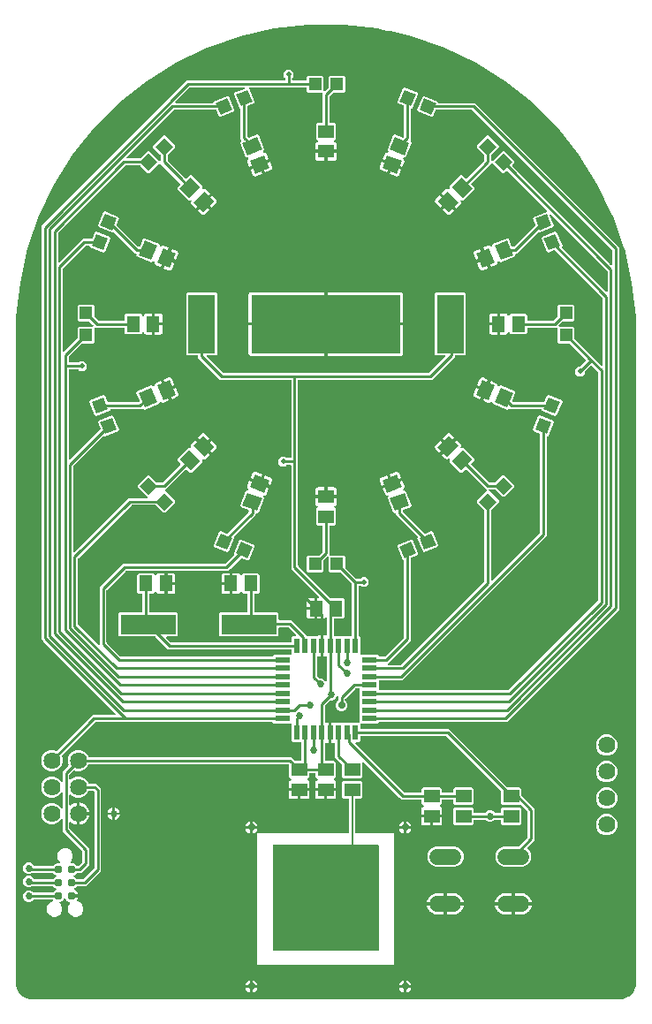
<source format=gtl>
G04 EAGLE Gerber RS-274X export*
G75*
%MOMM*%
%FSLAX34Y34*%
%LPD*%
%INTop Copper*%
%IPPOS*%
%AMOC8*
5,1,8,0,0,1.08239X$1,22.5*%
G01*
%ADD10R,0.550000X1.470000*%
%ADD11R,1.470000X0.550000*%
%ADD12R,2.600000X5.560000*%
%ADD13R,14.320000X5.560000*%
%ADD14R,1.300000X1.500000*%
%ADD15R,1.500000X1.300000*%
%ADD16R,1.200000X1.200000*%
%ADD17R,1.200000X1.200000*%
%ADD18R,5.334000X1.930400*%
%ADD19C,1.625600*%
%ADD20C,0.787400*%
%ADD21C,1.524000*%
%ADD22C,0.508000*%
%ADD23C,0.254000*%
%ADD24C,0.704800*%
%ADD25C,0.685800*%
%ADD26C,0.203200*%

G36*
X580976Y2545D02*
X580976Y2545D01*
X581025Y2544D01*
X584097Y2847D01*
X584124Y2854D01*
X584152Y2855D01*
X584314Y2901D01*
X589990Y5253D01*
X590046Y5287D01*
X590106Y5313D01*
X590171Y5365D01*
X590199Y5382D01*
X590212Y5397D01*
X590237Y5418D01*
X594582Y9763D01*
X594620Y9816D01*
X594666Y9863D01*
X594707Y9936D01*
X594726Y9962D01*
X594731Y9981D01*
X594747Y10010D01*
X597099Y15686D01*
X597105Y15714D01*
X597118Y15739D01*
X597153Y15903D01*
X597456Y18975D01*
X597454Y19002D01*
X597459Y19050D01*
X597459Y640000D01*
X597458Y640008D01*
X597459Y640021D01*
X596992Y656657D01*
X596988Y656680D01*
X596988Y656721D01*
X593262Y689784D01*
X593255Y689812D01*
X593248Y689868D01*
X585844Y722306D01*
X585834Y722333D01*
X585821Y722388D01*
X574832Y753793D01*
X574818Y753818D01*
X574799Y753872D01*
X560363Y783849D01*
X560346Y783873D01*
X560322Y783923D01*
X542620Y812096D01*
X542601Y812117D01*
X542570Y812165D01*
X521826Y838178D01*
X521804Y838198D01*
X521769Y838242D01*
X498242Y861769D01*
X498218Y861786D01*
X498178Y861826D01*
X472165Y882570D01*
X472140Y882585D01*
X472096Y882620D01*
X443923Y900322D01*
X443897Y900333D01*
X443849Y900363D01*
X413872Y914799D01*
X413844Y914807D01*
X413793Y914832D01*
X382388Y925821D01*
X382359Y925826D01*
X382306Y925844D01*
X381981Y925918D01*
X381981Y925919D01*
X378646Y926680D01*
X375311Y927441D01*
X371976Y928202D01*
X368640Y928963D01*
X368640Y928964D01*
X365305Y929725D01*
X361970Y930486D01*
X358635Y931247D01*
X355299Y932008D01*
X355299Y932009D01*
X351964Y932770D01*
X349868Y933248D01*
X349839Y933250D01*
X349784Y933262D01*
X316721Y936988D01*
X316692Y936986D01*
X316636Y936993D01*
X283364Y936993D01*
X283335Y936988D01*
X283279Y936988D01*
X250216Y933262D01*
X250188Y933255D01*
X250132Y933248D01*
X217694Y925844D01*
X217667Y925834D01*
X217612Y925821D01*
X186207Y914832D01*
X186182Y914818D01*
X186128Y914799D01*
X156151Y900363D01*
X156127Y900346D01*
X156077Y900322D01*
X127904Y882620D01*
X127882Y882601D01*
X127835Y882570D01*
X101822Y861826D01*
X101815Y861818D01*
X101805Y861812D01*
X101790Y861794D01*
X101758Y861769D01*
X78231Y838242D01*
X78214Y838218D01*
X78174Y838178D01*
X57430Y812165D01*
X57415Y812140D01*
X57380Y812096D01*
X39678Y783923D01*
X39667Y783897D01*
X39637Y783849D01*
X25201Y753872D01*
X25193Y753844D01*
X25168Y753793D01*
X14179Y722388D01*
X14174Y722359D01*
X14156Y722306D01*
X6752Y689868D01*
X6750Y689839D01*
X6738Y689784D01*
X3012Y656721D01*
X3013Y656698D01*
X3008Y656657D01*
X2541Y640021D01*
X2542Y640013D01*
X2541Y640000D01*
X2541Y19050D01*
X2545Y19024D01*
X2544Y18975D01*
X2847Y15903D01*
X2854Y15876D01*
X2855Y15848D01*
X2901Y15686D01*
X5253Y10010D01*
X5287Y9954D01*
X5313Y9894D01*
X5365Y9829D01*
X5382Y9801D01*
X5397Y9788D01*
X5418Y9763D01*
X9763Y5418D01*
X9816Y5380D01*
X9863Y5334D01*
X9936Y5293D01*
X9962Y5274D01*
X9981Y5269D01*
X10010Y5253D01*
X15686Y2901D01*
X15714Y2895D01*
X15739Y2882D01*
X15903Y2847D01*
X18975Y2544D01*
X19002Y2546D01*
X19050Y2541D01*
X580950Y2541D01*
X580976Y2545D01*
G37*
%LPC*%
G36*
X38349Y81856D02*
X38349Y81856D01*
X35595Y82997D01*
X33487Y85105D01*
X32346Y87859D01*
X32346Y90841D01*
X33487Y93595D01*
X35595Y95703D01*
X38279Y96815D01*
X38362Y96866D01*
X38448Y96912D01*
X38466Y96931D01*
X38488Y96944D01*
X38551Y97019D01*
X38618Y97090D01*
X38629Y97114D01*
X38645Y97134D01*
X38680Y97225D01*
X38721Y97313D01*
X38724Y97339D01*
X38733Y97363D01*
X38738Y97461D01*
X38748Y97557D01*
X38743Y97583D01*
X38744Y97609D01*
X38717Y97703D01*
X38696Y97798D01*
X38683Y97820D01*
X38675Y97845D01*
X38620Y97925D01*
X38570Y98009D01*
X38550Y98026D01*
X38535Y98047D01*
X38457Y98106D01*
X38383Y98169D01*
X38359Y98179D01*
X38338Y98194D01*
X38245Y98224D01*
X38155Y98261D01*
X38122Y98264D01*
X38104Y98270D01*
X38071Y98270D01*
X37988Y98279D01*
X19984Y98279D01*
X19894Y98265D01*
X19803Y98257D01*
X19773Y98245D01*
X19741Y98240D01*
X19661Y98197D01*
X19577Y98161D01*
X19545Y98135D01*
X19524Y98124D01*
X19502Y98101D01*
X19446Y98056D01*
X18344Y96955D01*
X16330Y96120D01*
X14150Y96120D01*
X12136Y96955D01*
X10595Y98496D01*
X9760Y100510D01*
X9760Y102690D01*
X10595Y104704D01*
X12136Y106245D01*
X14150Y107080D01*
X16330Y107080D01*
X18344Y106245D01*
X19446Y105144D01*
X19520Y105091D01*
X19589Y105031D01*
X19619Y105019D01*
X19646Y105000D01*
X19733Y104973D01*
X19817Y104939D01*
X19858Y104935D01*
X19881Y104928D01*
X19913Y104929D01*
X19984Y104921D01*
X37849Y104921D01*
X37965Y104940D01*
X38080Y104957D01*
X38086Y104959D01*
X38092Y104960D01*
X38196Y105015D01*
X38300Y105068D01*
X38304Y105073D01*
X38310Y105076D01*
X38389Y105160D01*
X38472Y105244D01*
X38475Y105250D01*
X38479Y105254D01*
X38487Y105271D01*
X38553Y105391D01*
X38574Y105442D01*
X40258Y107126D01*
X41636Y107697D01*
X41697Y107735D01*
X41762Y107764D01*
X41800Y107799D01*
X41845Y107826D01*
X41890Y107882D01*
X41943Y107930D01*
X41968Y107976D01*
X42002Y108016D01*
X42027Y108083D01*
X42062Y108146D01*
X42071Y108197D01*
X42090Y108245D01*
X42093Y108317D01*
X42105Y108388D01*
X42098Y108439D01*
X42100Y108491D01*
X42080Y108560D01*
X42070Y108631D01*
X42046Y108677D01*
X42032Y108727D01*
X41991Y108786D01*
X41958Y108850D01*
X41921Y108887D01*
X41891Y108929D01*
X41834Y108972D01*
X41783Y109022D01*
X41720Y109057D01*
X41694Y109076D01*
X41672Y109083D01*
X41636Y109103D01*
X40258Y109674D01*
X38726Y111206D01*
X38652Y111259D01*
X38582Y111319D01*
X38552Y111331D01*
X38526Y111350D01*
X38439Y111377D01*
X38354Y111411D01*
X38313Y111415D01*
X38291Y111422D01*
X38259Y111421D01*
X38187Y111429D01*
X19164Y111429D01*
X19074Y111415D01*
X18983Y111407D01*
X18953Y111395D01*
X18921Y111390D01*
X18841Y111347D01*
X18757Y111311D01*
X18725Y111285D01*
X18704Y111274D01*
X18682Y111251D01*
X18626Y111206D01*
X18344Y110925D01*
X16330Y110090D01*
X14150Y110090D01*
X12136Y110925D01*
X10595Y112466D01*
X9760Y114480D01*
X9760Y116660D01*
X10595Y118674D01*
X12136Y120215D01*
X14150Y121050D01*
X16330Y121050D01*
X18344Y120215D01*
X19885Y118674D01*
X19941Y118541D01*
X20002Y118441D01*
X20062Y118341D01*
X20067Y118337D01*
X20070Y118332D01*
X20160Y118257D01*
X20249Y118181D01*
X20255Y118179D01*
X20260Y118175D01*
X20368Y118133D01*
X20477Y118089D01*
X20485Y118088D01*
X20489Y118087D01*
X20508Y118086D01*
X20644Y118071D01*
X38187Y118071D01*
X38278Y118085D01*
X38368Y118093D01*
X38398Y118105D01*
X38430Y118110D01*
X38511Y118153D01*
X38595Y118189D01*
X38627Y118215D01*
X38648Y118226D01*
X38670Y118249D01*
X38726Y118294D01*
X40258Y119826D01*
X41636Y120397D01*
X41697Y120435D01*
X41762Y120464D01*
X41800Y120499D01*
X41845Y120526D01*
X41890Y120582D01*
X41943Y120630D01*
X41968Y120676D01*
X42002Y120716D01*
X42027Y120783D01*
X42062Y120846D01*
X42071Y120897D01*
X42090Y120945D01*
X42093Y121017D01*
X42105Y121088D01*
X42098Y121139D01*
X42100Y121191D01*
X42080Y121260D01*
X42070Y121331D01*
X42046Y121377D01*
X42032Y121427D01*
X41991Y121486D01*
X41958Y121550D01*
X41921Y121587D01*
X41891Y121629D01*
X41834Y121672D01*
X41783Y121722D01*
X41720Y121757D01*
X41694Y121776D01*
X41672Y121783D01*
X41636Y121803D01*
X40258Y122374D01*
X38726Y123906D01*
X38652Y123959D01*
X38582Y124019D01*
X38552Y124031D01*
X38526Y124050D01*
X38439Y124077D01*
X38354Y124111D01*
X38313Y124115D01*
X38291Y124122D01*
X38259Y124121D01*
X38188Y124129D01*
X19164Y124129D01*
X19074Y124115D01*
X18983Y124107D01*
X18953Y124095D01*
X18921Y124090D01*
X18841Y124047D01*
X18757Y124011D01*
X18725Y123985D01*
X18704Y123974D01*
X18682Y123951D01*
X18626Y123906D01*
X18344Y123625D01*
X16330Y122790D01*
X14150Y122790D01*
X12136Y123625D01*
X10595Y125166D01*
X9760Y127180D01*
X9760Y129360D01*
X10595Y131374D01*
X12136Y132915D01*
X14150Y133750D01*
X16330Y133750D01*
X18344Y132915D01*
X19885Y131374D01*
X19941Y131241D01*
X20002Y131141D01*
X20062Y131041D01*
X20067Y131037D01*
X20070Y131032D01*
X20160Y130957D01*
X20249Y130881D01*
X20255Y130879D01*
X20260Y130875D01*
X20368Y130833D01*
X20477Y130789D01*
X20485Y130788D01*
X20489Y130787D01*
X20508Y130786D01*
X20644Y130771D01*
X38188Y130771D01*
X38278Y130785D01*
X38369Y130793D01*
X38398Y130805D01*
X38430Y130810D01*
X38511Y130853D01*
X38595Y130889D01*
X38627Y130915D01*
X38648Y130926D01*
X38670Y130949D01*
X38726Y130994D01*
X40258Y132526D01*
X42459Y133438D01*
X44277Y133438D01*
X44347Y133449D01*
X44419Y133451D01*
X44468Y133469D01*
X44519Y133477D01*
X44583Y133511D01*
X44650Y133536D01*
X44691Y133568D01*
X44737Y133593D01*
X44786Y133645D01*
X44842Y133689D01*
X44870Y133733D01*
X44906Y133771D01*
X44936Y133836D01*
X44975Y133896D01*
X44988Y133947D01*
X45010Y133994D01*
X45018Y134065D01*
X45035Y134135D01*
X45031Y134187D01*
X45037Y134238D01*
X45022Y134309D01*
X45016Y134380D01*
X44996Y134428D01*
X44985Y134479D01*
X44948Y134540D01*
X44920Y134606D01*
X44875Y134662D01*
X44859Y134690D01*
X44841Y134705D01*
X44815Y134737D01*
X43647Y135905D01*
X42506Y138659D01*
X42506Y141641D01*
X43647Y144395D01*
X45755Y146503D01*
X48509Y147644D01*
X51491Y147644D01*
X54245Y146503D01*
X56353Y144395D01*
X57494Y141641D01*
X57494Y138659D01*
X56353Y135905D01*
X55185Y134737D01*
X55143Y134679D01*
X55094Y134627D01*
X55072Y134580D01*
X55041Y134538D01*
X55020Y134469D01*
X54990Y134404D01*
X54984Y134352D01*
X54969Y134302D01*
X54971Y134231D01*
X54963Y134160D01*
X54974Y134109D01*
X54975Y134057D01*
X55000Y133989D01*
X55015Y133919D01*
X55042Y133874D01*
X55060Y133826D01*
X55105Y133770D01*
X55141Y133708D01*
X55181Y133674D01*
X55214Y133634D01*
X55274Y133595D01*
X55328Y133548D01*
X55377Y133529D01*
X55421Y133501D01*
X55490Y133483D01*
X55557Y133456D01*
X55628Y133448D01*
X55659Y133440D01*
X55682Y133442D01*
X55723Y133438D01*
X57541Y133438D01*
X59742Y132526D01*
X61274Y130994D01*
X61348Y130941D01*
X61418Y130881D01*
X61448Y130869D01*
X61474Y130850D01*
X61561Y130823D01*
X61646Y130789D01*
X61687Y130785D01*
X61709Y130778D01*
X61741Y130779D01*
X61812Y130771D01*
X62259Y130771D01*
X62349Y130785D01*
X62440Y130793D01*
X62470Y130805D01*
X62502Y130810D01*
X62583Y130853D01*
X62666Y130889D01*
X62699Y130915D01*
X62719Y130926D01*
X62741Y130949D01*
X62797Y130994D01*
X66306Y134503D01*
X66355Y134570D01*
X66359Y134576D01*
X66419Y134646D01*
X66431Y134676D01*
X66450Y134702D01*
X66477Y134789D01*
X66511Y134874D01*
X66515Y134915D01*
X66522Y134937D01*
X66521Y134970D01*
X66529Y135041D01*
X66529Y144359D01*
X66515Y144449D01*
X66507Y144540D01*
X66495Y144570D01*
X66490Y144602D01*
X66447Y144683D01*
X66411Y144766D01*
X66385Y144799D01*
X66374Y144819D01*
X66351Y144841D01*
X66306Y144897D01*
X47479Y163724D01*
X47479Y174940D01*
X47464Y175035D01*
X47454Y175133D01*
X47444Y175157D01*
X47440Y175182D01*
X47394Y175268D01*
X47354Y175357D01*
X47337Y175377D01*
X47324Y175400D01*
X47254Y175467D01*
X47188Y175538D01*
X47165Y175551D01*
X47146Y175569D01*
X47058Y175610D01*
X46972Y175657D01*
X46947Y175662D01*
X46923Y175673D01*
X46826Y175683D01*
X46730Y175701D01*
X46704Y175697D01*
X46679Y175700D01*
X46584Y175679D01*
X46487Y175665D01*
X46464Y175653D01*
X46438Y175648D01*
X46355Y175598D01*
X46268Y175553D01*
X46249Y175535D01*
X46227Y175521D01*
X46164Y175447D01*
X46096Y175378D01*
X46080Y175349D01*
X46067Y175334D01*
X46055Y175304D01*
X46015Y175231D01*
X45929Y175024D01*
X43066Y172161D01*
X39325Y170611D01*
X35275Y170611D01*
X31534Y172161D01*
X28671Y175024D01*
X27121Y178765D01*
X27121Y182815D01*
X28671Y186556D01*
X31534Y189419D01*
X35275Y190969D01*
X39325Y190969D01*
X43066Y189419D01*
X45929Y186556D01*
X46015Y186349D01*
X46066Y186266D01*
X46112Y186180D01*
X46131Y186162D01*
X46144Y186140D01*
X46219Y186078D01*
X46290Y186011D01*
X46314Y186000D01*
X46334Y185983D01*
X46425Y185948D01*
X46513Y185907D01*
X46539Y185904D01*
X46563Y185895D01*
X46661Y185891D01*
X46757Y185880D01*
X46783Y185886D01*
X46809Y185885D01*
X46903Y185912D01*
X46998Y185932D01*
X47020Y185946D01*
X47045Y185953D01*
X47125Y186009D01*
X47209Y186059D01*
X47226Y186079D01*
X47247Y186093D01*
X47305Y186171D01*
X47369Y186246D01*
X47379Y186270D01*
X47394Y186291D01*
X47424Y186383D01*
X47461Y186474D01*
X47464Y186506D01*
X47470Y186525D01*
X47470Y186558D01*
X47479Y186640D01*
X47479Y200340D01*
X47464Y200435D01*
X47454Y200533D01*
X47444Y200557D01*
X47440Y200582D01*
X47394Y200668D01*
X47354Y200757D01*
X47337Y200777D01*
X47324Y200800D01*
X47254Y200867D01*
X47188Y200938D01*
X47165Y200951D01*
X47146Y200969D01*
X47058Y201010D01*
X46972Y201057D01*
X46947Y201062D01*
X46923Y201073D01*
X46826Y201083D01*
X46730Y201101D01*
X46704Y201097D01*
X46679Y201100D01*
X46584Y201079D01*
X46487Y201065D01*
X46464Y201053D01*
X46438Y201048D01*
X46355Y200998D01*
X46268Y200953D01*
X46249Y200935D01*
X46227Y200921D01*
X46164Y200847D01*
X46096Y200778D01*
X46080Y200749D01*
X46067Y200734D01*
X46055Y200704D01*
X46015Y200631D01*
X45929Y200424D01*
X43066Y197561D01*
X39325Y196011D01*
X35275Y196011D01*
X31534Y197561D01*
X28671Y200424D01*
X27121Y204165D01*
X27121Y208215D01*
X28671Y211956D01*
X31534Y214819D01*
X35275Y216369D01*
X39325Y216369D01*
X43066Y214819D01*
X45929Y211956D01*
X46015Y211749D01*
X46066Y211666D01*
X46112Y211580D01*
X46131Y211562D01*
X46144Y211540D01*
X46219Y211478D01*
X46290Y211411D01*
X46314Y211400D01*
X46334Y211383D01*
X46425Y211348D01*
X46513Y211307D01*
X46539Y211304D01*
X46563Y211295D01*
X46661Y211291D01*
X46757Y211280D01*
X46783Y211286D01*
X46809Y211285D01*
X46903Y211312D01*
X46998Y211332D01*
X47020Y211346D01*
X47045Y211353D01*
X47125Y211409D01*
X47209Y211459D01*
X47226Y211479D01*
X47247Y211493D01*
X47305Y211571D01*
X47369Y211646D01*
X47379Y211670D01*
X47394Y211691D01*
X47424Y211783D01*
X47461Y211874D01*
X47464Y211906D01*
X47470Y211925D01*
X47470Y211958D01*
X47479Y212040D01*
X47479Y221066D01*
X53174Y226761D01*
X53242Y226855D01*
X53312Y226949D01*
X53314Y226955D01*
X53318Y226960D01*
X53352Y227070D01*
X53388Y227183D01*
X53388Y227189D01*
X53390Y227195D01*
X53387Y227312D01*
X53386Y227429D01*
X53384Y227436D01*
X53384Y227441D01*
X53377Y227459D01*
X53339Y227590D01*
X52521Y229565D01*
X52521Y233615D01*
X54071Y237356D01*
X56934Y240219D01*
X60675Y241769D01*
X64725Y241769D01*
X68466Y240219D01*
X71329Y237356D01*
X72147Y235381D01*
X72209Y235281D01*
X72269Y235181D01*
X72274Y235177D01*
X72277Y235172D01*
X72367Y235097D01*
X72456Y235021D01*
X72462Y235019D01*
X72466Y235015D01*
X72575Y234973D01*
X72684Y234929D01*
X72691Y234928D01*
X72696Y234927D01*
X72714Y234926D01*
X72851Y234911D01*
X266966Y234911D01*
X270243Y231634D01*
X270316Y231581D01*
X270386Y231521D01*
X270416Y231509D01*
X270442Y231490D01*
X270529Y231463D01*
X270614Y231429D01*
X270655Y231425D01*
X270677Y231418D01*
X270710Y231419D01*
X270781Y231411D01*
X275918Y231411D01*
X275938Y231414D01*
X275957Y231412D01*
X276059Y231434D01*
X276161Y231450D01*
X276178Y231460D01*
X276198Y231464D01*
X276287Y231517D01*
X276378Y231566D01*
X276392Y231580D01*
X276409Y231590D01*
X276476Y231669D01*
X276548Y231744D01*
X276556Y231762D01*
X276569Y231777D01*
X276608Y231873D01*
X276651Y231967D01*
X276653Y231987D01*
X276661Y232005D01*
X276679Y232172D01*
X276679Y248141D01*
X276674Y248171D01*
X276675Y248177D01*
X276668Y248208D01*
X276667Y248214D01*
X276665Y248287D01*
X276648Y248334D01*
X276640Y248384D01*
X276624Y248414D01*
X276623Y248418D01*
X276613Y248434D01*
X276605Y248449D01*
X276580Y248518D01*
X276548Y248557D01*
X276524Y248601D01*
X276498Y248627D01*
X276497Y248629D01*
X276486Y248638D01*
X276471Y248652D01*
X276425Y248709D01*
X276383Y248736D01*
X276346Y248771D01*
X276313Y248786D01*
X276310Y248789D01*
X276291Y248796D01*
X276279Y248802D01*
X276217Y248841D01*
X276169Y248853D01*
X276123Y248874D01*
X276088Y248878D01*
X276081Y248881D01*
X276037Y248886D01*
X275979Y248900D01*
X275938Y248897D01*
X275915Y248899D01*
X275899Y248899D01*
X275879Y248902D01*
X275868Y248899D01*
X268401Y248899D01*
X267199Y250101D01*
X267199Y266438D01*
X267196Y266458D01*
X267198Y266477D01*
X267176Y266579D01*
X267160Y266681D01*
X267150Y266698D01*
X267146Y266718D01*
X267093Y266807D01*
X267044Y266898D01*
X267030Y266912D01*
X267020Y266929D01*
X266941Y266996D01*
X266866Y267068D01*
X266848Y267076D01*
X266833Y267089D01*
X266737Y267128D01*
X266643Y267171D01*
X266623Y267173D01*
X266605Y267181D01*
X266438Y267199D01*
X250101Y267199D01*
X248844Y268456D01*
X248770Y268509D01*
X248700Y268569D01*
X248670Y268581D01*
X248644Y268600D01*
X248557Y268627D01*
X248472Y268661D01*
X248431Y268665D01*
X248409Y268672D01*
X248377Y268671D01*
X248305Y268679D01*
X79401Y268679D01*
X79311Y268665D01*
X79220Y268657D01*
X79190Y268645D01*
X79158Y268640D01*
X79077Y268597D01*
X78994Y268561D01*
X78961Y268535D01*
X78941Y268524D01*
X78919Y268501D01*
X78863Y268456D01*
X46826Y236419D01*
X46758Y236325D01*
X46688Y236231D01*
X46686Y236225D01*
X46682Y236220D01*
X46648Y236109D01*
X46612Y235997D01*
X46612Y235991D01*
X46610Y235985D01*
X46613Y235868D01*
X46614Y235751D01*
X46616Y235744D01*
X46616Y235739D01*
X46623Y235721D01*
X46661Y235590D01*
X47479Y233615D01*
X47479Y229565D01*
X45929Y225824D01*
X43066Y222961D01*
X39325Y221411D01*
X35275Y221411D01*
X31534Y222961D01*
X28671Y225824D01*
X27121Y229565D01*
X27121Y233615D01*
X28671Y237356D01*
X31534Y240219D01*
X35275Y241769D01*
X39325Y241769D01*
X41300Y240951D01*
X41413Y240924D01*
X41527Y240895D01*
X41533Y240896D01*
X41539Y240894D01*
X41656Y240905D01*
X41772Y240915D01*
X41778Y240917D01*
X41784Y240918D01*
X41892Y240965D01*
X41998Y241011D01*
X42004Y241015D01*
X42009Y241018D01*
X42023Y241030D01*
X42129Y241116D01*
X76334Y275321D01*
X98145Y275321D01*
X98216Y275332D01*
X98288Y275334D01*
X98337Y275352D01*
X98388Y275360D01*
X98451Y275394D01*
X98519Y275419D01*
X98559Y275451D01*
X98605Y275476D01*
X98655Y275527D01*
X98711Y275572D01*
X98739Y275616D01*
X98775Y275654D01*
X98805Y275719D01*
X98844Y275779D01*
X98856Y275830D01*
X98878Y275877D01*
X98886Y275948D01*
X98904Y276018D01*
X98900Y276070D01*
X98905Y276121D01*
X98890Y276192D01*
X98885Y276263D01*
X98864Y276311D01*
X98853Y276362D01*
X98816Y276423D01*
X98788Y276489D01*
X98744Y276545D01*
X98727Y276573D01*
X98709Y276588D01*
X98684Y276620D01*
X29327Y345976D01*
X27159Y348144D01*
X27159Y743757D01*
X166723Y883321D01*
X260078Y883321D01*
X260098Y883324D01*
X260117Y883322D01*
X260219Y883344D01*
X260321Y883360D01*
X260338Y883370D01*
X260358Y883374D01*
X260447Y883427D01*
X260538Y883476D01*
X260552Y883490D01*
X260569Y883500D01*
X260636Y883579D01*
X260708Y883654D01*
X260716Y883672D01*
X260729Y883687D01*
X260768Y883783D01*
X260811Y883877D01*
X260813Y883897D01*
X260821Y883915D01*
X260839Y884082D01*
X260839Y885513D01*
X260825Y885603D01*
X260817Y885694D01*
X260805Y885724D01*
X260800Y885756D01*
X260757Y885837D01*
X260721Y885920D01*
X260695Y885953D01*
X260684Y885973D01*
X260661Y885995D01*
X260616Y886051D01*
X259569Y887098D01*
X259569Y890902D01*
X262258Y893591D01*
X266062Y893591D01*
X268751Y890902D01*
X268751Y887098D01*
X267704Y886051D01*
X267651Y885977D01*
X267591Y885908D01*
X267579Y885878D01*
X267560Y885852D01*
X267533Y885765D01*
X267499Y885680D01*
X267495Y885639D01*
X267488Y885617D01*
X267489Y885584D01*
X267481Y885513D01*
X267481Y884082D01*
X267484Y884062D01*
X267482Y884043D01*
X267504Y883941D01*
X267520Y883839D01*
X267530Y883822D01*
X267534Y883802D01*
X267587Y883713D01*
X267636Y883622D01*
X267650Y883608D01*
X267660Y883591D01*
X267739Y883524D01*
X267814Y883452D01*
X267832Y883444D01*
X267847Y883431D01*
X267943Y883392D01*
X268037Y883349D01*
X268057Y883347D01*
X268075Y883339D01*
X268242Y883321D01*
X280688Y883321D01*
X280708Y883324D01*
X280727Y883322D01*
X280829Y883344D01*
X280931Y883360D01*
X280948Y883370D01*
X280968Y883374D01*
X281057Y883427D01*
X281148Y883476D01*
X281162Y883490D01*
X281179Y883500D01*
X281246Y883579D01*
X281318Y883654D01*
X281326Y883672D01*
X281339Y883687D01*
X281378Y883783D01*
X281421Y883877D01*
X281423Y883897D01*
X281431Y883915D01*
X281449Y884082D01*
X281449Y886849D01*
X282651Y888051D01*
X296349Y888051D01*
X297551Y886849D01*
X297551Y873585D01*
X297562Y873514D01*
X297564Y873442D01*
X297582Y873393D01*
X297590Y873342D01*
X297624Y873279D01*
X297649Y873211D01*
X297681Y873171D01*
X297706Y873125D01*
X297757Y873075D01*
X297802Y873019D01*
X297846Y872991D01*
X297884Y872955D01*
X297949Y872925D01*
X298009Y872886D01*
X298060Y872874D01*
X298107Y872852D01*
X298178Y872844D01*
X298248Y872826D01*
X298300Y872830D01*
X298351Y872825D01*
X298422Y872840D01*
X298493Y872845D01*
X298541Y872866D01*
X298592Y872877D01*
X298653Y872914D01*
X298719Y872942D01*
X298775Y872986D01*
X298803Y873003D01*
X298818Y873021D01*
X298850Y873046D01*
X302226Y876423D01*
X302279Y876496D01*
X302339Y876566D01*
X302351Y876596D01*
X302370Y876622D01*
X302397Y876709D01*
X302431Y876794D01*
X302435Y876835D01*
X302442Y876857D01*
X302441Y876890D01*
X302449Y876961D01*
X302449Y886849D01*
X303651Y888051D01*
X317349Y888051D01*
X318551Y886849D01*
X318551Y873151D01*
X317349Y871949D01*
X307461Y871949D01*
X307371Y871935D01*
X307280Y871927D01*
X307250Y871915D01*
X307218Y871910D01*
X307137Y871867D01*
X307053Y871831D01*
X307021Y871805D01*
X307001Y871794D01*
X306979Y871771D01*
X306923Y871726D01*
X303544Y868347D01*
X303491Y868273D01*
X303431Y868204D01*
X303419Y868174D01*
X303400Y868148D01*
X303373Y868061D01*
X303339Y867976D01*
X303335Y867935D01*
X303328Y867913D01*
X303329Y867880D01*
X303321Y867809D01*
X303321Y843812D01*
X303324Y843792D01*
X303322Y843773D01*
X303344Y843671D01*
X303360Y843569D01*
X303370Y843552D01*
X303374Y843532D01*
X303427Y843443D01*
X303476Y843352D01*
X303490Y843338D01*
X303500Y843321D01*
X303579Y843254D01*
X303654Y843182D01*
X303672Y843174D01*
X303687Y843161D01*
X303783Y843122D01*
X303877Y843079D01*
X303897Y843077D01*
X303915Y843069D01*
X304082Y843051D01*
X308349Y843051D01*
X309551Y841849D01*
X309551Y827151D01*
X308347Y825947D01*
X308336Y825945D01*
X308312Y825948D01*
X308215Y825926D01*
X308117Y825910D01*
X308096Y825898D01*
X308073Y825893D01*
X307988Y825841D01*
X307900Y825794D01*
X307883Y825777D01*
X307863Y825764D01*
X307799Y825688D01*
X307731Y825616D01*
X307720Y825594D01*
X307705Y825576D01*
X307669Y825483D01*
X307627Y825393D01*
X307624Y825369D01*
X307615Y825347D01*
X307611Y825247D01*
X307600Y825149D01*
X307605Y825125D01*
X307604Y825101D01*
X307631Y825005D01*
X307652Y824908D01*
X307664Y824888D01*
X307671Y824864D01*
X307727Y824782D01*
X307778Y824697D01*
X307797Y824681D01*
X307810Y824662D01*
X307890Y824602D01*
X307965Y824537D01*
X307988Y824528D01*
X308007Y824514D01*
X308163Y824453D01*
X308481Y824368D01*
X309060Y824033D01*
X309533Y823560D01*
X309868Y822981D01*
X310041Y822334D01*
X310041Y817023D01*
X300762Y817023D01*
X300742Y817020D01*
X300723Y817022D01*
X300621Y817000D01*
X300519Y816983D01*
X300502Y816974D01*
X300482Y816970D01*
X300393Y816917D01*
X300302Y816868D01*
X300288Y816854D01*
X300271Y816844D01*
X300204Y816765D01*
X300133Y816690D01*
X300124Y816672D01*
X300111Y816657D01*
X300072Y816561D01*
X300029Y816467D01*
X300027Y816447D01*
X300019Y816429D01*
X300001Y816262D01*
X300001Y815499D01*
X299999Y815499D01*
X299999Y816262D01*
X299996Y816282D01*
X299998Y816301D01*
X299976Y816403D01*
X299959Y816505D01*
X299950Y816522D01*
X299946Y816542D01*
X299893Y816631D01*
X299844Y816722D01*
X299830Y816736D01*
X299820Y816753D01*
X299741Y816820D01*
X299666Y816891D01*
X299648Y816900D01*
X299633Y816913D01*
X299537Y816952D01*
X299443Y816995D01*
X299423Y816997D01*
X299405Y817005D01*
X299238Y817023D01*
X289959Y817023D01*
X289959Y822334D01*
X290132Y822981D01*
X290467Y823560D01*
X290940Y824033D01*
X291519Y824368D01*
X291837Y824453D01*
X291859Y824463D01*
X291883Y824467D01*
X291971Y824513D01*
X292061Y824554D01*
X292079Y824570D01*
X292100Y824582D01*
X292169Y824654D01*
X292241Y824721D01*
X292253Y824742D01*
X292269Y824760D01*
X292311Y824850D01*
X292359Y824937D01*
X292363Y824961D01*
X292373Y824983D01*
X292384Y825082D01*
X292401Y825180D01*
X292398Y825204D01*
X292400Y825227D01*
X292379Y825325D01*
X292364Y825423D01*
X292353Y825444D01*
X292348Y825468D01*
X292297Y825553D01*
X292251Y825642D01*
X292234Y825658D01*
X292222Y825679D01*
X292146Y825744D01*
X292075Y825813D01*
X292053Y825823D01*
X292035Y825839D01*
X291942Y825876D01*
X291853Y825919D01*
X291829Y825922D01*
X291807Y825931D01*
X291652Y825948D01*
X290449Y827151D01*
X290449Y841849D01*
X291651Y843051D01*
X295918Y843051D01*
X295938Y843054D01*
X295957Y843052D01*
X296059Y843074D01*
X296161Y843090D01*
X296178Y843100D01*
X296198Y843104D01*
X296287Y843157D01*
X296378Y843206D01*
X296392Y843220D01*
X296409Y843230D01*
X296476Y843309D01*
X296548Y843384D01*
X296556Y843402D01*
X296569Y843417D01*
X296608Y843513D01*
X296651Y843607D01*
X296653Y843627D01*
X296661Y843645D01*
X296679Y843812D01*
X296679Y871188D01*
X296676Y871208D01*
X296678Y871227D01*
X296656Y871329D01*
X296640Y871431D01*
X296630Y871448D01*
X296626Y871468D01*
X296573Y871557D01*
X296524Y871648D01*
X296510Y871662D01*
X296500Y871679D01*
X296421Y871746D01*
X296346Y871818D01*
X296328Y871826D01*
X296313Y871839D01*
X296217Y871878D01*
X296123Y871921D01*
X296103Y871923D01*
X296085Y871931D01*
X295918Y871949D01*
X282651Y871949D01*
X281449Y873151D01*
X281449Y875918D01*
X281446Y875938D01*
X281448Y875957D01*
X281426Y876059D01*
X281410Y876161D01*
X281400Y876178D01*
X281396Y876198D01*
X281343Y876287D01*
X281294Y876378D01*
X281280Y876392D01*
X281270Y876409D01*
X281191Y876476D01*
X281116Y876548D01*
X281098Y876556D01*
X281083Y876569D01*
X280987Y876608D01*
X280893Y876651D01*
X280873Y876653D01*
X280855Y876661D01*
X280688Y876679D01*
X227325Y876679D01*
X227280Y876672D01*
X227234Y876674D01*
X227159Y876652D01*
X227082Y876640D01*
X227041Y876618D01*
X226997Y876605D01*
X226933Y876561D01*
X226865Y876524D01*
X226833Y876491D01*
X226795Y876465D01*
X226749Y876402D01*
X226695Y876346D01*
X226676Y876304D01*
X226649Y876268D01*
X226624Y876194D01*
X226592Y876123D01*
X226587Y876077D01*
X226572Y876034D01*
X226573Y875956D01*
X226565Y875879D01*
X226574Y875834D01*
X226575Y875788D01*
X226613Y875656D01*
X226617Y875638D01*
X226619Y875634D01*
X226621Y875627D01*
X231743Y863263D01*
X231092Y861694D01*
X225474Y859367D01*
X225375Y859305D01*
X225275Y859245D01*
X225270Y859240D01*
X225265Y859237D01*
X225191Y859147D01*
X225115Y859058D01*
X225112Y859052D01*
X225108Y859047D01*
X225067Y858939D01*
X225023Y858830D01*
X225022Y858822D01*
X225020Y858818D01*
X225019Y858800D01*
X225004Y858663D01*
X225004Y829858D01*
X225019Y829768D01*
X225026Y829677D01*
X225039Y829647D01*
X225044Y829615D01*
X225087Y829535D01*
X225122Y829451D01*
X225148Y829418D01*
X225159Y829398D01*
X225182Y829376D01*
X225227Y829320D01*
X225812Y828735D01*
X225906Y828667D01*
X226000Y828597D01*
X226006Y828595D01*
X226011Y828592D01*
X226122Y828558D01*
X226234Y828521D01*
X226240Y828521D01*
X226246Y828519D01*
X226363Y828522D01*
X226480Y828524D01*
X226487Y828526D01*
X226492Y828526D01*
X226510Y828532D01*
X226641Y828570D01*
X233837Y831551D01*
X235406Y830901D01*
X241031Y817321D01*
X240380Y815748D01*
X240370Y815742D01*
X240347Y815735D01*
X240266Y815678D01*
X240181Y815626D01*
X240166Y815607D01*
X240146Y815593D01*
X240088Y815512D01*
X240025Y815436D01*
X240016Y815414D01*
X240002Y815394D01*
X239972Y815299D01*
X239936Y815206D01*
X239935Y815182D01*
X239928Y815159D01*
X239930Y815060D01*
X239926Y814961D01*
X239933Y814937D01*
X239933Y814913D01*
X239967Y814820D01*
X239995Y814724D01*
X240008Y814705D01*
X240016Y814682D01*
X240078Y814604D01*
X240135Y814522D01*
X240154Y814508D01*
X240169Y814489D01*
X240252Y814435D01*
X240332Y814376D01*
X240355Y814368D01*
X240375Y814355D01*
X240471Y814330D01*
X240566Y814299D01*
X240590Y814300D01*
X240613Y814294D01*
X240781Y814297D01*
X241107Y814340D01*
X241771Y814253D01*
X242389Y813997D01*
X242920Y813589D01*
X243327Y813059D01*
X245359Y808152D01*
X236787Y804601D01*
X236770Y804590D01*
X236751Y804585D01*
X236666Y804526D01*
X236578Y804471D01*
X236565Y804456D01*
X236549Y804445D01*
X236487Y804361D01*
X236421Y804282D01*
X236414Y804263D01*
X236402Y804247D01*
X236370Y804149D01*
X236333Y804052D01*
X236332Y804032D01*
X236326Y804013D01*
X236327Y803910D01*
X236323Y803806D01*
X236328Y803787D01*
X236328Y803767D01*
X236375Y803606D01*
X236667Y802902D01*
X236665Y802901D01*
X236374Y803606D01*
X236363Y803623D01*
X236357Y803642D01*
X236299Y803727D01*
X236244Y803815D01*
X236229Y803827D01*
X236217Y803844D01*
X236134Y803906D01*
X236054Y803972D01*
X236036Y803979D01*
X236020Y803991D01*
X235921Y804023D01*
X235825Y804060D01*
X235805Y804061D01*
X235786Y804067D01*
X235682Y804066D01*
X235579Y804070D01*
X235560Y804065D01*
X235540Y804064D01*
X235379Y804018D01*
X226807Y800467D01*
X224774Y805374D01*
X224687Y806037D01*
X224774Y806700D01*
X225030Y807318D01*
X225437Y807849D01*
X225698Y808050D01*
X225715Y808067D01*
X225735Y808080D01*
X225799Y808156D01*
X225867Y808229D01*
X225877Y808251D01*
X225892Y808269D01*
X225928Y808362D01*
X225969Y808452D01*
X225972Y808476D01*
X225980Y808499D01*
X225985Y808598D01*
X225995Y808697D01*
X225990Y808721D01*
X225991Y808745D01*
X225963Y808840D01*
X225941Y808937D01*
X225929Y808958D01*
X225922Y808981D01*
X225866Y809062D01*
X225814Y809148D01*
X225796Y809163D01*
X225782Y809183D01*
X225702Y809242D01*
X225626Y809306D01*
X225604Y809315D01*
X225585Y809330D01*
X225490Y809360D01*
X225398Y809397D01*
X225374Y809398D01*
X225351Y809406D01*
X225251Y809405D01*
X225152Y809410D01*
X225129Y809404D01*
X225105Y809404D01*
X224955Y809360D01*
X223384Y810011D01*
X217759Y823591D01*
X218409Y825160D01*
X218477Y825189D01*
X218516Y825213D01*
X218559Y825229D01*
X218620Y825277D01*
X218686Y825318D01*
X218716Y825354D01*
X218751Y825382D01*
X218793Y825448D01*
X218843Y825508D01*
X218860Y825551D01*
X218884Y825589D01*
X218903Y825665D01*
X218931Y825737D01*
X218933Y825783D01*
X218944Y825828D01*
X218938Y825905D01*
X218942Y825983D01*
X218929Y826027D01*
X218925Y826073D01*
X218895Y826145D01*
X218873Y826219D01*
X218847Y826257D01*
X218829Y826299D01*
X218744Y826406D01*
X218733Y826421D01*
X218729Y826424D01*
X218724Y826430D01*
X218363Y826792D01*
X218363Y855973D01*
X218344Y856088D01*
X218327Y856204D01*
X218324Y856210D01*
X218323Y856216D01*
X218269Y856319D01*
X218215Y856423D01*
X218211Y856428D01*
X218208Y856433D01*
X218124Y856513D01*
X218040Y856596D01*
X218033Y856599D01*
X218030Y856603D01*
X218013Y856611D01*
X217893Y856677D01*
X216867Y857102D01*
X211624Y869758D01*
X212275Y871327D01*
X221660Y875215D01*
X221743Y875266D01*
X221829Y875312D01*
X221847Y875331D01*
X221869Y875344D01*
X221931Y875419D01*
X221998Y875490D01*
X222009Y875514D01*
X222026Y875534D01*
X222061Y875625D01*
X222102Y875713D01*
X222105Y875739D01*
X222114Y875763D01*
X222118Y875861D01*
X222129Y875957D01*
X222123Y875983D01*
X222124Y876009D01*
X222097Y876103D01*
X222077Y876198D01*
X222063Y876220D01*
X222056Y876245D01*
X222000Y876325D01*
X221950Y876409D01*
X221931Y876426D01*
X221916Y876447D01*
X221838Y876506D01*
X221764Y876569D01*
X221739Y876579D01*
X221718Y876594D01*
X221626Y876624D01*
X221535Y876661D01*
X221503Y876664D01*
X221484Y876670D01*
X221451Y876670D01*
X221369Y876679D01*
X169790Y876679D01*
X169699Y876665D01*
X169609Y876657D01*
X169579Y876645D01*
X169547Y876640D01*
X169466Y876597D01*
X169382Y876561D01*
X169350Y876535D01*
X169329Y876524D01*
X169307Y876501D01*
X169251Y876456D01*
X155889Y863094D01*
X155848Y863036D01*
X155798Y862984D01*
X155776Y862937D01*
X155746Y862895D01*
X155725Y862826D01*
X155694Y862761D01*
X155689Y862709D01*
X155673Y862660D01*
X155675Y862588D01*
X155667Y862517D01*
X155678Y862466D01*
X155680Y862414D01*
X155704Y862346D01*
X155720Y862276D01*
X155746Y862232D01*
X155764Y862183D01*
X155809Y862127D01*
X155846Y862065D01*
X155885Y862031D01*
X155918Y861991D01*
X155978Y861952D01*
X156033Y861905D01*
X156081Y861886D01*
X156125Y861858D01*
X156194Y861840D01*
X156261Y861813D01*
X156332Y861805D01*
X156363Y861798D01*
X156387Y861799D01*
X156428Y861795D01*
X191745Y861795D01*
X191860Y861814D01*
X191976Y861831D01*
X191981Y861834D01*
X191988Y861835D01*
X192090Y861889D01*
X192195Y861942D01*
X192199Y861947D01*
X192205Y861950D01*
X192285Y862034D01*
X192367Y862118D01*
X192371Y862124D01*
X192374Y862128D01*
X192382Y862145D01*
X192448Y862265D01*
X192873Y863291D01*
X205529Y868533D01*
X207099Y867883D01*
X212341Y855227D01*
X211691Y853657D01*
X199035Y848415D01*
X197465Y849065D01*
X195138Y854683D01*
X195077Y854783D01*
X195017Y854883D01*
X195012Y854887D01*
X195009Y854892D01*
X194919Y854967D01*
X194830Y855043D01*
X194824Y855045D01*
X194819Y855049D01*
X194711Y855091D01*
X194602Y855135D01*
X194594Y855136D01*
X194589Y855137D01*
X194571Y855138D01*
X194435Y855153D01*
X154755Y855153D01*
X154665Y855139D01*
X154574Y855132D01*
X154544Y855119D01*
X154512Y855114D01*
X154431Y855071D01*
X154348Y855035D01*
X154315Y855010D01*
X154295Y854999D01*
X154283Y854987D01*
X154282Y854986D01*
X154270Y854973D01*
X154217Y854930D01*
X109116Y809830D01*
X109075Y809772D01*
X109025Y809720D01*
X109003Y809673D01*
X108973Y809630D01*
X108952Y809562D01*
X108922Y809497D01*
X108916Y809445D01*
X108901Y809395D01*
X108902Y809324D01*
X108894Y809252D01*
X108906Y809202D01*
X108907Y809150D01*
X108932Y809082D01*
X108947Y809012D01*
X108973Y808967D01*
X108991Y808918D01*
X109036Y808862D01*
X109073Y808801D01*
X109112Y808767D01*
X109145Y808726D01*
X109205Y808688D01*
X109260Y808641D01*
X109308Y808622D01*
X109352Y808593D01*
X109421Y808576D01*
X109488Y808549D01*
X109559Y808541D01*
X109590Y808533D01*
X109614Y808535D01*
X109655Y808531D01*
X121561Y808531D01*
X121651Y808545D01*
X121742Y808553D01*
X121772Y808565D01*
X121804Y808570D01*
X121884Y808613D01*
X121968Y808649D01*
X122000Y808675D01*
X122021Y808685D01*
X122043Y808709D01*
X122099Y808754D01*
X129091Y815746D01*
X130790Y815746D01*
X140170Y806366D01*
X140228Y806325D01*
X140280Y806275D01*
X140327Y806253D01*
X140369Y806223D01*
X140438Y806202D01*
X140503Y806172D01*
X140555Y806166D01*
X140605Y806151D01*
X140676Y806152D01*
X140748Y806144D01*
X140798Y806156D01*
X140850Y806157D01*
X140918Y806182D01*
X140988Y806197D01*
X141033Y806223D01*
X141081Y806241D01*
X141138Y806286D01*
X141199Y806323D01*
X141233Y806362D01*
X141274Y806395D01*
X141312Y806455D01*
X141359Y806510D01*
X141378Y806558D01*
X141407Y806602D01*
X141424Y806671D01*
X141451Y806738D01*
X141459Y806809D01*
X141467Y806840D01*
X141465Y806864D01*
X141469Y806905D01*
X141469Y811679D01*
X141455Y811769D01*
X141447Y811860D01*
X141435Y811890D01*
X141430Y811922D01*
X141387Y812003D01*
X141351Y812086D01*
X141325Y812119D01*
X141314Y812139D01*
X141291Y812161D01*
X141246Y812217D01*
X134254Y819210D01*
X134254Y820909D01*
X143941Y830595D01*
X145639Y830595D01*
X155326Y820909D01*
X155326Y819210D01*
X148334Y812217D01*
X148281Y812143D01*
X148221Y812074D01*
X148209Y812044D01*
X148190Y812018D01*
X148163Y811931D01*
X148129Y811846D01*
X148125Y811805D01*
X148118Y811783D01*
X148119Y811750D01*
X148111Y811679D01*
X148111Y806901D01*
X148126Y806811D01*
X148133Y806720D01*
X148145Y806690D01*
X148151Y806658D01*
X148193Y806577D01*
X148229Y806493D01*
X148255Y806461D01*
X148266Y806441D01*
X148289Y806418D01*
X148334Y806363D01*
X163544Y791153D01*
X165302Y789394D01*
X165319Y789382D01*
X165331Y789367D01*
X165418Y789311D01*
X165502Y789250D01*
X165521Y789244D01*
X165538Y789234D01*
X165638Y789208D01*
X165737Y789178D01*
X165757Y789178D01*
X165776Y789174D01*
X165879Y789182D01*
X165983Y789184D01*
X166002Y789191D01*
X166022Y789193D01*
X166116Y789233D01*
X166214Y789269D01*
X166230Y789281D01*
X166248Y789289D01*
X166379Y789394D01*
X169396Y792411D01*
X171095Y792411D01*
X181489Y782018D01*
X181489Y780316D01*
X181482Y780307D01*
X181464Y780291D01*
X181411Y780207D01*
X181353Y780127D01*
X181346Y780103D01*
X181333Y780083D01*
X181310Y779987D01*
X181280Y779891D01*
X181281Y779867D01*
X181275Y779844D01*
X181284Y779745D01*
X181287Y779646D01*
X181295Y779623D01*
X181297Y779599D01*
X181337Y779508D01*
X181371Y779415D01*
X181386Y779396D01*
X181396Y779374D01*
X181463Y779300D01*
X181525Y779222D01*
X181545Y779209D01*
X181561Y779192D01*
X181648Y779143D01*
X181732Y779089D01*
X181755Y779084D01*
X181776Y779072D01*
X181874Y779054D01*
X181970Y779029D01*
X181994Y779031D01*
X182018Y779027D01*
X182116Y779041D01*
X182216Y779048D01*
X182238Y779058D01*
X182262Y779061D01*
X182415Y779129D01*
X182700Y779293D01*
X183346Y779466D01*
X184015Y779466D01*
X184662Y779293D01*
X185241Y778959D01*
X188997Y775203D01*
X182436Y768642D01*
X182424Y768626D01*
X182408Y768613D01*
X182352Y768526D01*
X182292Y768442D01*
X182286Y768423D01*
X182275Y768407D01*
X182250Y768306D01*
X182220Y768207D01*
X182220Y768187D01*
X182215Y768168D01*
X182223Y768065D01*
X182226Y767961D01*
X182233Y767943D01*
X182235Y767923D01*
X182275Y767828D01*
X182311Y767730D01*
X182323Y767715D01*
X182331Y767696D01*
X182436Y767566D01*
X182975Y767026D01*
X182974Y767025D01*
X182434Y767564D01*
X182418Y767576D01*
X182406Y767592D01*
X182318Y767648D01*
X182235Y767708D01*
X182216Y767714D01*
X182199Y767725D01*
X182098Y767750D01*
X182000Y767780D01*
X181980Y767780D01*
X181960Y767785D01*
X181857Y767777D01*
X181754Y767774D01*
X181735Y767767D01*
X181715Y767765D01*
X181620Y767725D01*
X181523Y767689D01*
X181507Y767677D01*
X181489Y767669D01*
X181358Y767564D01*
X174797Y761003D01*
X171041Y764759D01*
X170707Y765338D01*
X170534Y765985D01*
X170534Y766654D01*
X170707Y767300D01*
X170871Y767585D01*
X170880Y767607D01*
X170894Y767627D01*
X170923Y767722D01*
X170958Y767815D01*
X170959Y767839D01*
X170966Y767862D01*
X170964Y767961D01*
X170967Y768061D01*
X170960Y768084D01*
X170960Y768108D01*
X170926Y768201D01*
X170898Y768296D01*
X170884Y768316D01*
X170875Y768339D01*
X170813Y768417D01*
X170756Y768498D01*
X170737Y768512D01*
X170722Y768531D01*
X170638Y768585D01*
X170558Y768643D01*
X170535Y768651D01*
X170515Y768664D01*
X170418Y768688D01*
X170324Y768718D01*
X170300Y768718D01*
X170276Y768724D01*
X170177Y768716D01*
X170078Y768715D01*
X170055Y768707D01*
X170031Y768705D01*
X169939Y768666D01*
X169846Y768633D01*
X169827Y768618D01*
X169805Y768608D01*
X169683Y768511D01*
X167982Y768511D01*
X157589Y778905D01*
X157589Y780604D01*
X160606Y783621D01*
X160618Y783637D01*
X160633Y783650D01*
X160689Y783737D01*
X160750Y783821D01*
X160755Y783840D01*
X160766Y783857D01*
X160792Y783957D01*
X160822Y784056D01*
X160821Y784076D01*
X160826Y784095D01*
X160818Y784198D01*
X160816Y784302D01*
X160809Y784321D01*
X160807Y784340D01*
X160767Y784435D01*
X160731Y784533D01*
X160719Y784548D01*
X160711Y784567D01*
X160606Y784698D01*
X156456Y788847D01*
X143637Y801666D01*
X141248Y804055D01*
X141232Y804067D01*
X141220Y804083D01*
X141132Y804139D01*
X141049Y804199D01*
X141030Y804205D01*
X141013Y804216D01*
X140912Y804241D01*
X140814Y804271D01*
X140794Y804271D01*
X140774Y804276D01*
X140671Y804268D01*
X140568Y804265D01*
X140549Y804258D01*
X140529Y804257D01*
X140434Y804216D01*
X140337Y804181D01*
X140321Y804168D01*
X140303Y804160D01*
X140172Y804055D01*
X130790Y794674D01*
X129091Y794674D01*
X122099Y801666D01*
X122025Y801719D01*
X121956Y801779D01*
X121926Y801791D01*
X121899Y801810D01*
X121812Y801837D01*
X121728Y801871D01*
X121687Y801875D01*
X121664Y801882D01*
X121632Y801881D01*
X121561Y801889D01*
X107982Y801889D01*
X107892Y801874D01*
X107801Y801867D01*
X107771Y801855D01*
X107739Y801849D01*
X107659Y801807D01*
X107575Y801771D01*
X107543Y801745D01*
X107522Y801734D01*
X107500Y801711D01*
X107444Y801666D01*
X43544Y737766D01*
X43491Y737692D01*
X43431Y737623D01*
X43419Y737593D01*
X43400Y737566D01*
X43373Y737480D01*
X43339Y737395D01*
X43335Y737354D01*
X43328Y737331D01*
X43329Y737299D01*
X43321Y737228D01*
X43321Y709855D01*
X43332Y709784D01*
X43334Y709712D01*
X43352Y709663D01*
X43360Y709612D01*
X43394Y709549D01*
X43419Y709481D01*
X43451Y709441D01*
X43476Y709395D01*
X43528Y709345D01*
X43572Y709289D01*
X43616Y709261D01*
X43654Y709225D01*
X43719Y709195D01*
X43779Y709156D01*
X43830Y709144D01*
X43877Y709122D01*
X43948Y709114D01*
X44018Y709096D01*
X44070Y709100D01*
X44121Y709095D01*
X44192Y709110D01*
X44263Y709115D01*
X44311Y709136D01*
X44362Y709147D01*
X44423Y709184D01*
X44489Y709212D01*
X44545Y709256D01*
X44573Y709273D01*
X44588Y709291D01*
X44620Y709316D01*
X66941Y731637D01*
X75642Y731637D01*
X75757Y731656D01*
X75873Y731673D01*
X75879Y731676D01*
X75885Y731677D01*
X75988Y731731D01*
X76093Y731785D01*
X76097Y731789D01*
X76102Y731792D01*
X76182Y731876D01*
X76265Y731960D01*
X76268Y731967D01*
X76272Y731970D01*
X76280Y731987D01*
X76346Y732107D01*
X78673Y737725D01*
X80242Y738376D01*
X92898Y733133D01*
X93549Y731564D01*
X88306Y718908D01*
X86737Y718257D01*
X74081Y723500D01*
X73656Y724526D01*
X73594Y724626D01*
X73534Y724725D01*
X73529Y724729D01*
X73526Y724735D01*
X73435Y724810D01*
X73347Y724885D01*
X73341Y724888D01*
X73337Y724892D01*
X73228Y724933D01*
X73119Y724977D01*
X73111Y724978D01*
X73107Y724980D01*
X73089Y724981D01*
X72952Y724996D01*
X70007Y724996D01*
X69917Y724981D01*
X69826Y724974D01*
X69796Y724961D01*
X69765Y724956D01*
X69684Y724913D01*
X69600Y724878D01*
X69568Y724852D01*
X69547Y724841D01*
X69525Y724818D01*
X69469Y724773D01*
X48134Y703437D01*
X48081Y703364D01*
X48021Y703294D01*
X48009Y703264D01*
X47990Y703238D01*
X47963Y703151D01*
X47957Y703134D01*
X47939Y703096D01*
X47938Y703088D01*
X47929Y703066D01*
X47925Y703025D01*
X47918Y703003D01*
X47919Y702970D01*
X47911Y702899D01*
X47911Y624445D01*
X47922Y624374D01*
X47924Y624302D01*
X47942Y624253D01*
X47950Y624202D01*
X47984Y624139D01*
X48009Y624071D01*
X48041Y624031D01*
X48066Y623985D01*
X48118Y623935D01*
X48162Y623879D01*
X48206Y623851D01*
X48244Y623815D01*
X48309Y623785D01*
X48369Y623746D01*
X48420Y623734D01*
X48467Y623712D01*
X48538Y623704D01*
X48608Y623686D01*
X48660Y623690D01*
X48711Y623685D01*
X48782Y623700D01*
X48853Y623705D01*
X48901Y623726D01*
X48952Y623737D01*
X49013Y623774D01*
X49079Y623802D01*
X49135Y623846D01*
X49163Y623863D01*
X49178Y623881D01*
X49210Y623906D01*
X61726Y636423D01*
X61779Y636496D01*
X61839Y636566D01*
X61851Y636596D01*
X61870Y636622D01*
X61897Y636709D01*
X61931Y636794D01*
X61935Y636835D01*
X61942Y636857D01*
X61941Y636890D01*
X61949Y636961D01*
X61949Y646349D01*
X63151Y647551D01*
X76415Y647551D01*
X76486Y647562D01*
X76558Y647564D01*
X76607Y647582D01*
X76658Y647590D01*
X76721Y647624D01*
X76789Y647649D01*
X76829Y647681D01*
X76875Y647706D01*
X76925Y647758D01*
X76981Y647802D01*
X77009Y647846D01*
X77045Y647884D01*
X77075Y647949D01*
X77114Y648009D01*
X77126Y648060D01*
X77148Y648107D01*
X77156Y648178D01*
X77174Y648248D01*
X77170Y648300D01*
X77175Y648351D01*
X77160Y648422D01*
X77155Y648493D01*
X77134Y648541D01*
X77123Y648592D01*
X77086Y648653D01*
X77058Y648719D01*
X77014Y648775D01*
X76997Y648803D01*
X76979Y648818D01*
X76954Y648850D01*
X73577Y652226D01*
X73503Y652279D01*
X73434Y652339D01*
X73404Y652351D01*
X73378Y652370D01*
X73291Y652397D01*
X73206Y652431D01*
X73165Y652435D01*
X73143Y652442D01*
X73110Y652441D01*
X73039Y652449D01*
X63151Y652449D01*
X61949Y653651D01*
X61949Y667349D01*
X63151Y668551D01*
X76849Y668551D01*
X78051Y667349D01*
X78051Y657461D01*
X78066Y657371D01*
X78073Y657280D01*
X78085Y657250D01*
X78090Y657218D01*
X78133Y657137D01*
X78169Y657054D01*
X78195Y657021D01*
X78206Y657001D01*
X78229Y656979D01*
X78274Y656923D01*
X81653Y653544D01*
X81726Y653491D01*
X81796Y653431D01*
X81826Y653419D01*
X81852Y653400D01*
X81939Y653373D01*
X82024Y653339D01*
X82065Y653335D01*
X82087Y653328D01*
X82120Y653329D01*
X82191Y653321D01*
X106188Y653321D01*
X106208Y653324D01*
X106227Y653322D01*
X106329Y653344D01*
X106431Y653360D01*
X106448Y653370D01*
X106468Y653374D01*
X106557Y653427D01*
X106648Y653476D01*
X106662Y653490D01*
X106679Y653500D01*
X106746Y653579D01*
X106818Y653654D01*
X106826Y653672D01*
X106839Y653687D01*
X106878Y653783D01*
X106921Y653877D01*
X106923Y653897D01*
X106931Y653915D01*
X106949Y654082D01*
X106949Y658349D01*
X108151Y659551D01*
X122849Y659551D01*
X124053Y658347D01*
X124055Y658336D01*
X124052Y658312D01*
X124074Y658215D01*
X124090Y658117D01*
X124102Y658096D01*
X124107Y658072D01*
X124159Y657988D01*
X124206Y657900D01*
X124223Y657883D01*
X124236Y657863D01*
X124312Y657799D01*
X124384Y657730D01*
X124406Y657720D01*
X124424Y657705D01*
X124517Y657669D01*
X124607Y657627D01*
X124631Y657624D01*
X124653Y657615D01*
X124753Y657611D01*
X124851Y657600D01*
X124875Y657605D01*
X124899Y657604D01*
X124995Y657631D01*
X125092Y657652D01*
X125112Y657664D01*
X125136Y657671D01*
X125218Y657727D01*
X125303Y657778D01*
X125319Y657796D01*
X125338Y657810D01*
X125398Y657890D01*
X125463Y657965D01*
X125472Y657987D01*
X125486Y658007D01*
X125547Y658163D01*
X125632Y658481D01*
X125967Y659060D01*
X126440Y659533D01*
X127019Y659868D01*
X127666Y660041D01*
X132977Y660041D01*
X132977Y650762D01*
X132980Y650742D01*
X132978Y650723D01*
X133000Y650621D01*
X133017Y650519D01*
X133026Y650502D01*
X133030Y650482D01*
X133083Y650393D01*
X133132Y650302D01*
X133146Y650288D01*
X133156Y650271D01*
X133235Y650204D01*
X133310Y650133D01*
X133328Y650124D01*
X133343Y650111D01*
X133439Y650072D01*
X133533Y650029D01*
X133553Y650027D01*
X133571Y650019D01*
X133738Y650001D01*
X134501Y650001D01*
X134501Y649999D01*
X133738Y649999D01*
X133718Y649996D01*
X133699Y649998D01*
X133597Y649976D01*
X133495Y649959D01*
X133478Y649950D01*
X133458Y649946D01*
X133369Y649893D01*
X133278Y649844D01*
X133264Y649830D01*
X133247Y649820D01*
X133180Y649741D01*
X133109Y649666D01*
X133100Y649648D01*
X133087Y649633D01*
X133048Y649537D01*
X133005Y649443D01*
X133003Y649423D01*
X132995Y649405D01*
X132977Y649238D01*
X132977Y639959D01*
X127666Y639959D01*
X127019Y640132D01*
X126440Y640467D01*
X125967Y640940D01*
X125632Y641519D01*
X125547Y641837D01*
X125537Y641859D01*
X125533Y641883D01*
X125487Y641970D01*
X125446Y642061D01*
X125430Y642079D01*
X125418Y642100D01*
X125347Y642168D01*
X125279Y642241D01*
X125258Y642253D01*
X125240Y642270D01*
X125150Y642311D01*
X125063Y642359D01*
X125039Y642363D01*
X125017Y642373D01*
X124918Y642384D01*
X124820Y642401D01*
X124796Y642398D01*
X124773Y642400D01*
X124676Y642379D01*
X124577Y642364D01*
X124556Y642353D01*
X124532Y642348D01*
X124447Y642297D01*
X124358Y642251D01*
X124342Y642234D01*
X124321Y642222D01*
X124256Y642146D01*
X124187Y642075D01*
X124177Y642053D01*
X124161Y642035D01*
X124124Y641942D01*
X124081Y641853D01*
X124078Y641829D01*
X124069Y641807D01*
X124052Y641652D01*
X122849Y640449D01*
X108151Y640449D01*
X106949Y641651D01*
X106949Y645918D01*
X106946Y645938D01*
X106948Y645957D01*
X106926Y646059D01*
X106910Y646161D01*
X106900Y646178D01*
X106896Y646198D01*
X106843Y646287D01*
X106794Y646378D01*
X106780Y646392D01*
X106770Y646409D01*
X106691Y646476D01*
X106616Y646548D01*
X106598Y646556D01*
X106583Y646569D01*
X106487Y646608D01*
X106393Y646651D01*
X106373Y646653D01*
X106355Y646661D01*
X106188Y646679D01*
X78812Y646679D01*
X78792Y646676D01*
X78773Y646678D01*
X78671Y646656D01*
X78569Y646640D01*
X78552Y646630D01*
X78532Y646626D01*
X78443Y646573D01*
X78352Y646524D01*
X78338Y646510D01*
X78321Y646500D01*
X78254Y646421D01*
X78182Y646346D01*
X78174Y646328D01*
X78161Y646313D01*
X78122Y646217D01*
X78079Y646123D01*
X78077Y646103D01*
X78069Y646085D01*
X78051Y645918D01*
X78051Y632651D01*
X76849Y631449D01*
X66461Y631449D01*
X66371Y631435D01*
X66280Y631427D01*
X66250Y631415D01*
X66218Y631410D01*
X66137Y631367D01*
X66054Y631331D01*
X66021Y631305D01*
X66001Y631294D01*
X65979Y631271D01*
X65923Y631226D01*
X53544Y618847D01*
X53491Y618774D01*
X53431Y618704D01*
X53419Y618674D01*
X53400Y618648D01*
X53373Y618561D01*
X53339Y618476D01*
X53335Y618435D01*
X53328Y618413D01*
X53329Y618380D01*
X53321Y618309D01*
X53321Y613682D01*
X53324Y613662D01*
X53322Y613643D01*
X53344Y613541D01*
X53360Y613439D01*
X53370Y613422D01*
X53374Y613402D01*
X53427Y613313D01*
X53476Y613222D01*
X53490Y613208D01*
X53500Y613191D01*
X53579Y613124D01*
X53654Y613052D01*
X53672Y613044D01*
X53687Y613031D01*
X53783Y612992D01*
X53877Y612949D01*
X53897Y612947D01*
X53915Y612939D01*
X54082Y612921D01*
X62553Y612921D01*
X62643Y612935D01*
X62734Y612943D01*
X62764Y612955D01*
X62796Y612960D01*
X62877Y613003D01*
X62960Y613039D01*
X62993Y613065D01*
X63013Y613076D01*
X63035Y613099D01*
X63091Y613144D01*
X64138Y614191D01*
X67942Y614191D01*
X70631Y611502D01*
X70631Y607698D01*
X67942Y605009D01*
X64138Y605009D01*
X63091Y606056D01*
X63017Y606109D01*
X62948Y606169D01*
X62918Y606181D01*
X62892Y606200D01*
X62805Y606227D01*
X62720Y606261D01*
X62679Y606265D01*
X62657Y606272D01*
X62624Y606271D01*
X62553Y606279D01*
X54082Y606279D01*
X54062Y606276D01*
X54043Y606278D01*
X53941Y606256D01*
X53839Y606240D01*
X53822Y606230D01*
X53802Y606226D01*
X53713Y606173D01*
X53622Y606124D01*
X53608Y606110D01*
X53591Y606100D01*
X53524Y606021D01*
X53452Y605946D01*
X53444Y605928D01*
X53431Y605913D01*
X53392Y605817D01*
X53349Y605723D01*
X53347Y605703D01*
X53339Y605685D01*
X53321Y605518D01*
X53321Y520611D01*
X53332Y520540D01*
X53334Y520469D01*
X53352Y520420D01*
X53360Y520368D01*
X53394Y520305D01*
X53419Y520238D01*
X53451Y520197D01*
X53476Y520151D01*
X53527Y520102D01*
X53572Y520045D01*
X53616Y520017D01*
X53654Y519981D01*
X53719Y519951D01*
X53779Y519912D01*
X53830Y519900D01*
X53877Y519878D01*
X53948Y519870D01*
X54018Y519852D01*
X54070Y519856D01*
X54121Y519851D01*
X54192Y519866D01*
X54263Y519872D01*
X54311Y519892D01*
X54362Y519903D01*
X54423Y519940D01*
X54489Y519968D01*
X54545Y520013D01*
X54573Y520029D01*
X54588Y520047D01*
X54620Y520073D01*
X83629Y549081D01*
X83696Y549175D01*
X83767Y549270D01*
X83769Y549276D01*
X83772Y549281D01*
X83807Y549392D01*
X83843Y549504D01*
X83843Y549510D01*
X83845Y549516D01*
X83842Y549633D01*
X83841Y549750D01*
X83839Y549757D01*
X83838Y549762D01*
X83832Y549780D01*
X83794Y549911D01*
X81467Y555529D01*
X82117Y557099D01*
X94773Y562341D01*
X96343Y561691D01*
X101585Y549035D01*
X100935Y547465D01*
X88279Y542223D01*
X87253Y542648D01*
X87139Y542675D01*
X87026Y542703D01*
X87019Y542703D01*
X87013Y542704D01*
X86897Y542693D01*
X86780Y542684D01*
X86775Y542682D01*
X86768Y542681D01*
X86661Y542633D01*
X86554Y542588D01*
X86548Y542583D01*
X86544Y542581D01*
X86530Y542568D01*
X86423Y542483D01*
X58134Y514194D01*
X58081Y514120D01*
X58021Y514050D01*
X58009Y514020D01*
X57990Y513994D01*
X57963Y513907D01*
X57929Y513822D01*
X57925Y513781D01*
X57918Y513759D01*
X57919Y513727D01*
X57911Y513655D01*
X57911Y431985D01*
X57922Y431914D01*
X57924Y431842D01*
X57942Y431793D01*
X57950Y431742D01*
X57984Y431679D01*
X58009Y431611D01*
X58041Y431571D01*
X58066Y431525D01*
X58118Y431475D01*
X58162Y431419D01*
X58206Y431391D01*
X58244Y431355D01*
X58309Y431325D01*
X58369Y431286D01*
X58420Y431274D01*
X58467Y431252D01*
X58538Y431244D01*
X58608Y431226D01*
X58660Y431230D01*
X58711Y431225D01*
X58782Y431240D01*
X58853Y431245D01*
X58901Y431266D01*
X58952Y431277D01*
X59013Y431314D01*
X59079Y431342D01*
X59135Y431386D01*
X59163Y431403D01*
X59178Y431421D01*
X59210Y431446D01*
X108857Y481093D01*
X111025Y483262D01*
X128246Y483262D01*
X128317Y483273D01*
X128388Y483275D01*
X128437Y483293D01*
X128489Y483301D01*
X128552Y483335D01*
X128619Y483359D01*
X128660Y483392D01*
X128706Y483416D01*
X128756Y483468D01*
X128812Y483513D01*
X128840Y483557D01*
X128876Y483595D01*
X128906Y483660D01*
X128945Y483720D01*
X128957Y483771D01*
X128979Y483818D01*
X128987Y483889D01*
X129005Y483959D01*
X129001Y484011D01*
X129006Y484062D01*
X128991Y484132D01*
X128985Y484204D01*
X128965Y484252D01*
X128954Y484303D01*
X128917Y484364D01*
X128889Y484430D01*
X128844Y484486D01*
X128828Y484514D01*
X128810Y484529D01*
X128784Y484561D01*
X119405Y493941D01*
X119405Y495639D01*
X129091Y505326D01*
X130790Y505326D01*
X137783Y498334D01*
X137857Y498281D01*
X137926Y498221D01*
X137956Y498209D01*
X137982Y498190D01*
X138069Y498163D01*
X138154Y498129D01*
X138195Y498125D01*
X138217Y498118D01*
X138250Y498119D01*
X138321Y498111D01*
X143099Y498111D01*
X143189Y498126D01*
X143280Y498133D01*
X143310Y498145D01*
X143342Y498151D01*
X143423Y498193D01*
X143507Y498229D01*
X143539Y498255D01*
X143559Y498266D01*
X143563Y498269D01*
X143582Y498290D01*
X143637Y498334D01*
X160606Y515302D01*
X160618Y515318D01*
X160633Y515331D01*
X160689Y515418D01*
X160750Y515502D01*
X160755Y515521D01*
X160766Y515538D01*
X160792Y515638D01*
X160822Y515737D01*
X160821Y515757D01*
X160826Y515776D01*
X160818Y515879D01*
X160816Y515983D01*
X160809Y516002D01*
X160807Y516022D01*
X160767Y516116D01*
X160731Y516214D01*
X160719Y516230D01*
X160711Y516248D01*
X160606Y516379D01*
X157589Y519396D01*
X157589Y521095D01*
X167982Y531489D01*
X169684Y531489D01*
X169693Y531482D01*
X169709Y531464D01*
X169793Y531411D01*
X169873Y531353D01*
X169896Y531346D01*
X169917Y531333D01*
X170013Y531310D01*
X170108Y531280D01*
X170133Y531281D01*
X170156Y531275D01*
X170255Y531284D01*
X170354Y531287D01*
X170377Y531295D01*
X170401Y531297D01*
X170492Y531337D01*
X170585Y531371D01*
X170604Y531386D01*
X170626Y531396D01*
X170700Y531463D01*
X170777Y531525D01*
X170790Y531545D01*
X170808Y531561D01*
X170857Y531648D01*
X170910Y531732D01*
X170916Y531755D01*
X170928Y531776D01*
X170946Y531874D01*
X170971Y531970D01*
X170969Y531994D01*
X170973Y532018D01*
X170959Y532116D01*
X170951Y532216D01*
X170942Y532238D01*
X170939Y532262D01*
X170871Y532415D01*
X170707Y532700D01*
X170534Y533346D01*
X170534Y534015D01*
X170707Y534662D01*
X171041Y535241D01*
X174797Y538997D01*
X181358Y532436D01*
X181374Y532424D01*
X181386Y532408D01*
X181474Y532352D01*
X181558Y532292D01*
X181577Y532286D01*
X181593Y532275D01*
X181694Y532250D01*
X181793Y532220D01*
X181813Y532220D01*
X181832Y532215D01*
X181935Y532223D01*
X182039Y532226D01*
X182057Y532233D01*
X182077Y532235D01*
X182172Y532275D01*
X182270Y532311D01*
X182285Y532323D01*
X182303Y532331D01*
X182434Y532436D01*
X182974Y532975D01*
X182975Y532974D01*
X182436Y532434D01*
X182424Y532418D01*
X182408Y532406D01*
X182352Y532318D01*
X182292Y532235D01*
X182286Y532216D01*
X182275Y532199D01*
X182250Y532098D01*
X182220Y532000D01*
X182220Y531980D01*
X182215Y531960D01*
X182223Y531857D01*
X182226Y531754D01*
X182233Y531735D01*
X182235Y531715D01*
X182275Y531620D01*
X182311Y531523D01*
X182323Y531507D01*
X182331Y531489D01*
X182436Y531358D01*
X188997Y524797D01*
X185241Y521041D01*
X184662Y520707D01*
X184015Y520534D01*
X183346Y520534D01*
X182700Y520707D01*
X182415Y520871D01*
X182393Y520880D01*
X182373Y520894D01*
X182278Y520923D01*
X182185Y520958D01*
X182161Y520959D01*
X182138Y520966D01*
X182039Y520964D01*
X181939Y520967D01*
X181916Y520960D01*
X181892Y520960D01*
X181799Y520926D01*
X181704Y520897D01*
X181684Y520884D01*
X181661Y520875D01*
X181583Y520813D01*
X181502Y520756D01*
X181488Y520737D01*
X181469Y520722D01*
X181416Y520638D01*
X181357Y520558D01*
X181349Y520535D01*
X181336Y520515D01*
X181312Y520419D01*
X181282Y520324D01*
X181282Y520299D01*
X181276Y520276D01*
X181284Y520177D01*
X181285Y520078D01*
X181293Y520055D01*
X181295Y520031D01*
X181334Y519939D01*
X181367Y519846D01*
X181382Y519827D01*
X181392Y519805D01*
X181470Y519706D01*
X181474Y519700D01*
X181478Y519696D01*
X181489Y519683D01*
X181489Y517982D01*
X171095Y507589D01*
X169396Y507589D01*
X166379Y510606D01*
X166363Y510618D01*
X166350Y510633D01*
X166263Y510689D01*
X166179Y510750D01*
X166160Y510755D01*
X166143Y510766D01*
X166043Y510792D01*
X165944Y510822D01*
X165924Y510821D01*
X165905Y510826D01*
X165802Y510818D01*
X165698Y510816D01*
X165679Y510809D01*
X165660Y510807D01*
X165565Y510767D01*
X165467Y510731D01*
X165452Y510719D01*
X165433Y510711D01*
X165302Y510606D01*
X148334Y493637D01*
X145945Y491248D01*
X145933Y491232D01*
X145917Y491220D01*
X145861Y491132D01*
X145801Y491049D01*
X145795Y491030D01*
X145784Y491013D01*
X145759Y490912D01*
X145729Y490814D01*
X145729Y490794D01*
X145724Y490774D01*
X145732Y490671D01*
X145735Y490568D01*
X145742Y490549D01*
X145743Y490529D01*
X145784Y490434D01*
X145819Y490337D01*
X145832Y490321D01*
X145840Y490303D01*
X145945Y490172D01*
X155326Y480790D01*
X155326Y479091D01*
X145639Y469405D01*
X143941Y469405D01*
X136948Y476397D01*
X136874Y476450D01*
X136805Y476510D01*
X136775Y476522D01*
X136749Y476541D01*
X136662Y476567D01*
X136577Y476602D01*
X136536Y476606D01*
X136513Y476613D01*
X136481Y476612D01*
X136410Y476620D01*
X114092Y476620D01*
X114002Y476605D01*
X113911Y476598D01*
X113881Y476586D01*
X113849Y476580D01*
X113768Y476538D01*
X113684Y476502D01*
X113652Y476476D01*
X113632Y476465D01*
X113609Y476442D01*
X113553Y476397D01*
X62724Y425567D01*
X62681Y425508D01*
X62638Y425463D01*
X62630Y425446D01*
X62611Y425424D01*
X62599Y425394D01*
X62580Y425368D01*
X62554Y425281D01*
X62534Y425239D01*
X62533Y425231D01*
X62519Y425196D01*
X62515Y425155D01*
X62508Y425133D01*
X62509Y425100D01*
X62501Y425029D01*
X62501Y361985D01*
X62515Y361894D01*
X62523Y361804D01*
X62535Y361774D01*
X62540Y361742D01*
X62583Y361661D01*
X62619Y361577D01*
X62645Y361545D01*
X62656Y361524D01*
X62679Y361502D01*
X62724Y361446D01*
X81740Y342430D01*
X81798Y342388D01*
X81850Y342339D01*
X81897Y342317D01*
X81939Y342287D01*
X82008Y342266D01*
X82073Y342235D01*
X82125Y342230D01*
X82175Y342214D01*
X82246Y342216D01*
X82317Y342208D01*
X82368Y342219D01*
X82420Y342221D01*
X82488Y342245D01*
X82558Y342261D01*
X82603Y342287D01*
X82651Y342305D01*
X82707Y342350D01*
X82769Y342387D01*
X82803Y342426D01*
X82843Y342459D01*
X82882Y342519D01*
X82929Y342574D01*
X82948Y342622D01*
X82976Y342666D01*
X82994Y342735D01*
X83021Y342802D01*
X83029Y342873D01*
X83037Y342904D01*
X83035Y342928D01*
X83039Y342969D01*
X83039Y397616D01*
X85207Y399784D01*
X103136Y417713D01*
X105304Y419881D01*
X203063Y419881D01*
X203153Y419895D01*
X203244Y419903D01*
X203274Y419915D01*
X203306Y419920D01*
X203387Y419963D01*
X203470Y419999D01*
X203503Y420025D01*
X203523Y420036D01*
X203545Y420059D01*
X203601Y420104D01*
X211884Y428387D01*
X211952Y428481D01*
X212022Y428575D01*
X212024Y428581D01*
X212028Y428586D01*
X212062Y428697D01*
X212099Y428809D01*
X212099Y428816D01*
X212100Y428822D01*
X212097Y428938D01*
X212096Y429055D01*
X212094Y429062D01*
X212094Y429067D01*
X212088Y429085D01*
X212049Y429216D01*
X211624Y430242D01*
X216867Y442898D01*
X218436Y443549D01*
X231092Y438306D01*
X231743Y436737D01*
X226500Y424081D01*
X224931Y423430D01*
X219312Y425758D01*
X219245Y425773D01*
X219236Y425777D01*
X219222Y425779D01*
X219199Y425784D01*
X219085Y425813D01*
X219079Y425812D01*
X219073Y425814D01*
X218956Y425803D01*
X218840Y425794D01*
X218834Y425791D01*
X218828Y425791D01*
X218721Y425743D01*
X218614Y425697D01*
X218608Y425693D01*
X218603Y425691D01*
X218590Y425678D01*
X218547Y425644D01*
X218541Y425641D01*
X218535Y425634D01*
X218483Y425593D01*
X208298Y415407D01*
X206130Y413239D01*
X108371Y413239D01*
X108281Y413225D01*
X108190Y413217D01*
X108160Y413205D01*
X108128Y413200D01*
X108047Y413157D01*
X107963Y413121D01*
X107931Y413095D01*
X107911Y413084D01*
X107888Y413061D01*
X107833Y413016D01*
X89904Y395087D01*
X89856Y395022D01*
X89848Y395013D01*
X89845Y395008D01*
X89791Y394944D01*
X89779Y394914D01*
X89760Y394888D01*
X89733Y394801D01*
X89699Y394716D01*
X89695Y394675D01*
X89688Y394653D01*
X89689Y394620D01*
X89681Y394549D01*
X89681Y344931D01*
X89695Y344841D01*
X89703Y344750D01*
X89715Y344720D01*
X89720Y344688D01*
X89763Y344607D01*
X89799Y344524D01*
X89825Y344491D01*
X89836Y344471D01*
X89859Y344449D01*
X89904Y344393D01*
X102753Y331544D01*
X102826Y331491D01*
X102896Y331431D01*
X102926Y331419D01*
X102952Y331400D01*
X103039Y331373D01*
X103124Y331339D01*
X103165Y331335D01*
X103187Y331328D01*
X103220Y331329D01*
X103291Y331321D01*
X248305Y331321D01*
X248395Y331335D01*
X248486Y331343D01*
X248516Y331355D01*
X248548Y331360D01*
X248629Y331403D01*
X248713Y331439D01*
X248745Y331465D01*
X248765Y331476D01*
X248788Y331499D01*
X248844Y331544D01*
X250101Y332801D01*
X266438Y332801D01*
X266458Y332804D01*
X266477Y332802D01*
X266579Y332824D01*
X266681Y332840D01*
X266698Y332850D01*
X266718Y332854D01*
X266807Y332907D01*
X266898Y332956D01*
X266912Y332970D01*
X266929Y332980D01*
X266996Y333059D01*
X267068Y333134D01*
X267076Y333152D01*
X267089Y333167D01*
X267128Y333263D01*
X267171Y333357D01*
X267173Y333377D01*
X267181Y333395D01*
X267199Y333562D01*
X267199Y337618D01*
X267196Y337638D01*
X267198Y337657D01*
X267176Y337759D01*
X267160Y337861D01*
X267150Y337878D01*
X267146Y337898D01*
X267093Y337987D01*
X267044Y338078D01*
X267030Y338092D01*
X267020Y338109D01*
X266941Y338176D01*
X266866Y338248D01*
X266848Y338256D01*
X266833Y338269D01*
X266737Y338308D01*
X266643Y338351D01*
X266623Y338353D01*
X266605Y338361D01*
X266438Y338379D01*
X148684Y338379D01*
X136769Y350294D01*
X136696Y350347D01*
X136626Y350407D01*
X136596Y350419D01*
X136570Y350438D01*
X136483Y350465D01*
X136398Y350499D01*
X136357Y350503D01*
X136335Y350510D01*
X136302Y350509D01*
X136231Y350517D01*
X102021Y350517D01*
X100819Y351719D01*
X100819Y372721D01*
X102021Y373923D01*
X123578Y373923D01*
X123598Y373926D01*
X123617Y373924D01*
X123719Y373946D01*
X123821Y373962D01*
X123838Y373972D01*
X123858Y373976D01*
X123947Y374029D01*
X124038Y374078D01*
X124052Y374092D01*
X124069Y374102D01*
X124136Y374181D01*
X124208Y374256D01*
X124216Y374274D01*
X124229Y374289D01*
X124268Y374385D01*
X124311Y374479D01*
X124313Y374499D01*
X124321Y374517D01*
X124339Y374684D01*
X124339Y391008D01*
X124336Y391028D01*
X124338Y391047D01*
X124316Y391149D01*
X124300Y391251D01*
X124290Y391268D01*
X124286Y391288D01*
X124233Y391377D01*
X124184Y391468D01*
X124170Y391482D01*
X124160Y391499D01*
X124081Y391566D01*
X124006Y391638D01*
X123988Y391646D01*
X123973Y391659D01*
X123877Y391698D01*
X123783Y391741D01*
X123763Y391743D01*
X123745Y391751D01*
X123578Y391769D01*
X120311Y391769D01*
X119109Y392971D01*
X119109Y409669D01*
X120311Y410871D01*
X135009Y410871D01*
X136213Y409667D01*
X136215Y409656D01*
X136212Y409632D01*
X136234Y409535D01*
X136250Y409437D01*
X136262Y409416D01*
X136267Y409392D01*
X136319Y409308D01*
X136366Y409220D01*
X136383Y409203D01*
X136396Y409183D01*
X136472Y409119D01*
X136544Y409050D01*
X136566Y409040D01*
X136584Y409025D01*
X136677Y408989D01*
X136767Y408947D01*
X136791Y408944D01*
X136813Y408935D01*
X136913Y408931D01*
X137011Y408920D01*
X137035Y408925D01*
X137059Y408924D01*
X137155Y408951D01*
X137252Y408972D01*
X137272Y408984D01*
X137296Y408991D01*
X137378Y409047D01*
X137463Y409098D01*
X137479Y409116D01*
X137498Y409130D01*
X137558Y409210D01*
X137623Y409285D01*
X137632Y409307D01*
X137646Y409327D01*
X137707Y409483D01*
X137792Y409801D01*
X138127Y410380D01*
X138600Y410853D01*
X139179Y411188D01*
X139826Y411361D01*
X145137Y411361D01*
X145137Y402082D01*
X145140Y402062D01*
X145138Y402043D01*
X145160Y401941D01*
X145177Y401839D01*
X145186Y401822D01*
X145190Y401802D01*
X145243Y401713D01*
X145292Y401622D01*
X145306Y401608D01*
X145316Y401591D01*
X145395Y401524D01*
X145470Y401453D01*
X145488Y401444D01*
X145503Y401431D01*
X145599Y401392D01*
X145693Y401349D01*
X145713Y401347D01*
X145731Y401339D01*
X145898Y401321D01*
X146661Y401321D01*
X146661Y401319D01*
X145898Y401319D01*
X145878Y401316D01*
X145859Y401318D01*
X145757Y401296D01*
X145655Y401279D01*
X145638Y401270D01*
X145618Y401266D01*
X145529Y401213D01*
X145438Y401164D01*
X145424Y401150D01*
X145407Y401140D01*
X145340Y401061D01*
X145269Y400986D01*
X145260Y400968D01*
X145247Y400953D01*
X145208Y400857D01*
X145165Y400763D01*
X145163Y400743D01*
X145155Y400725D01*
X145137Y400558D01*
X145137Y391279D01*
X139826Y391279D01*
X139179Y391452D01*
X138600Y391787D01*
X138127Y392260D01*
X137792Y392839D01*
X137707Y393157D01*
X137697Y393179D01*
X137693Y393203D01*
X137647Y393290D01*
X137606Y393381D01*
X137590Y393399D01*
X137578Y393420D01*
X137507Y393488D01*
X137439Y393561D01*
X137418Y393573D01*
X137400Y393590D01*
X137310Y393631D01*
X137223Y393679D01*
X137199Y393683D01*
X137177Y393693D01*
X137078Y393704D01*
X136980Y393721D01*
X136956Y393718D01*
X136933Y393720D01*
X136836Y393699D01*
X136737Y393684D01*
X136716Y393673D01*
X136692Y393668D01*
X136607Y393617D01*
X136518Y393571D01*
X136502Y393554D01*
X136481Y393542D01*
X136416Y393466D01*
X136347Y393395D01*
X136337Y393373D01*
X136321Y393355D01*
X136284Y393262D01*
X136241Y393173D01*
X136238Y393149D01*
X136229Y393127D01*
X136212Y392972D01*
X135009Y391769D01*
X131742Y391769D01*
X131722Y391766D01*
X131703Y391768D01*
X131601Y391746D01*
X131499Y391730D01*
X131482Y391720D01*
X131462Y391716D01*
X131373Y391663D01*
X131282Y391614D01*
X131268Y391600D01*
X131251Y391590D01*
X131184Y391511D01*
X131112Y391436D01*
X131104Y391418D01*
X131091Y391403D01*
X131052Y391307D01*
X131009Y391213D01*
X131007Y391193D01*
X130999Y391175D01*
X130981Y391008D01*
X130981Y374684D01*
X130984Y374664D01*
X130982Y374645D01*
X131004Y374543D01*
X131020Y374441D01*
X131030Y374424D01*
X131034Y374404D01*
X131087Y374315D01*
X131136Y374224D01*
X131150Y374210D01*
X131160Y374193D01*
X131239Y374126D01*
X131314Y374054D01*
X131332Y374046D01*
X131347Y374033D01*
X131443Y373994D01*
X131537Y373951D01*
X131557Y373949D01*
X131575Y373941D01*
X131742Y373923D01*
X157059Y373923D01*
X158261Y372721D01*
X158261Y351719D01*
X157059Y350517D01*
X147777Y350517D01*
X147706Y350506D01*
X147634Y350504D01*
X147585Y350486D01*
X147534Y350478D01*
X147471Y350444D01*
X147403Y350419D01*
X147363Y350387D01*
X147317Y350362D01*
X147267Y350310D01*
X147211Y350266D01*
X147183Y350222D01*
X147147Y350184D01*
X147117Y350119D01*
X147078Y350059D01*
X147066Y350008D01*
X147044Y349961D01*
X147036Y349890D01*
X147018Y349820D01*
X147022Y349768D01*
X147017Y349717D01*
X147032Y349646D01*
X147037Y349575D01*
X147058Y349527D01*
X147069Y349476D01*
X147106Y349415D01*
X147134Y349349D01*
X147178Y349293D01*
X147195Y349265D01*
X147213Y349250D01*
X147238Y349218D01*
X151213Y345244D01*
X151287Y345191D01*
X151356Y345131D01*
X151386Y345119D01*
X151412Y345100D01*
X151499Y345073D01*
X151584Y345039D01*
X151625Y345035D01*
X151647Y345028D01*
X151680Y345029D01*
X151751Y345021D01*
X266438Y345021D01*
X266458Y345024D01*
X266477Y345022D01*
X266579Y345044D01*
X266681Y345060D01*
X266698Y345070D01*
X266718Y345074D01*
X266807Y345127D01*
X266898Y345176D01*
X266912Y345190D01*
X266929Y345200D01*
X266996Y345279D01*
X267068Y345354D01*
X267076Y345372D01*
X267089Y345387D01*
X267128Y345483D01*
X267171Y345577D01*
X267173Y345597D01*
X267181Y345615D01*
X267199Y345782D01*
X267199Y349899D01*
X268401Y351101D01*
X270860Y351101D01*
X270931Y351112D01*
X271003Y351114D01*
X271052Y351132D01*
X271103Y351140D01*
X271167Y351174D01*
X271234Y351199D01*
X271275Y351231D01*
X271321Y351256D01*
X271370Y351308D01*
X271426Y351352D01*
X271454Y351396D01*
X271490Y351434D01*
X271520Y351499D01*
X271559Y351559D01*
X271572Y351610D01*
X271594Y351657D01*
X271601Y351728D01*
X271619Y351798D01*
X271615Y351850D01*
X271621Y351901D01*
X271605Y351972D01*
X271600Y352043D01*
X271579Y352091D01*
X271568Y352142D01*
X271532Y352203D01*
X271504Y352269D01*
X271459Y352325D01*
X271442Y352353D01*
X271424Y352368D01*
X271399Y352400D01*
X264623Y359176D01*
X264549Y359229D01*
X264479Y359289D01*
X264449Y359301D01*
X264423Y359320D01*
X264336Y359347D01*
X264251Y359381D01*
X264210Y359385D01*
X264188Y359392D01*
X264156Y359391D01*
X264084Y359399D01*
X255542Y359399D01*
X255522Y359396D01*
X255503Y359398D01*
X255401Y359376D01*
X255299Y359360D01*
X255282Y359350D01*
X255262Y359346D01*
X255173Y359293D01*
X255082Y359244D01*
X255068Y359230D01*
X255051Y359220D01*
X254984Y359141D01*
X254912Y359066D01*
X254904Y359048D01*
X254891Y359033D01*
X254852Y358937D01*
X254809Y358843D01*
X254807Y358823D01*
X254799Y358805D01*
X254781Y358638D01*
X254781Y351719D01*
X253579Y350517D01*
X198541Y350517D01*
X197339Y351719D01*
X197339Y372721D01*
X198541Y373923D01*
X223858Y373923D01*
X223878Y373926D01*
X223897Y373924D01*
X223999Y373946D01*
X224101Y373962D01*
X224118Y373972D01*
X224138Y373976D01*
X224227Y374029D01*
X224318Y374078D01*
X224332Y374092D01*
X224349Y374102D01*
X224416Y374181D01*
X224488Y374256D01*
X224496Y374274D01*
X224509Y374289D01*
X224548Y374385D01*
X224591Y374479D01*
X224593Y374499D01*
X224601Y374517D01*
X224619Y374684D01*
X224619Y391008D01*
X224616Y391028D01*
X224618Y391047D01*
X224596Y391149D01*
X224580Y391251D01*
X224570Y391268D01*
X224566Y391288D01*
X224513Y391377D01*
X224464Y391468D01*
X224450Y391482D01*
X224440Y391499D01*
X224361Y391566D01*
X224286Y391638D01*
X224268Y391646D01*
X224253Y391659D01*
X224157Y391698D01*
X224063Y391741D01*
X224043Y391743D01*
X224025Y391751D01*
X223858Y391769D01*
X220591Y391769D01*
X219387Y392973D01*
X219385Y392984D01*
X219388Y393008D01*
X219366Y393105D01*
X219350Y393203D01*
X219338Y393224D01*
X219333Y393248D01*
X219281Y393333D01*
X219234Y393420D01*
X219217Y393437D01*
X219204Y393457D01*
X219128Y393521D01*
X219056Y393590D01*
X219034Y393600D01*
X219016Y393615D01*
X218923Y393651D01*
X218833Y393693D01*
X218809Y393696D01*
X218787Y393705D01*
X218687Y393709D01*
X218589Y393720D01*
X218565Y393715D01*
X218541Y393716D01*
X218445Y393689D01*
X218348Y393668D01*
X218327Y393656D01*
X218304Y393649D01*
X218222Y393593D01*
X218137Y393542D01*
X218121Y393524D01*
X218102Y393510D01*
X218042Y393431D01*
X217977Y393355D01*
X217968Y393332D01*
X217954Y393313D01*
X217893Y393157D01*
X217808Y392839D01*
X217473Y392260D01*
X217000Y391787D01*
X216421Y391452D01*
X215774Y391279D01*
X210463Y391279D01*
X210463Y400558D01*
X210460Y400578D01*
X210462Y400597D01*
X210440Y400699D01*
X210423Y400801D01*
X210414Y400818D01*
X210410Y400838D01*
X210357Y400927D01*
X210308Y401018D01*
X210294Y401032D01*
X210284Y401049D01*
X210205Y401116D01*
X210130Y401187D01*
X210112Y401196D01*
X210097Y401209D01*
X210001Y401248D01*
X209907Y401291D01*
X209887Y401293D01*
X209869Y401301D01*
X209702Y401319D01*
X208939Y401319D01*
X208939Y401321D01*
X209702Y401321D01*
X209722Y401324D01*
X209741Y401322D01*
X209843Y401344D01*
X209945Y401361D01*
X209962Y401370D01*
X209982Y401374D01*
X210071Y401427D01*
X210162Y401476D01*
X210176Y401490D01*
X210193Y401500D01*
X210260Y401579D01*
X210331Y401654D01*
X210340Y401672D01*
X210353Y401687D01*
X210392Y401783D01*
X210435Y401877D01*
X210437Y401897D01*
X210445Y401915D01*
X210463Y402082D01*
X210463Y411361D01*
X215774Y411361D01*
X216421Y411188D01*
X217000Y410853D01*
X217473Y410380D01*
X217808Y409801D01*
X217893Y409483D01*
X217903Y409461D01*
X217907Y409437D01*
X217953Y409350D01*
X217994Y409259D01*
X218010Y409241D01*
X218022Y409220D01*
X218093Y409152D01*
X218161Y409079D01*
X218182Y409067D01*
X218200Y409050D01*
X218290Y409009D01*
X218377Y408961D01*
X218401Y408957D01*
X218423Y408947D01*
X218522Y408936D01*
X218620Y408919D01*
X218644Y408922D01*
X218667Y408920D01*
X218764Y408941D01*
X218863Y408956D01*
X218884Y408967D01*
X218908Y408972D01*
X218993Y409023D01*
X219082Y409069D01*
X219098Y409086D01*
X219119Y409098D01*
X219184Y409174D01*
X219253Y409245D01*
X219263Y409267D01*
X219279Y409285D01*
X219316Y409377D01*
X219359Y409467D01*
X219362Y409491D01*
X219371Y409513D01*
X219388Y409668D01*
X220591Y410871D01*
X235289Y410871D01*
X236491Y409669D01*
X236491Y392971D01*
X235289Y391769D01*
X232022Y391769D01*
X232002Y391766D01*
X231983Y391768D01*
X231881Y391746D01*
X231779Y391730D01*
X231762Y391720D01*
X231742Y391716D01*
X231653Y391663D01*
X231562Y391614D01*
X231548Y391600D01*
X231531Y391590D01*
X231464Y391511D01*
X231392Y391436D01*
X231384Y391418D01*
X231371Y391403D01*
X231332Y391307D01*
X231289Y391213D01*
X231287Y391193D01*
X231279Y391175D01*
X231261Y391008D01*
X231261Y374684D01*
X231264Y374664D01*
X231262Y374645D01*
X231284Y374543D01*
X231300Y374441D01*
X231310Y374424D01*
X231314Y374404D01*
X231367Y374315D01*
X231416Y374224D01*
X231430Y374210D01*
X231440Y374193D01*
X231519Y374126D01*
X231594Y374054D01*
X231612Y374046D01*
X231627Y374033D01*
X231723Y373994D01*
X231817Y373951D01*
X231837Y373949D01*
X231855Y373941D01*
X232022Y373923D01*
X253579Y373923D01*
X254781Y372721D01*
X254781Y366802D01*
X254784Y366782D01*
X254782Y366763D01*
X254804Y366661D01*
X254820Y366559D01*
X254830Y366542D01*
X254834Y366522D01*
X254887Y366433D01*
X254936Y366342D01*
X254950Y366328D01*
X254960Y366311D01*
X255039Y366244D01*
X255114Y366172D01*
X255132Y366164D01*
X255147Y366151D01*
X255243Y366112D01*
X255337Y366069D01*
X255357Y366067D01*
X255375Y366059D01*
X255542Y366041D01*
X267151Y366041D01*
X281398Y351793D01*
X281414Y351721D01*
X281430Y351619D01*
X281440Y351602D01*
X281444Y351582D01*
X281497Y351493D01*
X281546Y351402D01*
X281560Y351388D01*
X281570Y351371D01*
X281649Y351304D01*
X281724Y351232D01*
X281742Y351224D01*
X281757Y351211D01*
X281853Y351172D01*
X281947Y351129D01*
X281967Y351127D01*
X281985Y351119D01*
X282152Y351101D01*
X283653Y351101D01*
X283661Y351095D01*
X283680Y351089D01*
X283697Y351078D01*
X283798Y351053D01*
X283897Y351023D01*
X283916Y351023D01*
X283936Y351018D01*
X284039Y351026D01*
X284142Y351029D01*
X284161Y351036D01*
X284181Y351037D01*
X284276Y351078D01*
X284339Y351101D01*
X291517Y351101D01*
X291630Y351119D01*
X291744Y351135D01*
X291753Y351139D01*
X291759Y351140D01*
X291779Y351151D01*
X291897Y351203D01*
X292269Y351418D01*
X292916Y351591D01*
X294626Y351591D01*
X294626Y342313D01*
X294629Y342294D01*
X294627Y342274D01*
X294649Y342172D01*
X294665Y342070D01*
X294675Y342053D01*
X294679Y342033D01*
X294732Y341944D01*
X294781Y341853D01*
X294795Y341839D01*
X294805Y341822D01*
X294884Y341755D01*
X294941Y341701D01*
X294927Y341693D01*
X294913Y341679D01*
X294896Y341669D01*
X294829Y341590D01*
X294757Y341515D01*
X294749Y341497D01*
X294736Y341482D01*
X294697Y341385D01*
X294654Y341292D01*
X294652Y341272D01*
X294644Y341254D01*
X294626Y341087D01*
X294626Y331809D01*
X292916Y331809D01*
X292279Y331980D01*
X292160Y331992D01*
X292043Y332005D01*
X292038Y332004D01*
X292034Y332004D01*
X291919Y331978D01*
X291802Y331952D01*
X291799Y331950D01*
X291795Y331949D01*
X291694Y331888D01*
X291591Y331826D01*
X291588Y331823D01*
X291585Y331821D01*
X291510Y331731D01*
X291431Y331639D01*
X291430Y331635D01*
X291427Y331632D01*
X291384Y331523D01*
X291339Y331411D01*
X291339Y331406D01*
X291337Y331403D01*
X291337Y331390D01*
X291321Y331245D01*
X291321Y313131D01*
X291324Y313111D01*
X291322Y313091D01*
X291337Y313022D01*
X291343Y312950D01*
X291355Y312920D01*
X291360Y312888D01*
X291370Y312870D01*
X291374Y312851D01*
X291411Y312790D01*
X291439Y312724D01*
X291465Y312691D01*
X291476Y312671D01*
X291490Y312657D01*
X291500Y312640D01*
X291518Y312625D01*
X291544Y312593D01*
X293634Y310503D01*
X293708Y310450D01*
X293777Y310390D01*
X293807Y310378D01*
X293833Y310359D01*
X293920Y310332D01*
X294005Y310298D01*
X294046Y310294D01*
X294068Y310287D01*
X294101Y310288D01*
X294172Y310280D01*
X295730Y310280D01*
X297744Y309445D01*
X299380Y307810D01*
X299438Y307768D01*
X299490Y307719D01*
X299537Y307697D01*
X299579Y307666D01*
X299648Y307645D01*
X299713Y307615D01*
X299765Y307609D01*
X299815Y307594D01*
X299886Y307596D01*
X299957Y307588D01*
X300008Y307599D01*
X300060Y307600D01*
X300128Y307625D01*
X300198Y307640D01*
X300243Y307667D01*
X300291Y307685D01*
X300347Y307730D01*
X300409Y307766D01*
X300443Y307806D01*
X300483Y307838D01*
X300522Y307899D01*
X300569Y307953D01*
X300588Y308002D01*
X300616Y308045D01*
X300634Y308115D01*
X300661Y308181D01*
X300669Y308253D01*
X300677Y308284D01*
X300675Y308307D01*
X300679Y308348D01*
X300679Y331245D01*
X300660Y331360D01*
X300642Y331479D01*
X300640Y331483D01*
X300640Y331487D01*
X300585Y331591D01*
X300529Y331698D01*
X300526Y331701D01*
X300524Y331705D01*
X300439Y331786D01*
X300353Y331869D01*
X300349Y331871D01*
X300346Y331874D01*
X300239Y331924D01*
X300131Y331975D01*
X300127Y331976D01*
X300123Y331978D01*
X300007Y331991D01*
X299887Y332005D01*
X299882Y332004D01*
X299879Y332005D01*
X299865Y332002D01*
X299721Y331980D01*
X299084Y331809D01*
X297374Y331809D01*
X297374Y341087D01*
X297371Y341106D01*
X297373Y341126D01*
X297351Y341228D01*
X297335Y341330D01*
X297325Y341347D01*
X297321Y341367D01*
X297268Y341456D01*
X297219Y341547D01*
X297205Y341561D01*
X297195Y341578D01*
X297116Y341645D01*
X297059Y341699D01*
X297073Y341707D01*
X297087Y341721D01*
X297104Y341731D01*
X297171Y341810D01*
X297243Y341885D01*
X297251Y341903D01*
X297264Y341918D01*
X297303Y342015D01*
X297346Y342108D01*
X297348Y342128D01*
X297356Y342146D01*
X297374Y342313D01*
X297374Y351591D01*
X299084Y351591D01*
X299721Y351420D01*
X299840Y351408D01*
X299957Y351395D01*
X299962Y351396D01*
X299966Y351396D01*
X300081Y351422D01*
X300198Y351448D01*
X300201Y351450D01*
X300205Y351451D01*
X300306Y351512D01*
X300409Y351574D01*
X300412Y351577D01*
X300415Y351579D01*
X300490Y351669D01*
X300569Y351761D01*
X300570Y351765D01*
X300573Y351768D01*
X300616Y351877D01*
X300661Y351989D01*
X300661Y351994D01*
X300663Y351997D01*
X300663Y352010D01*
X300679Y352155D01*
X300679Y368410D01*
X300672Y368458D01*
X300673Y368506D01*
X300652Y368578D01*
X300640Y368653D01*
X300617Y368695D01*
X300603Y368741D01*
X300560Y368803D01*
X300524Y368870D01*
X300490Y368903D01*
X300462Y368943D01*
X300401Y368988D01*
X300346Y369040D01*
X300303Y369060D01*
X300264Y369088D01*
X300192Y369111D01*
X300123Y369143D01*
X300075Y369149D01*
X300030Y369163D01*
X299954Y369162D01*
X299879Y369170D01*
X299832Y369160D01*
X299784Y369160D01*
X299712Y369134D01*
X299638Y369118D01*
X299597Y369094D01*
X299552Y369078D01*
X299492Y369031D01*
X299427Y368992D01*
X299396Y368956D01*
X299358Y368926D01*
X299282Y368822D01*
X299267Y368805D01*
X299265Y368799D01*
X299259Y368791D01*
X299033Y368400D01*
X298560Y367927D01*
X297981Y367592D01*
X297334Y367419D01*
X292023Y367419D01*
X292023Y376698D01*
X292020Y376718D01*
X292022Y376737D01*
X292000Y376839D01*
X291983Y376941D01*
X291974Y376958D01*
X291970Y376978D01*
X291917Y377067D01*
X291868Y377158D01*
X291854Y377172D01*
X291844Y377189D01*
X291765Y377256D01*
X291690Y377327D01*
X291672Y377336D01*
X291657Y377349D01*
X291561Y377388D01*
X291467Y377431D01*
X291447Y377433D01*
X291429Y377441D01*
X291262Y377459D01*
X290499Y377459D01*
X290499Y377461D01*
X291262Y377461D01*
X291282Y377464D01*
X291301Y377462D01*
X291403Y377484D01*
X291505Y377501D01*
X291522Y377510D01*
X291542Y377514D01*
X291631Y377567D01*
X291722Y377616D01*
X291736Y377630D01*
X291753Y377640D01*
X291820Y377719D01*
X291891Y377794D01*
X291900Y377812D01*
X291913Y377827D01*
X291952Y377923D01*
X291995Y378017D01*
X291997Y378037D01*
X292005Y378055D01*
X292023Y378222D01*
X292023Y387501D01*
X292925Y387501D01*
X292996Y387512D01*
X293068Y387514D01*
X293117Y387532D01*
X293168Y387540D01*
X293231Y387574D01*
X293299Y387599D01*
X293339Y387631D01*
X293385Y387656D01*
X293435Y387708D01*
X293491Y387752D01*
X293519Y387796D01*
X293555Y387834D01*
X293585Y387899D01*
X293624Y387959D01*
X293636Y388010D01*
X293658Y388057D01*
X293666Y388128D01*
X293684Y388198D01*
X293680Y388250D01*
X293685Y388301D01*
X293670Y388372D01*
X293665Y388443D01*
X293644Y388491D01*
X293633Y388542D01*
X293596Y388603D01*
X293568Y388669D01*
X293524Y388725D01*
X293507Y388753D01*
X293489Y388768D01*
X293464Y388800D01*
X268847Y413416D01*
X266679Y415584D01*
X266679Y514078D01*
X266676Y514098D01*
X266678Y514117D01*
X266656Y514219D01*
X266640Y514321D01*
X266630Y514338D01*
X266626Y514358D01*
X266573Y514447D01*
X266524Y514538D01*
X266510Y514552D01*
X266500Y514569D01*
X266421Y514636D01*
X266346Y514708D01*
X266328Y514716D01*
X266313Y514729D01*
X266217Y514768D01*
X266123Y514811D01*
X266103Y514813D01*
X266085Y514821D01*
X265918Y514839D01*
X262567Y514839D01*
X262477Y514825D01*
X262386Y514817D01*
X262356Y514805D01*
X262324Y514800D01*
X262243Y514757D01*
X262160Y514721D01*
X262127Y514695D01*
X262107Y514684D01*
X262085Y514661D01*
X262029Y514616D01*
X260982Y513569D01*
X257178Y513569D01*
X254489Y516258D01*
X254489Y520062D01*
X257178Y522751D01*
X260982Y522751D01*
X262029Y521704D01*
X262103Y521651D01*
X262172Y521591D01*
X262202Y521579D01*
X262228Y521560D01*
X262315Y521533D01*
X262400Y521499D01*
X262441Y521495D01*
X262463Y521488D01*
X262496Y521489D01*
X262567Y521481D01*
X265918Y521481D01*
X265938Y521484D01*
X265957Y521482D01*
X266059Y521504D01*
X266161Y521520D01*
X266178Y521530D01*
X266198Y521534D01*
X266287Y521587D01*
X266378Y521636D01*
X266392Y521650D01*
X266409Y521660D01*
X266476Y521739D01*
X266548Y521814D01*
X266556Y521832D01*
X266569Y521847D01*
X266608Y521943D01*
X266651Y522037D01*
X266653Y522057D01*
X266661Y522075D01*
X266679Y522242D01*
X266679Y595918D01*
X266676Y595938D01*
X266678Y595957D01*
X266656Y596059D01*
X266640Y596161D01*
X266630Y596178D01*
X266626Y596198D01*
X266573Y596287D01*
X266524Y596378D01*
X266510Y596392D01*
X266500Y596409D01*
X266421Y596476D01*
X266346Y596548D01*
X266328Y596556D01*
X266313Y596569D01*
X266217Y596608D01*
X266123Y596651D01*
X266103Y596653D01*
X266085Y596661D01*
X265918Y596679D01*
X198624Y596679D01*
X177629Y617674D01*
X177629Y619388D01*
X177626Y619408D01*
X177628Y619427D01*
X177606Y619529D01*
X177590Y619631D01*
X177580Y619648D01*
X177576Y619668D01*
X177523Y619757D01*
X177474Y619848D01*
X177460Y619862D01*
X177450Y619879D01*
X177371Y619946D01*
X177296Y620018D01*
X177278Y620026D01*
X177263Y620039D01*
X177167Y620078D01*
X177073Y620121D01*
X177053Y620123D01*
X177035Y620131D01*
X176868Y620149D01*
X167101Y620149D01*
X165899Y621351D01*
X165899Y678649D01*
X167101Y679851D01*
X194799Y679851D01*
X196001Y678649D01*
X196001Y621351D01*
X194799Y620149D01*
X186385Y620149D01*
X186314Y620138D01*
X186242Y620136D01*
X186193Y620118D01*
X186142Y620110D01*
X186079Y620076D01*
X186011Y620051D01*
X185971Y620019D01*
X185925Y619994D01*
X185875Y619942D01*
X185819Y619898D01*
X185791Y619854D01*
X185755Y619816D01*
X185725Y619751D01*
X185686Y619691D01*
X185674Y619640D01*
X185652Y619593D01*
X185644Y619522D01*
X185626Y619452D01*
X185630Y619400D01*
X185625Y619349D01*
X185640Y619278D01*
X185645Y619207D01*
X185666Y619159D01*
X185677Y619108D01*
X185714Y619047D01*
X185742Y618981D01*
X185786Y618925D01*
X185803Y618897D01*
X185821Y618882D01*
X185846Y618850D01*
X201153Y603544D01*
X201226Y603491D01*
X201296Y603431D01*
X201326Y603419D01*
X201352Y603400D01*
X201439Y603373D01*
X201524Y603339D01*
X201565Y603335D01*
X201587Y603328D01*
X201620Y603329D01*
X201691Y603321D01*
X398309Y603321D01*
X398399Y603335D01*
X398490Y603343D01*
X398520Y603355D01*
X398552Y603360D01*
X398633Y603403D01*
X398716Y603439D01*
X398749Y603465D01*
X398769Y603476D01*
X398791Y603499D01*
X398847Y603544D01*
X414154Y618850D01*
X414195Y618908D01*
X414245Y618960D01*
X414267Y619007D01*
X414297Y619049D01*
X414318Y619118D01*
X414348Y619183D01*
X414354Y619235D01*
X414369Y619285D01*
X414368Y619356D01*
X414375Y619427D01*
X414364Y619478D01*
X414363Y619530D01*
X414338Y619598D01*
X414323Y619668D01*
X414296Y619713D01*
X414279Y619761D01*
X414234Y619817D01*
X414197Y619879D01*
X414157Y619913D01*
X414125Y619953D01*
X414065Y619992D01*
X414010Y620039D01*
X413962Y620058D01*
X413918Y620086D01*
X413849Y620104D01*
X413782Y620131D01*
X413711Y620139D01*
X413679Y620147D01*
X413656Y620145D01*
X413615Y620149D01*
X405201Y620149D01*
X403999Y621351D01*
X403999Y678649D01*
X405201Y679851D01*
X432899Y679851D01*
X434101Y678649D01*
X434101Y621351D01*
X432899Y620149D01*
X424082Y620149D01*
X424062Y620146D01*
X424043Y620148D01*
X423941Y620126D01*
X423839Y620110D01*
X423822Y620100D01*
X423802Y620096D01*
X423713Y620043D01*
X423622Y619994D01*
X423608Y619980D01*
X423591Y619970D01*
X423524Y619891D01*
X423452Y619816D01*
X423444Y619798D01*
X423431Y619783D01*
X423392Y619687D01*
X423349Y619593D01*
X423347Y619573D01*
X423339Y619555D01*
X423321Y619388D01*
X423321Y618624D01*
X401376Y596679D01*
X274082Y596679D01*
X274062Y596676D01*
X274043Y596678D01*
X273941Y596656D01*
X273839Y596640D01*
X273822Y596630D01*
X273802Y596626D01*
X273713Y596573D01*
X273622Y596524D01*
X273608Y596510D01*
X273591Y596500D01*
X273524Y596421D01*
X273452Y596346D01*
X273444Y596328D01*
X273431Y596313D01*
X273392Y596217D01*
X273349Y596123D01*
X273347Y596103D01*
X273339Y596085D01*
X273321Y595918D01*
X273321Y418651D01*
X273335Y418561D01*
X273343Y418470D01*
X273355Y418440D01*
X273360Y418408D01*
X273403Y418327D01*
X273439Y418244D01*
X273465Y418211D01*
X273476Y418191D01*
X273499Y418169D01*
X273544Y418113D01*
X304423Y387234D01*
X304496Y387181D01*
X304566Y387121D01*
X304596Y387109D01*
X304622Y387090D01*
X304709Y387063D01*
X304794Y387029D01*
X304835Y387025D01*
X304857Y387018D01*
X304890Y387019D01*
X304961Y387011D01*
X316849Y387011D01*
X318051Y385809D01*
X318051Y369111D01*
X316849Y367909D01*
X308082Y367909D01*
X308062Y367906D01*
X308043Y367908D01*
X307941Y367886D01*
X307839Y367870D01*
X307822Y367860D01*
X307802Y367856D01*
X307713Y367803D01*
X307622Y367754D01*
X307608Y367740D01*
X307591Y367730D01*
X307524Y367651D01*
X307452Y367576D01*
X307444Y367558D01*
X307431Y367543D01*
X307392Y367447D01*
X307349Y367353D01*
X307347Y367333D01*
X307339Y367315D01*
X307321Y367148D01*
X307321Y351859D01*
X307326Y351829D01*
X307325Y351823D01*
X307332Y351792D01*
X307333Y351786D01*
X307335Y351713D01*
X307352Y351666D01*
X307360Y351616D01*
X307376Y351586D01*
X307377Y351582D01*
X307387Y351566D01*
X307395Y351551D01*
X307420Y351482D01*
X307452Y351443D01*
X307476Y351399D01*
X307502Y351373D01*
X307503Y351371D01*
X307514Y351362D01*
X307529Y351348D01*
X307575Y351291D01*
X307617Y351264D01*
X307654Y351229D01*
X307687Y351214D01*
X307690Y351211D01*
X307709Y351204D01*
X307721Y351198D01*
X307783Y351159D01*
X307831Y351147D01*
X307877Y351126D01*
X307912Y351122D01*
X307919Y351119D01*
X307963Y351114D01*
X308021Y351100D01*
X308062Y351103D01*
X308085Y351101D01*
X308101Y351101D01*
X308121Y351098D01*
X308132Y351101D01*
X315653Y351101D01*
X315661Y351095D01*
X315680Y351089D01*
X315697Y351078D01*
X315798Y351053D01*
X315897Y351023D01*
X315916Y351023D01*
X315936Y351018D01*
X316039Y351026D01*
X316142Y351029D01*
X316161Y351036D01*
X316181Y351037D01*
X316276Y351078D01*
X316339Y351101D01*
X323915Y351101D01*
X323924Y351102D01*
X323957Y351098D01*
X324007Y351109D01*
X324057Y351110D01*
X324126Y351135D01*
X324130Y351136D01*
X324158Y351140D01*
X324162Y351143D01*
X324198Y351151D01*
X324241Y351177D01*
X324288Y351194D01*
X324346Y351239D01*
X324360Y351248D01*
X324375Y351256D01*
X324377Y351258D01*
X324409Y351277D01*
X324442Y351315D01*
X324481Y351346D01*
X324521Y351408D01*
X324534Y351423D01*
X324544Y351434D01*
X324545Y351436D01*
X324569Y351464D01*
X324588Y351511D01*
X324615Y351553D01*
X324633Y351624D01*
X324639Y351638D01*
X324648Y351657D01*
X324648Y351661D01*
X324661Y351692D01*
X324668Y351760D01*
X324676Y351791D01*
X324674Y351815D01*
X324679Y351859D01*
X324679Y400809D01*
X324665Y400899D01*
X324657Y400990D01*
X324645Y401020D01*
X324640Y401052D01*
X324597Y401133D01*
X324561Y401216D01*
X324535Y401249D01*
X324524Y401269D01*
X324501Y401291D01*
X324456Y401347D01*
X314077Y411726D01*
X314004Y411779D01*
X313934Y411839D01*
X313904Y411851D01*
X313878Y411870D01*
X313791Y411897D01*
X313706Y411931D01*
X313665Y411935D01*
X313643Y411942D01*
X313610Y411941D01*
X313539Y411949D01*
X303651Y411949D01*
X302449Y413151D01*
X302449Y426415D01*
X302438Y426486D01*
X302436Y426558D01*
X302418Y426607D01*
X302410Y426658D01*
X302376Y426721D01*
X302351Y426789D01*
X302319Y426829D01*
X302294Y426875D01*
X302242Y426925D01*
X302198Y426981D01*
X302154Y427009D01*
X302116Y427045D01*
X302051Y427075D01*
X301991Y427114D01*
X301940Y427126D01*
X301893Y427148D01*
X301822Y427156D01*
X301752Y427174D01*
X301700Y427170D01*
X301649Y427175D01*
X301578Y427160D01*
X301507Y427155D01*
X301459Y427134D01*
X301408Y427123D01*
X301347Y427086D01*
X301281Y427058D01*
X301225Y427014D01*
X301197Y426997D01*
X301182Y426979D01*
X301150Y426954D01*
X297774Y423577D01*
X297721Y423503D01*
X297661Y423434D01*
X297649Y423404D01*
X297630Y423378D01*
X297603Y423291D01*
X297569Y423206D01*
X297565Y423165D01*
X297558Y423143D01*
X297559Y423110D01*
X297551Y423039D01*
X297551Y413151D01*
X296349Y411949D01*
X282651Y411949D01*
X281449Y413151D01*
X281449Y426849D01*
X282651Y428051D01*
X292539Y428051D01*
X292629Y428065D01*
X292720Y428073D01*
X292750Y428085D01*
X292782Y428090D01*
X292863Y428133D01*
X292946Y428169D01*
X292979Y428195D01*
X292999Y428206D01*
X293021Y428229D01*
X293077Y428274D01*
X296456Y431653D01*
X296509Y431726D01*
X296569Y431796D01*
X296581Y431826D01*
X296600Y431852D01*
X296627Y431939D01*
X296661Y432024D01*
X296665Y432065D01*
X296672Y432087D01*
X296671Y432120D01*
X296679Y432191D01*
X296679Y456188D01*
X296676Y456208D01*
X296678Y456227D01*
X296656Y456329D01*
X296640Y456431D01*
X296630Y456448D01*
X296626Y456468D01*
X296573Y456557D01*
X296524Y456648D01*
X296510Y456662D01*
X296500Y456679D01*
X296421Y456746D01*
X296346Y456818D01*
X296328Y456826D01*
X296313Y456839D01*
X296217Y456878D01*
X296123Y456921D01*
X296103Y456923D01*
X296085Y456931D01*
X295918Y456949D01*
X291651Y456949D01*
X290449Y458151D01*
X290449Y472849D01*
X291653Y474053D01*
X291664Y474055D01*
X291688Y474052D01*
X291785Y474074D01*
X291883Y474090D01*
X291904Y474102D01*
X291928Y474107D01*
X292013Y474159D01*
X292100Y474206D01*
X292117Y474223D01*
X292137Y474236D01*
X292201Y474312D01*
X292270Y474384D01*
X292280Y474406D01*
X292295Y474424D01*
X292331Y474517D01*
X292373Y474607D01*
X292376Y474631D01*
X292385Y474653D01*
X292389Y474753D01*
X292400Y474851D01*
X292395Y474875D01*
X292396Y474899D01*
X292369Y474995D01*
X292348Y475092D01*
X292336Y475113D01*
X292329Y475136D01*
X292273Y475218D01*
X292222Y475303D01*
X292204Y475319D01*
X292190Y475338D01*
X292111Y475398D01*
X292035Y475463D01*
X292012Y475472D01*
X291993Y475486D01*
X291837Y475547D01*
X291519Y475632D01*
X290940Y475967D01*
X290467Y476440D01*
X290132Y477019D01*
X289959Y477666D01*
X289959Y482977D01*
X299238Y482977D01*
X299258Y482980D01*
X299277Y482978D01*
X299379Y483000D01*
X299481Y483017D01*
X299498Y483026D01*
X299518Y483030D01*
X299607Y483083D01*
X299698Y483132D01*
X299712Y483146D01*
X299729Y483156D01*
X299796Y483235D01*
X299867Y483310D01*
X299876Y483328D01*
X299889Y483343D01*
X299928Y483439D01*
X299971Y483533D01*
X299973Y483553D01*
X299981Y483571D01*
X299999Y483738D01*
X299999Y484501D01*
X300001Y484501D01*
X300001Y483738D01*
X300004Y483718D01*
X300002Y483699D01*
X300024Y483597D01*
X300041Y483495D01*
X300050Y483478D01*
X300054Y483458D01*
X300107Y483369D01*
X300156Y483278D01*
X300170Y483264D01*
X300180Y483247D01*
X300259Y483180D01*
X300334Y483109D01*
X300352Y483100D01*
X300367Y483087D01*
X300463Y483048D01*
X300557Y483005D01*
X300577Y483003D01*
X300595Y482995D01*
X300762Y482977D01*
X310041Y482977D01*
X310041Y477666D01*
X309868Y477019D01*
X309533Y476440D01*
X309060Y475967D01*
X308481Y475632D01*
X308163Y475547D01*
X308141Y475537D01*
X308117Y475533D01*
X308030Y475487D01*
X307939Y475446D01*
X307921Y475430D01*
X307900Y475418D01*
X307832Y475347D01*
X307759Y475279D01*
X307747Y475258D01*
X307730Y475240D01*
X307689Y475150D01*
X307641Y475063D01*
X307637Y475039D01*
X307627Y475017D01*
X307616Y474918D01*
X307599Y474820D01*
X307602Y474796D01*
X307600Y474773D01*
X307621Y474676D01*
X307636Y474577D01*
X307647Y474556D01*
X307652Y474532D01*
X307703Y474447D01*
X307749Y474358D01*
X307766Y474342D01*
X307778Y474321D01*
X307854Y474256D01*
X307925Y474187D01*
X307947Y474177D01*
X307965Y474161D01*
X308057Y474124D01*
X308147Y474081D01*
X308171Y474078D01*
X308193Y474069D01*
X308348Y474052D01*
X309551Y472849D01*
X309551Y458151D01*
X308349Y456949D01*
X304082Y456949D01*
X304062Y456946D01*
X304043Y456948D01*
X303941Y456926D01*
X303839Y456910D01*
X303822Y456900D01*
X303802Y456896D01*
X303713Y456843D01*
X303622Y456794D01*
X303608Y456780D01*
X303591Y456770D01*
X303524Y456691D01*
X303452Y456616D01*
X303444Y456598D01*
X303431Y456583D01*
X303392Y456487D01*
X303349Y456393D01*
X303347Y456373D01*
X303339Y456355D01*
X303321Y456188D01*
X303321Y428812D01*
X303322Y428804D01*
X303322Y428801D01*
X303324Y428792D01*
X303322Y428773D01*
X303344Y428671D01*
X303360Y428569D01*
X303370Y428552D01*
X303374Y428532D01*
X303427Y428443D01*
X303476Y428352D01*
X303490Y428338D01*
X303500Y428321D01*
X303579Y428254D01*
X303654Y428182D01*
X303672Y428174D01*
X303687Y428161D01*
X303783Y428122D01*
X303877Y428079D01*
X303897Y428077D01*
X303915Y428069D01*
X304082Y428051D01*
X317349Y428051D01*
X318551Y426849D01*
X318551Y416961D01*
X318565Y416871D01*
X318573Y416780D01*
X318585Y416750D01*
X318590Y416718D01*
X318633Y416637D01*
X318669Y416554D01*
X318695Y416521D01*
X318706Y416501D01*
X318729Y416479D01*
X318774Y416423D01*
X329153Y406044D01*
X329226Y405991D01*
X329296Y405931D01*
X329326Y405919D01*
X329352Y405900D01*
X329439Y405873D01*
X329524Y405839D01*
X329565Y405835D01*
X329587Y405828D01*
X329620Y405829D01*
X329691Y405821D01*
X332973Y405821D01*
X333063Y405835D01*
X333154Y405843D01*
X333184Y405855D01*
X333216Y405860D01*
X333297Y405903D01*
X333381Y405939D01*
X333413Y405965D01*
X333433Y405976D01*
X333455Y405999D01*
X333511Y406044D01*
X334648Y407181D01*
X338452Y407181D01*
X341141Y404492D01*
X341141Y400688D01*
X338452Y397999D01*
X334648Y397999D01*
X333691Y398956D01*
X333617Y399009D01*
X333548Y399069D01*
X333518Y399081D01*
X333492Y399100D01*
X333405Y399127D01*
X333320Y399161D01*
X333279Y399165D01*
X333257Y399172D01*
X333224Y399171D01*
X333153Y399179D01*
X332082Y399179D01*
X332062Y399176D01*
X332043Y399178D01*
X331941Y399156D01*
X331839Y399140D01*
X331822Y399130D01*
X331802Y399126D01*
X331713Y399073D01*
X331622Y399024D01*
X331608Y399010D01*
X331591Y399000D01*
X331524Y398921D01*
X331452Y398846D01*
X331444Y398828D01*
X331431Y398813D01*
X331392Y398717D01*
X331349Y398623D01*
X331347Y398603D01*
X331339Y398585D01*
X331321Y398418D01*
X331321Y351695D01*
X331335Y351605D01*
X331343Y351514D01*
X331355Y351484D01*
X331360Y351452D01*
X331403Y351371D01*
X331439Y351287D01*
X331465Y351255D01*
X331476Y351235D01*
X331499Y351212D01*
X331544Y351156D01*
X332801Y349899D01*
X332801Y333562D01*
X332804Y333542D01*
X332802Y333523D01*
X332824Y333421D01*
X332840Y333319D01*
X332850Y333302D01*
X332854Y333282D01*
X332907Y333193D01*
X332956Y333102D01*
X332970Y333088D01*
X332980Y333071D01*
X333059Y333004D01*
X333134Y332932D01*
X333152Y332924D01*
X333167Y332911D01*
X333263Y332872D01*
X333357Y332829D01*
X333377Y332827D01*
X333395Y332819D01*
X333562Y332801D01*
X349899Y332801D01*
X351156Y331544D01*
X351230Y331491D01*
X351300Y331431D01*
X351330Y331419D01*
X351356Y331400D01*
X351443Y331373D01*
X351528Y331339D01*
X351569Y331335D01*
X351591Y331328D01*
X351623Y331329D01*
X351695Y331321D01*
X356309Y331321D01*
X356399Y331335D01*
X356490Y331343D01*
X356520Y331355D01*
X356552Y331360D01*
X356633Y331403D01*
X356716Y331439D01*
X356749Y331465D01*
X356769Y331476D01*
X356791Y331499D01*
X356847Y331544D01*
X374773Y349469D01*
X374826Y349543D01*
X374885Y349612D01*
X374897Y349643D01*
X374916Y349669D01*
X374943Y349756D01*
X374977Y349841D01*
X374982Y349881D01*
X374989Y349904D01*
X374988Y349936D01*
X374996Y350007D01*
X374996Y422952D01*
X374977Y423067D01*
X374960Y423183D01*
X374957Y423189D01*
X374956Y423195D01*
X374902Y423298D01*
X374848Y423402D01*
X374844Y423407D01*
X374841Y423412D01*
X374757Y423492D01*
X374673Y423575D01*
X374666Y423578D01*
X374663Y423582D01*
X374646Y423590D01*
X374526Y423656D01*
X373500Y424081D01*
X368257Y436737D01*
X368908Y438306D01*
X381564Y443549D01*
X383133Y442898D01*
X388376Y430242D01*
X387725Y428673D01*
X382107Y426346D01*
X382008Y426284D01*
X381907Y426224D01*
X381903Y426219D01*
X381898Y426216D01*
X381824Y426126D01*
X381748Y426037D01*
X381745Y426031D01*
X381741Y426027D01*
X381700Y425918D01*
X381656Y425809D01*
X381655Y425801D01*
X381653Y425797D01*
X381652Y425779D01*
X381637Y425642D01*
X381637Y346941D01*
X359316Y324620D01*
X359275Y324562D01*
X359225Y324510D01*
X359203Y324463D01*
X359173Y324421D01*
X359152Y324352D01*
X359122Y324287D01*
X359116Y324235D01*
X359101Y324185D01*
X359102Y324114D01*
X359095Y324043D01*
X359106Y323992D01*
X359107Y323940D01*
X359132Y323872D01*
X359147Y323802D01*
X359174Y323757D01*
X359191Y323709D01*
X359236Y323653D01*
X359273Y323591D01*
X359313Y323557D01*
X359345Y323517D01*
X359405Y323478D01*
X359460Y323431D01*
X359508Y323412D01*
X359552Y323384D01*
X359621Y323366D01*
X359688Y323339D01*
X359759Y323331D01*
X359791Y323323D01*
X359814Y323325D01*
X359855Y323321D01*
X371818Y323321D01*
X371908Y323335D01*
X371999Y323343D01*
X372029Y323355D01*
X372061Y323360D01*
X372141Y323403D01*
X372225Y323439D01*
X372257Y323465D01*
X372278Y323476D01*
X372300Y323499D01*
X372356Y323544D01*
X451666Y402854D01*
X451719Y402928D01*
X451779Y402997D01*
X451791Y403027D01*
X451810Y403053D01*
X451837Y403140D01*
X451871Y403225D01*
X451875Y403266D01*
X451882Y403289D01*
X451881Y403321D01*
X451889Y403392D01*
X451889Y471561D01*
X451874Y471651D01*
X451867Y471742D01*
X451855Y471772D01*
X451849Y471804D01*
X451807Y471884D01*
X451771Y471968D01*
X451745Y472000D01*
X451734Y472021D01*
X451711Y472043D01*
X451666Y472099D01*
X444674Y479091D01*
X444674Y480790D01*
X454055Y490172D01*
X454067Y490188D01*
X454083Y490200D01*
X454139Y490288D01*
X454199Y490371D01*
X454205Y490390D01*
X454216Y490407D01*
X454241Y490508D01*
X454271Y490607D01*
X454271Y490626D01*
X454276Y490646D01*
X454268Y490749D01*
X454265Y490852D01*
X454258Y490871D01*
X454257Y490891D01*
X454216Y490986D01*
X454181Y491083D01*
X454168Y491099D01*
X454160Y491117D01*
X454055Y491248D01*
X451666Y493637D01*
X434698Y510606D01*
X434681Y510618D01*
X434669Y510633D01*
X434582Y510689D01*
X434498Y510750D01*
X434479Y510755D01*
X434462Y510766D01*
X434362Y510792D01*
X434263Y510822D01*
X434243Y510821D01*
X434224Y510826D01*
X434121Y510818D01*
X434017Y510816D01*
X433998Y510809D01*
X433978Y510807D01*
X433884Y510767D01*
X433786Y510731D01*
X433770Y510719D01*
X433752Y510711D01*
X433621Y510606D01*
X430604Y507589D01*
X428905Y507589D01*
X418511Y517982D01*
X418511Y519684D01*
X418518Y519693D01*
X418536Y519709D01*
X418564Y519753D01*
X418574Y519763D01*
X418583Y519783D01*
X418589Y519793D01*
X418647Y519874D01*
X418654Y519897D01*
X418667Y519917D01*
X418690Y520014D01*
X418720Y520109D01*
X418719Y520133D01*
X418725Y520156D01*
X418716Y520255D01*
X418713Y520355D01*
X418705Y520377D01*
X418703Y520401D01*
X418663Y520492D01*
X418629Y520586D01*
X418614Y520604D01*
X418604Y520626D01*
X418537Y520700D01*
X418475Y520778D01*
X418455Y520791D01*
X418439Y520808D01*
X418352Y520857D01*
X418268Y520911D01*
X418245Y520916D01*
X418224Y520928D01*
X418126Y520946D01*
X418030Y520971D01*
X418006Y520969D01*
X417982Y520973D01*
X417883Y520959D01*
X417784Y520951D01*
X417762Y520942D01*
X417738Y520939D01*
X417585Y520871D01*
X417300Y520707D01*
X416654Y520534D01*
X415985Y520534D01*
X415338Y520707D01*
X414759Y521041D01*
X411003Y524797D01*
X417564Y531358D01*
X417576Y531374D01*
X417592Y531387D01*
X417648Y531474D01*
X417708Y531558D01*
X417714Y531577D01*
X417725Y531593D01*
X417750Y531694D01*
X417780Y531793D01*
X417780Y531813D01*
X417785Y531832D01*
X417777Y531935D01*
X417774Y532039D01*
X417767Y532057D01*
X417765Y532077D01*
X417725Y532172D01*
X417689Y532270D01*
X417677Y532285D01*
X417669Y532303D01*
X417564Y532434D01*
X417025Y532974D01*
X417026Y532975D01*
X417566Y532436D01*
X417582Y532424D01*
X417594Y532408D01*
X417682Y532352D01*
X417765Y532292D01*
X417784Y532286D01*
X417801Y532275D01*
X417902Y532250D01*
X418000Y532220D01*
X418020Y532220D01*
X418040Y532215D01*
X418143Y532223D01*
X418246Y532226D01*
X418265Y532233D01*
X418285Y532235D01*
X418380Y532275D01*
X418477Y532311D01*
X418493Y532323D01*
X418511Y532331D01*
X418642Y532436D01*
X425203Y538997D01*
X428959Y535241D01*
X429293Y534662D01*
X429466Y534015D01*
X429466Y533346D01*
X429293Y532700D01*
X429129Y532415D01*
X429120Y532393D01*
X429106Y532373D01*
X429077Y532278D01*
X429042Y532185D01*
X429041Y532161D01*
X429034Y532138D01*
X429036Y532039D01*
X429033Y531939D01*
X429039Y531916D01*
X429040Y531892D01*
X429074Y531799D01*
X429102Y531704D01*
X429116Y531684D01*
X429125Y531661D01*
X429187Y531584D01*
X429244Y531502D01*
X429263Y531488D01*
X429278Y531469D01*
X429362Y531416D01*
X429442Y531357D01*
X429465Y531349D01*
X429485Y531336D01*
X429582Y531312D01*
X429676Y531282D01*
X429700Y531282D01*
X429724Y531276D01*
X429823Y531284D01*
X429922Y531285D01*
X429945Y531293D01*
X429969Y531295D01*
X430060Y531334D01*
X430154Y531367D01*
X430173Y531382D01*
X430195Y531392D01*
X430317Y531489D01*
X432018Y531489D01*
X442411Y521095D01*
X442411Y519396D01*
X439394Y516379D01*
X439382Y516363D01*
X439367Y516350D01*
X439311Y516263D01*
X439250Y516179D01*
X439244Y516160D01*
X439234Y516143D01*
X439208Y516043D01*
X439178Y515944D01*
X439178Y515924D01*
X439174Y515905D01*
X439182Y515802D01*
X439184Y515698D01*
X439191Y515679D01*
X439193Y515660D01*
X439233Y515565D01*
X439269Y515467D01*
X439281Y515452D01*
X439289Y515433D01*
X439394Y515302D01*
X456362Y498334D01*
X456436Y498281D01*
X456506Y498221D01*
X456536Y498209D01*
X456562Y498190D01*
X456649Y498163D01*
X456734Y498129D01*
X456775Y498125D01*
X456797Y498118D01*
X456829Y498119D01*
X456901Y498111D01*
X461679Y498111D01*
X461769Y498126D01*
X461860Y498133D01*
X461890Y498145D01*
X461922Y498151D01*
X462003Y498193D01*
X462086Y498229D01*
X462119Y498255D01*
X462139Y498266D01*
X462143Y498269D01*
X462162Y498290D01*
X462217Y498334D01*
X469210Y505326D01*
X470909Y505326D01*
X480595Y495639D01*
X480595Y493941D01*
X470909Y484254D01*
X469210Y484254D01*
X462217Y491246D01*
X462143Y491300D01*
X462074Y491359D01*
X462044Y491371D01*
X462018Y491390D01*
X461931Y491417D01*
X461846Y491451D01*
X461805Y491455D01*
X461783Y491462D01*
X461750Y491461D01*
X461679Y491469D01*
X456905Y491469D01*
X456834Y491458D01*
X456762Y491456D01*
X456713Y491438D01*
X456662Y491430D01*
X456599Y491396D01*
X456531Y491371D01*
X456491Y491339D01*
X456445Y491314D01*
X456395Y491263D01*
X456339Y491218D01*
X456311Y491174D01*
X456275Y491136D01*
X456245Y491071D01*
X456206Y491011D01*
X456194Y490960D01*
X456172Y490913D01*
X456164Y490842D01*
X456146Y490772D01*
X456150Y490720D01*
X456144Y490669D01*
X456160Y490598D01*
X456165Y490527D01*
X456186Y490479D01*
X456197Y490428D01*
X456234Y490367D01*
X456262Y490301D01*
X456306Y490245D01*
X456323Y490217D01*
X456341Y490202D01*
X456366Y490170D01*
X465746Y480790D01*
X465746Y479091D01*
X458754Y472099D01*
X458700Y472025D01*
X458641Y471956D01*
X458629Y471926D01*
X458610Y471899D01*
X458583Y471812D01*
X458549Y471728D01*
X458545Y471687D01*
X458538Y471664D01*
X458539Y471632D01*
X458531Y471561D01*
X458531Y405065D01*
X458542Y404994D01*
X458544Y404922D01*
X458562Y404873D01*
X458570Y404822D01*
X458604Y404759D01*
X458629Y404691D01*
X458661Y404651D01*
X458685Y404605D01*
X458737Y404555D01*
X458782Y404499D01*
X458826Y404471D01*
X458864Y404435D01*
X458929Y404405D01*
X458989Y404366D01*
X459040Y404354D01*
X459087Y404332D01*
X459158Y404324D01*
X459228Y404306D01*
X459280Y404310D01*
X459331Y404304D01*
X459402Y404320D01*
X459473Y404325D01*
X459521Y404346D01*
X459572Y404357D01*
X459633Y404394D01*
X459699Y404422D01*
X459755Y404466D01*
X459783Y404483D01*
X459798Y404501D01*
X459830Y404526D01*
X504930Y449627D01*
X504974Y449687D01*
X505012Y449728D01*
X505019Y449742D01*
X505043Y449770D01*
X505055Y449800D01*
X505074Y449826D01*
X505101Y449913D01*
X505114Y449946D01*
X505116Y449951D01*
X505116Y449952D01*
X505135Y449998D01*
X505139Y450039D01*
X505146Y450061D01*
X505145Y450094D01*
X505153Y450165D01*
X505153Y544435D01*
X505135Y544550D01*
X505117Y544666D01*
X505115Y544671D01*
X505114Y544678D01*
X505059Y544780D01*
X505006Y544885D01*
X505001Y544889D01*
X504999Y544895D01*
X504914Y544975D01*
X504830Y545057D01*
X504824Y545061D01*
X504820Y545064D01*
X504803Y545072D01*
X504683Y545138D01*
X499065Y547465D01*
X498415Y549035D01*
X503657Y561691D01*
X505227Y562341D01*
X517883Y557099D01*
X518533Y555529D01*
X513291Y542873D01*
X512265Y542448D01*
X512165Y542386D01*
X512065Y542327D01*
X512061Y542322D01*
X512056Y542319D01*
X511980Y542228D01*
X511905Y542140D01*
X511903Y542134D01*
X511899Y542129D01*
X511857Y542021D01*
X511813Y541912D01*
X511812Y541904D01*
X511811Y541899D01*
X511810Y541881D01*
X511795Y541745D01*
X511795Y447099D01*
X373376Y308679D01*
X351859Y308679D01*
X351829Y308674D01*
X351823Y308675D01*
X351792Y308668D01*
X351786Y308667D01*
X351713Y308665D01*
X351666Y308648D01*
X351616Y308640D01*
X351586Y308624D01*
X351582Y308623D01*
X351566Y308613D01*
X351551Y308605D01*
X351482Y308580D01*
X351443Y308548D01*
X351399Y308524D01*
X351373Y308498D01*
X351371Y308497D01*
X351362Y308486D01*
X351348Y308471D01*
X351291Y308425D01*
X351264Y308383D01*
X351229Y308346D01*
X351214Y308313D01*
X351211Y308310D01*
X351204Y308291D01*
X351198Y308279D01*
X351159Y308217D01*
X351147Y308169D01*
X351126Y308123D01*
X351122Y308088D01*
X351119Y308081D01*
X351114Y308037D01*
X351100Y307979D01*
X351103Y307938D01*
X351101Y307915D01*
X351101Y307899D01*
X351098Y307879D01*
X351101Y307868D01*
X351101Y300085D01*
X351102Y300076D01*
X351098Y300043D01*
X351109Y299993D01*
X351110Y299943D01*
X351135Y299874D01*
X351136Y299870D01*
X351140Y299842D01*
X351143Y299838D01*
X351151Y299802D01*
X351177Y299759D01*
X351194Y299712D01*
X351239Y299654D01*
X351248Y299640D01*
X351256Y299625D01*
X351258Y299623D01*
X351277Y299591D01*
X351315Y299558D01*
X351346Y299519D01*
X351408Y299479D01*
X351423Y299466D01*
X351434Y299456D01*
X351436Y299455D01*
X351464Y299431D01*
X351511Y299412D01*
X351553Y299385D01*
X351624Y299367D01*
X351638Y299361D01*
X351657Y299352D01*
X351661Y299352D01*
X351692Y299339D01*
X351760Y299332D01*
X351791Y299324D01*
X351815Y299326D01*
X351859Y299321D01*
X474835Y299321D01*
X474926Y299335D01*
X475016Y299343D01*
X475046Y299355D01*
X475078Y299360D01*
X475159Y299403D01*
X475243Y299439D01*
X475275Y299465D01*
X475296Y299476D01*
X475318Y299499D01*
X475374Y299544D01*
X560399Y384569D01*
X560452Y384643D01*
X560511Y384712D01*
X560524Y384742D01*
X560542Y384769D01*
X560569Y384856D01*
X560603Y384940D01*
X560608Y384981D01*
X560615Y385004D01*
X560614Y385036D01*
X560622Y385107D01*
X560622Y603867D01*
X560607Y603957D01*
X560600Y604048D01*
X560587Y604077D01*
X560582Y604109D01*
X560539Y604190D01*
X560504Y604274D01*
X560478Y604306D01*
X560467Y604327D01*
X560444Y604349D01*
X560399Y604405D01*
X554808Y609995D01*
X554792Y610007D01*
X554780Y610023D01*
X554692Y610079D01*
X554609Y610139D01*
X554590Y610145D01*
X554573Y610156D01*
X554472Y610181D01*
X554373Y610211D01*
X554354Y610211D01*
X554334Y610216D01*
X554231Y610208D01*
X554128Y610205D01*
X554109Y610198D01*
X554089Y610197D01*
X553994Y610156D01*
X553897Y610121D01*
X553881Y610108D01*
X553863Y610100D01*
X553732Y609995D01*
X548374Y604637D01*
X548321Y604564D01*
X548261Y604494D01*
X548249Y604464D01*
X548230Y604438D01*
X548203Y604351D01*
X548169Y604266D01*
X548165Y604225D01*
X548158Y604203D01*
X548159Y604170D01*
X548151Y604099D01*
X548151Y602618D01*
X545462Y599929D01*
X541658Y599929D01*
X538969Y602618D01*
X538969Y606422D01*
X541658Y609111D01*
X543139Y609111D01*
X543229Y609125D01*
X543320Y609133D01*
X543350Y609145D01*
X543382Y609150D01*
X543463Y609193D01*
X543546Y609229D01*
X543579Y609255D01*
X543599Y609266D01*
X543621Y609289D01*
X543677Y609334D01*
X549035Y614692D01*
X549047Y614708D01*
X549063Y614720D01*
X549119Y614808D01*
X549179Y614891D01*
X549185Y614910D01*
X549196Y614927D01*
X549221Y615028D01*
X549251Y615127D01*
X549251Y615146D01*
X549256Y615166D01*
X549248Y615269D01*
X549245Y615372D01*
X549238Y615391D01*
X549237Y615411D01*
X549196Y615506D01*
X549161Y615603D01*
X549148Y615619D01*
X549140Y615637D01*
X549035Y615768D01*
X533577Y631226D01*
X533504Y631279D01*
X533434Y631339D01*
X533404Y631351D01*
X533378Y631370D01*
X533291Y631397D01*
X533206Y631431D01*
X533165Y631435D01*
X533143Y631442D01*
X533110Y631441D01*
X533039Y631449D01*
X523151Y631449D01*
X521949Y632651D01*
X521949Y645918D01*
X521946Y645938D01*
X521948Y645957D01*
X521926Y646059D01*
X521910Y646161D01*
X521900Y646178D01*
X521896Y646198D01*
X521843Y646287D01*
X521794Y646378D01*
X521780Y646392D01*
X521770Y646409D01*
X521691Y646476D01*
X521616Y646548D01*
X521598Y646556D01*
X521583Y646569D01*
X521487Y646608D01*
X521393Y646651D01*
X521373Y646653D01*
X521355Y646661D01*
X521188Y646679D01*
X493812Y646679D01*
X493792Y646676D01*
X493773Y646678D01*
X493671Y646656D01*
X493569Y646640D01*
X493552Y646630D01*
X493532Y646626D01*
X493443Y646573D01*
X493352Y646524D01*
X493338Y646510D01*
X493321Y646500D01*
X493254Y646421D01*
X493182Y646346D01*
X493174Y646328D01*
X493161Y646313D01*
X493122Y646217D01*
X493079Y646123D01*
X493077Y646103D01*
X493069Y646085D01*
X493051Y645918D01*
X493051Y641651D01*
X491849Y640449D01*
X477151Y640449D01*
X475947Y641653D01*
X475945Y641664D01*
X475948Y641688D01*
X475926Y641785D01*
X475910Y641883D01*
X475898Y641904D01*
X475893Y641928D01*
X475841Y642012D01*
X475794Y642100D01*
X475777Y642117D01*
X475764Y642137D01*
X475688Y642201D01*
X475616Y642270D01*
X475594Y642280D01*
X475576Y642295D01*
X475483Y642331D01*
X475393Y642373D01*
X475369Y642376D01*
X475347Y642385D01*
X475247Y642389D01*
X475149Y642400D01*
X475125Y642395D01*
X475101Y642396D01*
X475005Y642369D01*
X474908Y642348D01*
X474888Y642336D01*
X474864Y642329D01*
X474782Y642273D01*
X474697Y642222D01*
X474681Y642204D01*
X474662Y642190D01*
X474602Y642110D01*
X474537Y642035D01*
X474528Y642013D01*
X474514Y641993D01*
X474453Y641837D01*
X474368Y641519D01*
X474033Y640940D01*
X473560Y640467D01*
X472981Y640132D01*
X472334Y639959D01*
X467023Y639959D01*
X467023Y649238D01*
X467020Y649258D01*
X467022Y649277D01*
X467000Y649379D01*
X466983Y649481D01*
X466974Y649498D01*
X466970Y649518D01*
X466917Y649607D01*
X466868Y649698D01*
X466854Y649712D01*
X466844Y649729D01*
X466765Y649796D01*
X466690Y649867D01*
X466672Y649876D01*
X466657Y649889D01*
X466561Y649928D01*
X466467Y649971D01*
X466447Y649973D01*
X466429Y649981D01*
X466262Y649999D01*
X465499Y649999D01*
X465499Y650001D01*
X466262Y650001D01*
X466282Y650004D01*
X466301Y650002D01*
X466403Y650024D01*
X466505Y650041D01*
X466522Y650050D01*
X466542Y650054D01*
X466631Y650107D01*
X466722Y650156D01*
X466736Y650170D01*
X466753Y650180D01*
X466820Y650259D01*
X466891Y650334D01*
X466900Y650352D01*
X466913Y650367D01*
X466952Y650463D01*
X466995Y650557D01*
X466997Y650577D01*
X467005Y650595D01*
X467023Y650762D01*
X467023Y660041D01*
X472334Y660041D01*
X472981Y659868D01*
X473560Y659533D01*
X474033Y659060D01*
X474368Y658481D01*
X474453Y658163D01*
X474463Y658141D01*
X474467Y658117D01*
X474513Y658030D01*
X474554Y657939D01*
X474570Y657921D01*
X474582Y657900D01*
X474653Y657832D01*
X474721Y657759D01*
X474742Y657747D01*
X474760Y657730D01*
X474850Y657689D01*
X474937Y657641D01*
X474961Y657637D01*
X474983Y657627D01*
X475082Y657616D01*
X475180Y657599D01*
X475204Y657602D01*
X475227Y657600D01*
X475324Y657621D01*
X475423Y657636D01*
X475444Y657647D01*
X475468Y657652D01*
X475553Y657703D01*
X475642Y657749D01*
X475658Y657766D01*
X475679Y657778D01*
X475744Y657854D01*
X475813Y657925D01*
X475823Y657947D01*
X475839Y657965D01*
X475876Y658058D01*
X475919Y658147D01*
X475922Y658171D01*
X475931Y658193D01*
X475948Y658348D01*
X477151Y659551D01*
X491849Y659551D01*
X493051Y658349D01*
X493051Y654082D01*
X493054Y654062D01*
X493052Y654043D01*
X493074Y653941D01*
X493090Y653839D01*
X493100Y653822D01*
X493104Y653802D01*
X493157Y653713D01*
X493206Y653622D01*
X493220Y653608D01*
X493230Y653591D01*
X493309Y653524D01*
X493384Y653452D01*
X493402Y653444D01*
X493417Y653431D01*
X493513Y653392D01*
X493607Y653349D01*
X493627Y653347D01*
X493645Y653339D01*
X493812Y653321D01*
X517809Y653321D01*
X517899Y653335D01*
X517990Y653343D01*
X518020Y653355D01*
X518052Y653360D01*
X518132Y653403D01*
X518216Y653439D01*
X518249Y653465D01*
X518269Y653476D01*
X518291Y653499D01*
X518347Y653544D01*
X521726Y656923D01*
X521779Y656997D01*
X521839Y657066D01*
X521851Y657096D01*
X521870Y657122D01*
X521897Y657209D01*
X521931Y657294D01*
X521935Y657335D01*
X521942Y657357D01*
X521941Y657390D01*
X521949Y657461D01*
X521949Y667349D01*
X523151Y668551D01*
X536849Y668551D01*
X538051Y667349D01*
X538051Y653651D01*
X536849Y652449D01*
X526961Y652449D01*
X526871Y652435D01*
X526780Y652427D01*
X526750Y652415D01*
X526718Y652410D01*
X526637Y652367D01*
X526553Y652331D01*
X526521Y652305D01*
X526501Y652294D01*
X526478Y652271D01*
X526423Y652226D01*
X523046Y648850D01*
X523005Y648792D01*
X522955Y648740D01*
X522933Y648693D01*
X522903Y648651D01*
X522882Y648582D01*
X522852Y648517D01*
X522846Y648465D01*
X522831Y648415D01*
X522832Y648344D01*
X522825Y648273D01*
X522836Y648222D01*
X522837Y648170D01*
X522862Y648102D01*
X522877Y648032D01*
X522903Y647988D01*
X522921Y647939D01*
X522966Y647883D01*
X523003Y647821D01*
X523043Y647787D01*
X523075Y647747D01*
X523135Y647708D01*
X523190Y647661D01*
X523238Y647642D01*
X523282Y647614D01*
X523351Y647596D01*
X523418Y647569D01*
X523489Y647561D01*
X523521Y647553D01*
X523544Y647555D01*
X523585Y647551D01*
X536849Y647551D01*
X538051Y646349D01*
X538051Y636461D01*
X538065Y636371D01*
X538073Y636280D01*
X538085Y636250D01*
X538090Y636218D01*
X538133Y636137D01*
X538169Y636053D01*
X538195Y636021D01*
X538206Y636001D01*
X538229Y635978D01*
X538274Y635923D01*
X555423Y618774D01*
X557814Y616383D01*
X563912Y610284D01*
X563971Y610242D01*
X564023Y610193D01*
X564070Y610171D01*
X564112Y610140D01*
X564181Y610119D01*
X564246Y610089D01*
X564297Y610083D01*
X564347Y610068D01*
X564419Y610070D01*
X564490Y610062D01*
X564541Y610073D01*
X564593Y610074D01*
X564660Y610099D01*
X564730Y610114D01*
X564775Y610141D01*
X564824Y610159D01*
X564880Y610204D01*
X564942Y610240D01*
X564975Y610280D01*
X565016Y610312D01*
X565055Y610373D01*
X565101Y610427D01*
X565121Y610476D01*
X565149Y610519D01*
X565167Y610589D01*
X565193Y610655D01*
X565201Y610727D01*
X565209Y610758D01*
X565207Y610781D01*
X565212Y610822D01*
X565212Y674603D01*
X565197Y674694D01*
X565190Y674784D01*
X565177Y674814D01*
X565172Y674846D01*
X565129Y674927D01*
X565094Y675011D01*
X565068Y675043D01*
X565057Y675064D01*
X565034Y675086D01*
X564989Y675142D01*
X519711Y720420D01*
X519617Y720487D01*
X519522Y720557D01*
X519516Y720559D01*
X519511Y720563D01*
X519401Y720597D01*
X519289Y720634D01*
X519282Y720634D01*
X519276Y720635D01*
X519160Y720632D01*
X519043Y720631D01*
X519035Y720629D01*
X519030Y720629D01*
X519013Y720623D01*
X518882Y720585D01*
X513263Y718257D01*
X511694Y718908D01*
X506451Y731564D01*
X507102Y733133D01*
X519758Y738376D01*
X521327Y737725D01*
X526570Y725069D01*
X526144Y724043D01*
X526118Y723929D01*
X526089Y723816D01*
X526090Y723810D01*
X526088Y723804D01*
X526099Y723687D01*
X526108Y723571D01*
X526111Y723565D01*
X526111Y723559D01*
X526159Y723451D01*
X526205Y723345D01*
X526209Y723339D01*
X526211Y723334D01*
X526224Y723320D01*
X526310Y723214D01*
X568502Y681021D01*
X568561Y680979D01*
X568613Y680930D01*
X568660Y680908D01*
X568702Y680877D01*
X568771Y680856D01*
X568836Y680826D01*
X568887Y680820D01*
X568937Y680805D01*
X569009Y680807D01*
X569080Y680799D01*
X569131Y680810D01*
X569183Y680811D01*
X569250Y680836D01*
X569320Y680851D01*
X569365Y680878D01*
X569414Y680896D01*
X569470Y680941D01*
X569532Y680977D01*
X569565Y681017D01*
X569606Y681049D01*
X569645Y681110D01*
X569691Y681164D01*
X569711Y681212D01*
X569739Y681256D01*
X569757Y681326D01*
X569783Y681392D01*
X569791Y681464D01*
X569799Y681495D01*
X569797Y681518D01*
X569802Y681559D01*
X569802Y700456D01*
X569787Y700546D01*
X569780Y700637D01*
X569767Y700666D01*
X569762Y700698D01*
X569719Y700779D01*
X569684Y700863D01*
X569658Y700895D01*
X569647Y700916D01*
X569624Y700938D01*
X569579Y700994D01*
X515887Y754686D01*
X515808Y754742D01*
X515733Y754805D01*
X515709Y754814D01*
X515687Y754829D01*
X515594Y754858D01*
X515504Y754893D01*
X515477Y754894D01*
X515452Y754902D01*
X515355Y754899D01*
X515258Y754903D01*
X515233Y754896D01*
X515207Y754895D01*
X515115Y754862D01*
X515022Y754835D01*
X515000Y754820D01*
X514975Y754811D01*
X514899Y754750D01*
X514819Y754694D01*
X514804Y754673D01*
X514783Y754657D01*
X514731Y754575D01*
X514673Y754497D01*
X514665Y754472D01*
X514650Y754450D01*
X514627Y754356D01*
X514597Y754263D01*
X514597Y754237D01*
X514590Y754212D01*
X514598Y754115D01*
X514599Y754017D01*
X514608Y753986D01*
X514610Y753966D01*
X514622Y753936D01*
X514646Y753856D01*
X518533Y744471D01*
X517883Y742901D01*
X505227Y737659D01*
X504201Y738084D01*
X504087Y738110D01*
X503974Y738139D01*
X503967Y738139D01*
X503961Y738140D01*
X503845Y738129D01*
X503729Y738120D01*
X503723Y738118D01*
X503716Y738117D01*
X503609Y738069D01*
X503502Y738024D01*
X503496Y738019D01*
X503492Y738017D01*
X503478Y738004D01*
X503371Y737919D01*
X484905Y719453D01*
X484905Y719452D01*
X482737Y717284D01*
X482226Y717284D01*
X482181Y717277D01*
X482135Y717279D01*
X482060Y717257D01*
X481983Y717245D01*
X481942Y717223D01*
X481898Y717210D01*
X481834Y717166D01*
X481766Y717130D01*
X481734Y717096D01*
X481696Y717070D01*
X481650Y717008D01*
X481596Y716951D01*
X481577Y716910D01*
X481550Y716873D01*
X481525Y716799D01*
X481493Y716728D01*
X481488Y716683D01*
X481473Y716639D01*
X481474Y716561D01*
X481466Y716484D01*
X481475Y716439D01*
X481476Y716393D01*
X481514Y716261D01*
X481518Y716243D01*
X481520Y716239D01*
X481522Y716232D01*
X481551Y716163D01*
X480901Y714594D01*
X467321Y708969D01*
X465748Y709620D01*
X465742Y709630D01*
X465735Y709653D01*
X465678Y709734D01*
X465625Y709818D01*
X465607Y709834D01*
X465593Y709854D01*
X465512Y709912D01*
X465436Y709975D01*
X465414Y709984D01*
X465394Y709998D01*
X465299Y710028D01*
X465206Y710064D01*
X465182Y710065D01*
X465159Y710072D01*
X465060Y710070D01*
X464961Y710074D01*
X464937Y710067D01*
X464913Y710067D01*
X464820Y710033D01*
X464724Y710005D01*
X464705Y709992D01*
X464682Y709983D01*
X464604Y709922D01*
X464522Y709865D01*
X464508Y709846D01*
X464489Y709831D01*
X464435Y709747D01*
X464376Y709668D01*
X464368Y709645D01*
X464355Y709625D01*
X464330Y709529D01*
X464299Y709434D01*
X464300Y709410D01*
X464294Y709386D01*
X464297Y709219D01*
X464340Y708893D01*
X464253Y708229D01*
X463997Y707611D01*
X463589Y707080D01*
X463059Y706673D01*
X458152Y704641D01*
X454601Y713213D01*
X454590Y713230D01*
X454585Y713249D01*
X454526Y713334D01*
X454471Y713422D01*
X454456Y713435D01*
X454445Y713451D01*
X454361Y713513D01*
X454282Y713579D01*
X454263Y713586D01*
X454247Y713598D01*
X454149Y713630D01*
X454052Y713667D01*
X454032Y713668D01*
X454013Y713674D01*
X453910Y713673D01*
X453806Y713677D01*
X453787Y713672D01*
X453767Y713672D01*
X453606Y713625D01*
X452902Y713333D01*
X452901Y713335D01*
X453606Y713626D01*
X453623Y713637D01*
X453642Y713643D01*
X453727Y713702D01*
X453815Y713756D01*
X453827Y713771D01*
X453844Y713783D01*
X453906Y713866D01*
X453971Y713946D01*
X453979Y713964D01*
X453991Y713980D01*
X454023Y714079D01*
X454060Y714175D01*
X454061Y714195D01*
X454067Y714214D01*
X454066Y714317D01*
X454070Y714421D01*
X454065Y714440D01*
X454064Y714460D01*
X454018Y714621D01*
X450467Y723193D01*
X455374Y725226D01*
X456037Y725313D01*
X456700Y725226D01*
X457318Y724970D01*
X457849Y724563D01*
X458049Y724302D01*
X458067Y724285D01*
X458080Y724265D01*
X458156Y724201D01*
X458229Y724133D01*
X458251Y724123D01*
X458269Y724108D01*
X458362Y724072D01*
X458452Y724031D01*
X458476Y724028D01*
X458499Y724020D01*
X458598Y724015D01*
X458697Y724005D01*
X458720Y724010D01*
X458745Y724009D01*
X458840Y724037D01*
X458937Y724059D01*
X458958Y724071D01*
X458981Y724078D01*
X459063Y724135D01*
X459148Y724186D01*
X459163Y724204D01*
X459183Y724218D01*
X459242Y724298D01*
X459306Y724374D01*
X459315Y724396D01*
X459330Y724415D01*
X459360Y724510D01*
X459397Y724602D01*
X459398Y724626D01*
X459406Y724649D01*
X459405Y724749D01*
X459410Y724848D01*
X459404Y724871D01*
X459403Y724895D01*
X459360Y725045D01*
X460011Y726616D01*
X473591Y732241D01*
X475160Y731591D01*
X478141Y724396D01*
X478202Y724296D01*
X478262Y724196D01*
X478267Y724192D01*
X478270Y724187D01*
X478360Y724112D01*
X478449Y724036D01*
X478455Y724034D01*
X478460Y724030D01*
X478568Y723988D01*
X478677Y723944D01*
X478685Y723943D01*
X478690Y723942D01*
X478708Y723941D01*
X478844Y723926D01*
X479670Y723926D01*
X479761Y723941D01*
X479851Y723948D01*
X479881Y723960D01*
X479913Y723966D01*
X479994Y724008D01*
X480078Y724044D01*
X480110Y724070D01*
X480131Y724081D01*
X480153Y724104D01*
X480209Y724149D01*
X500577Y744517D01*
X500645Y744611D01*
X500715Y744706D01*
X500717Y744712D01*
X500721Y744717D01*
X500755Y744828D01*
X500791Y744940D01*
X500791Y744946D01*
X500793Y744952D01*
X500790Y745069D01*
X500789Y745186D01*
X500787Y745193D01*
X500787Y745198D01*
X500780Y745215D01*
X500742Y745347D01*
X498415Y750965D01*
X499065Y752535D01*
X511429Y757656D01*
X511468Y757680D01*
X511511Y757696D01*
X511572Y757744D01*
X511638Y757785D01*
X511667Y757821D01*
X511703Y757849D01*
X511745Y757915D01*
X511794Y757975D01*
X511811Y758018D01*
X511836Y758056D01*
X511855Y758132D01*
X511883Y758204D01*
X511885Y758250D01*
X511896Y758295D01*
X511890Y758372D01*
X511893Y758450D01*
X511880Y758494D01*
X511877Y758540D01*
X511846Y758612D01*
X511825Y758686D01*
X511798Y758724D01*
X511780Y758766D01*
X511695Y758873D01*
X511684Y758888D01*
X511680Y758891D01*
X511676Y758897D01*
X473942Y796631D01*
X473926Y796642D01*
X473913Y796658D01*
X473826Y796714D01*
X473742Y796774D01*
X473723Y796780D01*
X473707Y796791D01*
X473606Y796816D01*
X473507Y796847D01*
X473487Y796846D01*
X473468Y796851D01*
X473365Y796843D01*
X473261Y796840D01*
X473243Y796833D01*
X473223Y796832D01*
X473128Y796792D01*
X473030Y796756D01*
X473015Y796743D01*
X472996Y796736D01*
X472865Y796631D01*
X470909Y794674D01*
X469210Y794674D01*
X459828Y804055D01*
X459812Y804067D01*
X459800Y804083D01*
X459712Y804139D01*
X459629Y804199D01*
X459610Y804205D01*
X459593Y804216D01*
X459492Y804241D01*
X459393Y804271D01*
X459373Y804271D01*
X459354Y804276D01*
X459251Y804268D01*
X459148Y804265D01*
X459129Y804258D01*
X459109Y804257D01*
X459014Y804216D01*
X458917Y804181D01*
X458901Y804168D01*
X458883Y804160D01*
X458752Y804055D01*
X439394Y784698D01*
X439382Y784681D01*
X439367Y784669D01*
X439311Y784582D01*
X439250Y784498D01*
X439244Y784479D01*
X439234Y784462D01*
X439208Y784362D01*
X439178Y784263D01*
X439178Y784243D01*
X439174Y784224D01*
X439182Y784121D01*
X439184Y784017D01*
X439191Y783998D01*
X439193Y783978D01*
X439233Y783883D01*
X439269Y783786D01*
X439281Y783770D01*
X439289Y783752D01*
X439394Y783621D01*
X442411Y780604D01*
X442411Y778905D01*
X432018Y768511D01*
X430316Y768511D01*
X430307Y768518D01*
X430291Y768536D01*
X430207Y768589D01*
X430127Y768647D01*
X430103Y768654D01*
X430083Y768667D01*
X429987Y768690D01*
X429891Y768720D01*
X429867Y768719D01*
X429844Y768725D01*
X429745Y768716D01*
X429646Y768713D01*
X429623Y768705D01*
X429599Y768703D01*
X429508Y768663D01*
X429415Y768629D01*
X429396Y768614D01*
X429374Y768604D01*
X429300Y768537D01*
X429222Y768475D01*
X429209Y768455D01*
X429192Y768439D01*
X429143Y768352D01*
X429089Y768268D01*
X429084Y768245D01*
X429072Y768224D01*
X429054Y768126D01*
X429029Y768030D01*
X429031Y768006D01*
X429027Y767982D01*
X429041Y767884D01*
X429048Y767784D01*
X429058Y767762D01*
X429061Y767738D01*
X429129Y767585D01*
X429293Y767300D01*
X429466Y766654D01*
X429466Y765985D01*
X429293Y765338D01*
X428959Y764759D01*
X425203Y761003D01*
X418642Y767564D01*
X418626Y767576D01*
X418613Y767591D01*
X418526Y767648D01*
X418442Y767708D01*
X418423Y767714D01*
X418407Y767724D01*
X418306Y767750D01*
X418207Y767780D01*
X418187Y767780D01*
X418168Y767785D01*
X418065Y767777D01*
X417961Y767774D01*
X417943Y767767D01*
X417923Y767765D01*
X417828Y767725D01*
X417730Y767689D01*
X417715Y767677D01*
X417696Y767669D01*
X417566Y767564D01*
X417026Y767025D01*
X417025Y767026D01*
X417564Y767566D01*
X417576Y767582D01*
X417591Y767594D01*
X417648Y767682D01*
X417708Y767765D01*
X417714Y767784D01*
X417724Y767801D01*
X417750Y767902D01*
X417780Y768000D01*
X417780Y768020D01*
X417785Y768040D01*
X417777Y768143D01*
X417774Y768246D01*
X417767Y768265D01*
X417765Y768285D01*
X417725Y768380D01*
X417689Y768477D01*
X417677Y768493D01*
X417669Y768511D01*
X417564Y768642D01*
X411003Y775203D01*
X414759Y778959D01*
X415338Y779293D01*
X415985Y779466D01*
X416654Y779466D01*
X417300Y779293D01*
X417585Y779129D01*
X417607Y779120D01*
X417627Y779106D01*
X417722Y779077D01*
X417815Y779042D01*
X417839Y779041D01*
X417862Y779034D01*
X417961Y779036D01*
X418061Y779033D01*
X418084Y779039D01*
X418108Y779040D01*
X418201Y779074D01*
X418296Y779102D01*
X418316Y779116D01*
X418339Y779125D01*
X418417Y779187D01*
X418498Y779244D01*
X418512Y779263D01*
X418531Y779278D01*
X418585Y779362D01*
X418643Y779442D01*
X418651Y779465D01*
X418664Y779485D01*
X418688Y779582D01*
X418718Y779676D01*
X418718Y779700D01*
X418724Y779724D01*
X418716Y779823D01*
X418715Y779922D01*
X418707Y779945D01*
X418705Y779969D01*
X418666Y780061D01*
X418633Y780154D01*
X418618Y780173D01*
X418608Y780195D01*
X418511Y780317D01*
X418511Y782018D01*
X428905Y792411D01*
X430604Y792411D01*
X433621Y789394D01*
X433637Y789382D01*
X433650Y789367D01*
X433737Y789311D01*
X433821Y789250D01*
X433840Y789244D01*
X433857Y789234D01*
X433957Y789208D01*
X434056Y789178D01*
X434076Y789178D01*
X434095Y789174D01*
X434198Y789182D01*
X434302Y789184D01*
X434321Y789191D01*
X434340Y789193D01*
X434435Y789233D01*
X434533Y789269D01*
X434548Y789281D01*
X434567Y789289D01*
X434698Y789394D01*
X451666Y806362D01*
X451719Y806436D01*
X451779Y806506D01*
X451791Y806536D01*
X451810Y806562D01*
X451837Y806649D01*
X451871Y806734D01*
X451875Y806775D01*
X451882Y806797D01*
X451881Y806829D01*
X451889Y806901D01*
X451889Y811679D01*
X451874Y811769D01*
X451867Y811860D01*
X451855Y811890D01*
X451849Y811922D01*
X451807Y812003D01*
X451771Y812086D01*
X451745Y812119D01*
X451734Y812139D01*
X451711Y812161D01*
X451666Y812217D01*
X444674Y819210D01*
X444674Y820909D01*
X454360Y830595D01*
X456059Y830595D01*
X465746Y820909D01*
X465746Y819210D01*
X458754Y812217D01*
X458700Y812143D01*
X458641Y812074D01*
X458629Y812044D01*
X458610Y812018D01*
X458583Y811931D01*
X458549Y811846D01*
X458545Y811805D01*
X458538Y811783D01*
X458539Y811750D01*
X458531Y811679D01*
X458531Y806905D01*
X458542Y806834D01*
X458544Y806762D01*
X458562Y806713D01*
X458570Y806662D01*
X458604Y806599D01*
X458629Y806531D01*
X458661Y806491D01*
X458685Y806445D01*
X458737Y806395D01*
X458782Y806339D01*
X458826Y806311D01*
X458864Y806275D01*
X458929Y806245D01*
X458989Y806206D01*
X459040Y806194D01*
X459087Y806172D01*
X459158Y806164D01*
X459228Y806146D01*
X459280Y806150D01*
X459331Y806144D01*
X459402Y806160D01*
X459473Y806165D01*
X459521Y806186D01*
X459572Y806197D01*
X459633Y806234D01*
X459699Y806262D01*
X459755Y806306D01*
X459783Y806323D01*
X459798Y806341D01*
X459830Y806366D01*
X469210Y815746D01*
X470909Y815746D01*
X480595Y806059D01*
X480595Y804360D01*
X478638Y802404D01*
X478627Y802387D01*
X478611Y802375D01*
X478555Y802288D01*
X478495Y802204D01*
X478489Y802185D01*
X478478Y802168D01*
X478453Y802068D01*
X478422Y801969D01*
X478423Y801949D01*
X478418Y801930D01*
X478426Y801826D01*
X478429Y801723D01*
X478436Y801704D01*
X478437Y801684D01*
X478477Y801591D01*
X478481Y801573D01*
X478488Y801562D01*
X478513Y801492D01*
X478526Y801476D01*
X478533Y801458D01*
X478597Y801378D01*
X478607Y801362D01*
X478617Y801354D01*
X478638Y801327D01*
X573092Y706873D01*
X573151Y706831D01*
X573203Y706782D01*
X573250Y706760D01*
X573292Y706729D01*
X573361Y706708D01*
X573426Y706678D01*
X573477Y706672D01*
X573527Y706657D01*
X573599Y706659D01*
X573670Y706651D01*
X573721Y706662D01*
X573773Y706663D01*
X573840Y706688D01*
X573910Y706703D01*
X573955Y706730D01*
X574004Y706748D01*
X574060Y706793D01*
X574122Y706829D01*
X574155Y706869D01*
X574196Y706902D01*
X574235Y706962D01*
X574281Y707016D01*
X574301Y707065D01*
X574329Y707108D01*
X574347Y707178D01*
X574373Y707245D01*
X574381Y707316D01*
X574389Y707347D01*
X574387Y707370D01*
X574392Y707411D01*
X574392Y720597D01*
X574377Y720687D01*
X574370Y720778D01*
X574357Y720807D01*
X574352Y720839D01*
X574309Y720920D01*
X574274Y721004D01*
X574248Y721036D01*
X574237Y721057D01*
X574214Y721079D01*
X574169Y721135D01*
X440373Y854930D01*
X440299Y854984D01*
X440230Y855043D01*
X440200Y855055D01*
X440174Y855074D01*
X440087Y855101D01*
X440002Y855135D01*
X439961Y855139D01*
X439939Y855146D01*
X439906Y855145D01*
X439835Y855153D01*
X405565Y855153D01*
X405450Y855135D01*
X405334Y855117D01*
X405329Y855115D01*
X405322Y855114D01*
X405220Y855059D01*
X405115Y855006D01*
X405110Y855001D01*
X405105Y854999D01*
X405025Y854914D01*
X404943Y854830D01*
X404939Y854824D01*
X404936Y854820D01*
X404928Y854803D01*
X404862Y854683D01*
X402535Y849065D01*
X400965Y848415D01*
X388309Y853657D01*
X387659Y855227D01*
X392901Y867883D01*
X394471Y868533D01*
X407127Y863291D01*
X407552Y862265D01*
X407613Y862166D01*
X407673Y862065D01*
X407678Y862061D01*
X407681Y862056D01*
X407771Y861982D01*
X407860Y861905D01*
X407866Y861903D01*
X407871Y861899D01*
X407979Y861857D01*
X408088Y861813D01*
X408096Y861812D01*
X408101Y861811D01*
X408119Y861810D01*
X408255Y861795D01*
X442901Y861795D01*
X581033Y723663D01*
X581033Y376337D01*
X473376Y268679D01*
X351695Y268679D01*
X351605Y268665D01*
X351514Y268657D01*
X351484Y268645D01*
X351452Y268640D01*
X351371Y268597D01*
X351287Y268561D01*
X351255Y268535D01*
X351235Y268524D01*
X351212Y268501D01*
X351156Y268456D01*
X349899Y267199D01*
X333562Y267199D01*
X333542Y267196D01*
X333523Y267198D01*
X333421Y267176D01*
X333319Y267160D01*
X333302Y267150D01*
X333282Y267146D01*
X333193Y267093D01*
X333102Y267044D01*
X333088Y267030D01*
X333071Y267020D01*
X333004Y266941D01*
X332932Y266866D01*
X332924Y266848D01*
X332911Y266833D01*
X332872Y266737D01*
X332829Y266643D01*
X332827Y266623D01*
X332819Y266605D01*
X332801Y266438D01*
X332801Y262382D01*
X332804Y262362D01*
X332802Y262343D01*
X332824Y262241D01*
X332840Y262139D01*
X332850Y262122D01*
X332854Y262102D01*
X332907Y262013D01*
X332956Y261922D01*
X332970Y261908D01*
X332980Y261891D01*
X333059Y261824D01*
X333134Y261752D01*
X333152Y261744D01*
X333167Y261731D01*
X333263Y261692D01*
X333357Y261649D01*
X333377Y261647D01*
X333395Y261639D01*
X333562Y261621D01*
X418056Y261621D01*
X473443Y206234D01*
X473516Y206181D01*
X473586Y206121D01*
X473616Y206109D01*
X473642Y206090D01*
X473729Y206063D01*
X473814Y206029D01*
X473855Y206025D01*
X473877Y206018D01*
X473910Y206019D01*
X473981Y206011D01*
X485869Y206011D01*
X487071Y204809D01*
X487071Y199017D01*
X487085Y198927D01*
X487093Y198836D01*
X487105Y198806D01*
X487110Y198774D01*
X487153Y198693D01*
X487189Y198610D01*
X487215Y198577D01*
X487226Y198557D01*
X487249Y198535D01*
X487294Y198479D01*
X500145Y185628D01*
X500145Y155342D01*
X497977Y153174D01*
X493087Y148284D01*
X493075Y148268D01*
X493059Y148256D01*
X493003Y148169D01*
X492943Y148085D01*
X492937Y148066D01*
X492926Y148049D01*
X492901Y147948D01*
X492871Y147850D01*
X492871Y147830D01*
X492866Y147810D01*
X492874Y147707D01*
X492877Y147604D01*
X492884Y147585D01*
X492886Y147565D01*
X492926Y147470D01*
X492962Y147373D01*
X492974Y147357D01*
X492982Y147339D01*
X493087Y147208D01*
X495370Y144924D01*
X496843Y141370D01*
X496843Y137522D01*
X495370Y133968D01*
X492650Y131248D01*
X489096Y129775D01*
X470008Y129775D01*
X466454Y131248D01*
X463734Y133968D01*
X462261Y137522D01*
X462261Y141370D01*
X463734Y144924D01*
X466454Y147644D01*
X470008Y149117D01*
X484211Y149117D01*
X484301Y149131D01*
X484392Y149139D01*
X484422Y149151D01*
X484454Y149156D01*
X484535Y149199D01*
X484618Y149235D01*
X484651Y149261D01*
X484671Y149272D01*
X484693Y149295D01*
X484749Y149340D01*
X493280Y157871D01*
X493333Y157944D01*
X493393Y158014D01*
X493405Y158044D01*
X493424Y158070D01*
X493451Y158157D01*
X493485Y158242D01*
X493489Y158283D01*
X493496Y158305D01*
X493495Y158338D01*
X493503Y158409D01*
X493503Y182561D01*
X493489Y182651D01*
X493481Y182742D01*
X493469Y182772D01*
X493464Y182804D01*
X493421Y182885D01*
X493385Y182968D01*
X493359Y183001D01*
X493348Y183021D01*
X493325Y183043D01*
X493280Y183099D01*
X487208Y189172D01*
X487192Y189183D01*
X487180Y189199D01*
X487092Y189255D01*
X487008Y189315D01*
X486989Y189321D01*
X486973Y189332D01*
X486872Y189357D01*
X486773Y189387D01*
X486753Y189387D01*
X486734Y189392D01*
X486631Y189384D01*
X486528Y189381D01*
X486509Y189374D01*
X486489Y189373D01*
X486394Y189332D01*
X486297Y189297D01*
X486281Y189284D01*
X486263Y189276D01*
X486132Y189172D01*
X485869Y188909D01*
X469171Y188909D01*
X467969Y190111D01*
X467969Y201999D01*
X467967Y202014D01*
X467968Y202028D01*
X467954Y202092D01*
X467947Y202180D01*
X467935Y202210D01*
X467930Y202242D01*
X467916Y202267D01*
X467916Y202268D01*
X467913Y202272D01*
X467887Y202323D01*
X467851Y202406D01*
X467825Y202439D01*
X467814Y202459D01*
X467791Y202481D01*
X467746Y202537D01*
X415527Y254756D01*
X415454Y254809D01*
X415384Y254869D01*
X415354Y254881D01*
X415328Y254900D01*
X415241Y254927D01*
X415156Y254961D01*
X415115Y254965D01*
X415093Y254972D01*
X415060Y254971D01*
X414989Y254979D01*
X333562Y254979D01*
X333542Y254976D01*
X333523Y254978D01*
X333421Y254956D01*
X333319Y254940D01*
X333302Y254930D01*
X333282Y254926D01*
X333193Y254873D01*
X333102Y254824D01*
X333088Y254810D01*
X333071Y254800D01*
X333004Y254721D01*
X332932Y254646D01*
X332924Y254628D01*
X332911Y254613D01*
X332872Y254517D01*
X332829Y254423D01*
X332827Y254403D01*
X332819Y254385D01*
X332801Y254218D01*
X332801Y250101D01*
X331599Y248899D01*
X329140Y248899D01*
X329069Y248888D01*
X328997Y248886D01*
X328948Y248868D01*
X328897Y248860D01*
X328833Y248826D01*
X328766Y248801D01*
X328725Y248769D01*
X328679Y248744D01*
X328630Y248692D01*
X328574Y248648D01*
X328546Y248604D01*
X328510Y248566D01*
X328480Y248501D01*
X328441Y248441D01*
X328428Y248390D01*
X328406Y248343D01*
X328399Y248272D01*
X328381Y248202D01*
X328385Y248150D01*
X328379Y248099D01*
X328395Y248028D01*
X328400Y247957D01*
X328421Y247909D01*
X328432Y247858D01*
X328468Y247797D01*
X328496Y247731D01*
X328541Y247675D01*
X328558Y247647D01*
X328576Y247632D01*
X328601Y247600D01*
X375197Y201004D01*
X375271Y200951D01*
X375341Y200891D01*
X375371Y200879D01*
X375397Y200860D01*
X375484Y200833D01*
X375569Y200799D01*
X375610Y200795D01*
X375632Y200788D01*
X375664Y200789D01*
X375736Y200781D01*
X391008Y200781D01*
X391028Y200784D01*
X391047Y200782D01*
X391149Y200804D01*
X391251Y200820D01*
X391268Y200830D01*
X391288Y200834D01*
X391377Y200887D01*
X391468Y200936D01*
X391482Y200950D01*
X391499Y200960D01*
X391566Y201039D01*
X391638Y201114D01*
X391646Y201132D01*
X391659Y201147D01*
X391698Y201243D01*
X391741Y201337D01*
X391743Y201357D01*
X391751Y201375D01*
X391769Y201542D01*
X391769Y204809D01*
X392971Y206011D01*
X409669Y206011D01*
X410871Y204809D01*
X410871Y201542D01*
X410874Y201522D01*
X410872Y201503D01*
X410894Y201401D01*
X410910Y201299D01*
X410920Y201282D01*
X410924Y201262D01*
X410977Y201173D01*
X411026Y201082D01*
X411040Y201068D01*
X411050Y201051D01*
X411129Y200984D01*
X411204Y200912D01*
X411222Y200904D01*
X411237Y200891D01*
X411333Y200852D01*
X411427Y200809D01*
X411447Y200807D01*
X411465Y200799D01*
X411632Y200781D01*
X421488Y200781D01*
X421508Y200784D01*
X421527Y200782D01*
X421629Y200804D01*
X421731Y200820D01*
X421748Y200830D01*
X421768Y200834D01*
X421857Y200887D01*
X421948Y200936D01*
X421962Y200950D01*
X421979Y200960D01*
X422046Y201039D01*
X422118Y201114D01*
X422126Y201132D01*
X422139Y201147D01*
X422178Y201243D01*
X422221Y201337D01*
X422223Y201357D01*
X422231Y201375D01*
X422249Y201542D01*
X422249Y204809D01*
X423451Y206011D01*
X440149Y206011D01*
X441351Y204809D01*
X441351Y190111D01*
X440149Y188909D01*
X423451Y188909D01*
X422249Y190111D01*
X422249Y193378D01*
X422246Y193398D01*
X422248Y193417D01*
X422226Y193519D01*
X422210Y193621D01*
X422200Y193638D01*
X422196Y193658D01*
X422143Y193747D01*
X422094Y193838D01*
X422080Y193852D01*
X422070Y193869D01*
X421991Y193936D01*
X421916Y194008D01*
X421898Y194016D01*
X421883Y194029D01*
X421787Y194068D01*
X421693Y194111D01*
X421673Y194113D01*
X421655Y194121D01*
X421488Y194139D01*
X411632Y194139D01*
X411612Y194136D01*
X411593Y194138D01*
X411491Y194116D01*
X411389Y194100D01*
X411372Y194090D01*
X411352Y194086D01*
X411263Y194033D01*
X411172Y193984D01*
X411158Y193970D01*
X411141Y193960D01*
X411074Y193881D01*
X411002Y193806D01*
X410994Y193788D01*
X410981Y193773D01*
X410942Y193677D01*
X410899Y193583D01*
X410897Y193563D01*
X410889Y193545D01*
X410871Y193378D01*
X410871Y190111D01*
X409667Y188907D01*
X409656Y188905D01*
X409632Y188908D01*
X409535Y188886D01*
X409437Y188870D01*
X409416Y188858D01*
X409392Y188853D01*
X409307Y188801D01*
X409220Y188754D01*
X409203Y188737D01*
X409183Y188724D01*
X409119Y188648D01*
X409050Y188576D01*
X409040Y188554D01*
X409025Y188536D01*
X408989Y188443D01*
X408947Y188353D01*
X408944Y188329D01*
X408935Y188307D01*
X408931Y188207D01*
X408920Y188109D01*
X408925Y188085D01*
X408924Y188061D01*
X408951Y187965D01*
X408972Y187868D01*
X408984Y187847D01*
X408991Y187824D01*
X409047Y187742D01*
X409098Y187657D01*
X409116Y187641D01*
X409130Y187622D01*
X409209Y187562D01*
X409285Y187497D01*
X409308Y187488D01*
X409327Y187474D01*
X409483Y187413D01*
X409801Y187328D01*
X410380Y186993D01*
X410853Y186520D01*
X411188Y185941D01*
X411361Y185294D01*
X411361Y179983D01*
X402082Y179983D01*
X402062Y179980D01*
X402043Y179982D01*
X401941Y179960D01*
X401839Y179943D01*
X401822Y179934D01*
X401802Y179930D01*
X401713Y179877D01*
X401622Y179828D01*
X401608Y179814D01*
X401591Y179804D01*
X401524Y179725D01*
X401453Y179650D01*
X401444Y179632D01*
X401431Y179617D01*
X401392Y179521D01*
X401349Y179427D01*
X401347Y179407D01*
X401339Y179389D01*
X401321Y179222D01*
X401321Y178459D01*
X401319Y178459D01*
X401319Y179222D01*
X401316Y179242D01*
X401318Y179261D01*
X401296Y179363D01*
X401279Y179465D01*
X401270Y179482D01*
X401266Y179502D01*
X401213Y179591D01*
X401164Y179682D01*
X401150Y179696D01*
X401140Y179713D01*
X401061Y179780D01*
X400986Y179851D01*
X400968Y179860D01*
X400953Y179873D01*
X400857Y179912D01*
X400763Y179955D01*
X400743Y179957D01*
X400725Y179965D01*
X400558Y179983D01*
X391279Y179983D01*
X391279Y185294D01*
X391452Y185941D01*
X391787Y186520D01*
X392260Y186993D01*
X392839Y187328D01*
X393157Y187413D01*
X393179Y187423D01*
X393203Y187427D01*
X393290Y187473D01*
X393381Y187514D01*
X393399Y187530D01*
X393420Y187542D01*
X393488Y187613D01*
X393561Y187681D01*
X393573Y187702D01*
X393590Y187720D01*
X393631Y187810D01*
X393679Y187897D01*
X393683Y187921D01*
X393693Y187943D01*
X393704Y188042D01*
X393721Y188140D01*
X393718Y188164D01*
X393720Y188187D01*
X393699Y188284D01*
X393684Y188383D01*
X393673Y188404D01*
X393668Y188428D01*
X393617Y188513D01*
X393571Y188602D01*
X393554Y188618D01*
X393542Y188639D01*
X393466Y188704D01*
X393395Y188773D01*
X393373Y188783D01*
X393355Y188799D01*
X393263Y188836D01*
X393173Y188879D01*
X393149Y188882D01*
X393127Y188891D01*
X392972Y188908D01*
X391769Y190111D01*
X391769Y193378D01*
X391766Y193398D01*
X391768Y193417D01*
X391746Y193519D01*
X391730Y193621D01*
X391720Y193638D01*
X391716Y193658D01*
X391663Y193747D01*
X391614Y193838D01*
X391600Y193852D01*
X391590Y193869D01*
X391511Y193936D01*
X391436Y194008D01*
X391418Y194016D01*
X391403Y194029D01*
X391307Y194068D01*
X391213Y194111D01*
X391193Y194113D01*
X391175Y194121D01*
X391008Y194139D01*
X372669Y194139D01*
X370501Y196307D01*
X335970Y230838D01*
X335912Y230880D01*
X335860Y230930D01*
X335813Y230952D01*
X335771Y230982D01*
X335702Y231003D01*
X335637Y231033D01*
X335585Y231039D01*
X335535Y231054D01*
X335464Y231052D01*
X335393Y231060D01*
X335342Y231049D01*
X335290Y231048D01*
X335222Y231023D01*
X335152Y231008D01*
X335107Y230981D01*
X335059Y230963D01*
X335003Y230919D01*
X334941Y230882D01*
X334907Y230842D01*
X334867Y230810D01*
X334828Y230749D01*
X334781Y230695D01*
X334762Y230647D01*
X334734Y230603D01*
X334716Y230533D01*
X334689Y230467D01*
X334681Y230395D01*
X334673Y230364D01*
X334675Y230341D01*
X334671Y230300D01*
X334671Y215511D01*
X333469Y214309D01*
X316771Y214309D01*
X315569Y215511D01*
X315569Y227399D01*
X315555Y227489D01*
X315547Y227580D01*
X315535Y227610D01*
X315530Y227642D01*
X315487Y227723D01*
X315451Y227807D01*
X315425Y227839D01*
X315414Y227859D01*
X315391Y227882D01*
X315346Y227937D01*
X310847Y232436D01*
X308679Y234604D01*
X308679Y247845D01*
X308660Y247961D01*
X308642Y248079D01*
X308640Y248083D01*
X308640Y248087D01*
X308584Y248192D01*
X308529Y248298D01*
X308526Y248301D01*
X308524Y248305D01*
X308440Y248385D01*
X308353Y248469D01*
X308349Y248471D01*
X308346Y248474D01*
X308239Y248524D01*
X308131Y248575D01*
X308127Y248576D01*
X308123Y248578D01*
X308007Y248591D01*
X307887Y248605D01*
X307882Y248604D01*
X307879Y248605D01*
X307865Y248602D01*
X307721Y248580D01*
X307084Y248409D01*
X305374Y248409D01*
X305374Y257687D01*
X305371Y257706D01*
X305373Y257726D01*
X305351Y257828D01*
X305335Y257930D01*
X305325Y257947D01*
X305321Y257967D01*
X305268Y258056D01*
X305219Y258147D01*
X305205Y258161D01*
X305195Y258178D01*
X305116Y258245D01*
X305059Y258299D01*
X305073Y258307D01*
X305087Y258321D01*
X305104Y258331D01*
X305171Y258410D01*
X305243Y258485D01*
X305251Y258503D01*
X305264Y258518D01*
X305303Y258615D01*
X305346Y258708D01*
X305348Y258728D01*
X305356Y258746D01*
X305374Y258913D01*
X305374Y268191D01*
X307084Y268191D01*
X307731Y268018D01*
X308103Y267803D01*
X308209Y267762D01*
X308317Y267719D01*
X308327Y267718D01*
X308333Y267716D01*
X308355Y267715D01*
X308483Y267701D01*
X315653Y267701D01*
X315661Y267695D01*
X315680Y267689D01*
X315697Y267678D01*
X315798Y267653D01*
X315896Y267623D01*
X315916Y267623D01*
X315936Y267618D01*
X316039Y267626D01*
X316142Y267629D01*
X316161Y267636D01*
X316181Y267637D01*
X316276Y267678D01*
X316339Y267701D01*
X323653Y267701D01*
X323661Y267695D01*
X323680Y267689D01*
X323697Y267678D01*
X323798Y267653D01*
X323896Y267623D01*
X323916Y267623D01*
X323936Y267618D01*
X324039Y267626D01*
X324142Y267629D01*
X324161Y267636D01*
X324181Y267637D01*
X324276Y267678D01*
X324339Y267701D01*
X331538Y267701D01*
X331558Y267704D01*
X331577Y267702D01*
X331679Y267724D01*
X331781Y267740D01*
X331798Y267750D01*
X331818Y267754D01*
X331907Y267807D01*
X331998Y267856D01*
X332012Y267870D01*
X332029Y267880D01*
X332096Y267959D01*
X332168Y268034D01*
X332176Y268052D01*
X332189Y268067D01*
X332228Y268163D01*
X332271Y268257D01*
X332273Y268277D01*
X332281Y268295D01*
X332299Y268462D01*
X332299Y275653D01*
X332305Y275661D01*
X332311Y275680D01*
X332322Y275697D01*
X332347Y275798D01*
X332377Y275896D01*
X332377Y275916D01*
X332382Y275936D01*
X332374Y276039D01*
X332371Y276142D01*
X332364Y276161D01*
X332363Y276181D01*
X332322Y276276D01*
X332299Y276339D01*
X332299Y283653D01*
X332305Y283661D01*
X332311Y283680D01*
X332322Y283697D01*
X332347Y283798D01*
X332377Y283896D01*
X332377Y283916D01*
X332382Y283936D01*
X332374Y284039D01*
X332371Y284142D01*
X332364Y284161D01*
X332363Y284181D01*
X332322Y284276D01*
X332299Y284339D01*
X332299Y291653D01*
X332305Y291661D01*
X332311Y291680D01*
X332322Y291697D01*
X332347Y291798D01*
X332377Y291896D01*
X332377Y291916D01*
X332382Y291936D01*
X332374Y292039D01*
X332371Y292142D01*
X332364Y292161D01*
X332363Y292181D01*
X332322Y292276D01*
X332299Y292339D01*
X332299Y299915D01*
X332298Y299924D01*
X332302Y299957D01*
X332291Y300007D01*
X332290Y300057D01*
X332265Y300126D01*
X332264Y300130D01*
X332260Y300158D01*
X332257Y300162D01*
X332249Y300198D01*
X332223Y300241D01*
X332206Y300288D01*
X332161Y300346D01*
X332152Y300360D01*
X332144Y300375D01*
X332142Y300377D01*
X332123Y300409D01*
X332085Y300442D01*
X332054Y300481D01*
X331992Y300521D01*
X331977Y300534D01*
X331966Y300544D01*
X331964Y300545D01*
X331936Y300569D01*
X331889Y300588D01*
X331847Y300615D01*
X331776Y300633D01*
X331762Y300639D01*
X331743Y300648D01*
X331739Y300648D01*
X331708Y300661D01*
X331640Y300668D01*
X331609Y300676D01*
X331585Y300674D01*
X331541Y300679D01*
X328551Y300679D01*
X328461Y300665D01*
X328370Y300657D01*
X328340Y300645D01*
X328308Y300640D01*
X328227Y300597D01*
X328144Y300561D01*
X328111Y300535D01*
X328091Y300524D01*
X328069Y300501D01*
X328013Y300456D01*
X318504Y290947D01*
X318451Y290874D01*
X318391Y290804D01*
X318379Y290774D01*
X318360Y290748D01*
X318333Y290661D01*
X318299Y290576D01*
X318295Y290535D01*
X318288Y290513D01*
X318289Y290480D01*
X318281Y290409D01*
X318281Y289358D01*
X318295Y289268D01*
X318303Y289177D01*
X318315Y289148D01*
X318320Y289116D01*
X318363Y289035D01*
X318399Y288951D01*
X318425Y288919D01*
X318436Y288898D01*
X318459Y288876D01*
X318504Y288820D01*
X319686Y287638D01*
X320535Y285589D01*
X320535Y283371D01*
X319686Y281322D01*
X318118Y279754D01*
X316069Y278905D01*
X313851Y278905D01*
X311802Y279754D01*
X310234Y281322D01*
X309385Y283371D01*
X309385Y285589D01*
X310234Y287638D01*
X311416Y288820D01*
X311469Y288894D01*
X311529Y288964D01*
X311541Y288994D01*
X311560Y289020D01*
X311587Y289107D01*
X311621Y289192D01*
X311625Y289233D01*
X311632Y289255D01*
X311631Y289287D01*
X311639Y289358D01*
X311639Y293005D01*
X311624Y293101D01*
X311614Y293198D01*
X311604Y293222D01*
X311600Y293248D01*
X311554Y293334D01*
X311514Y293423D01*
X311497Y293442D01*
X311484Y293465D01*
X311414Y293532D01*
X311348Y293604D01*
X311325Y293617D01*
X311306Y293635D01*
X311218Y293676D01*
X311132Y293723D01*
X311107Y293727D01*
X311083Y293738D01*
X310986Y293749D01*
X310890Y293766D01*
X310864Y293763D01*
X310839Y293765D01*
X310743Y293745D01*
X310647Y293731D01*
X310624Y293719D01*
X310598Y293713D01*
X310515Y293663D01*
X310428Y293619D01*
X310409Y293600D01*
X310387Y293587D01*
X310324Y293513D01*
X310256Y293443D01*
X310240Y293415D01*
X310227Y293400D01*
X310215Y293369D01*
X310175Y293297D01*
X309445Y291536D01*
X307904Y289995D01*
X305890Y289160D01*
X304332Y289160D01*
X304242Y289146D01*
X304151Y289138D01*
X304121Y289126D01*
X304089Y289121D01*
X304008Y289078D01*
X303925Y289042D01*
X303892Y289016D01*
X303872Y289005D01*
X303850Y288982D01*
X303794Y288937D01*
X299544Y284687D01*
X299491Y284614D01*
X299431Y284544D01*
X299419Y284514D01*
X299400Y284488D01*
X299373Y284401D01*
X299339Y284316D01*
X299335Y284275D01*
X299328Y284253D01*
X299329Y284220D01*
X299321Y284149D01*
X299321Y268755D01*
X299340Y268639D01*
X299358Y268521D01*
X299360Y268517D01*
X299360Y268513D01*
X299416Y268408D01*
X299471Y268302D01*
X299474Y268299D01*
X299476Y268295D01*
X299561Y268214D01*
X299647Y268131D01*
X299651Y268129D01*
X299654Y268126D01*
X299761Y268076D01*
X299869Y268025D01*
X299873Y268024D01*
X299877Y268022D01*
X299993Y268009D01*
X300113Y267995D01*
X300118Y267996D01*
X300121Y267995D01*
X300135Y267998D01*
X300279Y268020D01*
X300916Y268191D01*
X302626Y268191D01*
X302626Y258913D01*
X302629Y258894D01*
X302627Y258874D01*
X302649Y258772D01*
X302665Y258670D01*
X302675Y258653D01*
X302679Y258633D01*
X302732Y258544D01*
X302781Y258453D01*
X302795Y258439D01*
X302805Y258422D01*
X302884Y258355D01*
X302941Y258301D01*
X302927Y258293D01*
X302913Y258279D01*
X302896Y258269D01*
X302829Y258190D01*
X302757Y258115D01*
X302749Y258097D01*
X302736Y258082D01*
X302697Y257985D01*
X302654Y257892D01*
X302652Y257872D01*
X302644Y257854D01*
X302626Y257687D01*
X302626Y248409D01*
X300916Y248409D01*
X300279Y248580D01*
X300160Y248592D01*
X300043Y248605D01*
X300038Y248604D01*
X300034Y248604D01*
X299919Y248578D01*
X299802Y248552D01*
X299799Y248550D01*
X299795Y248549D01*
X299694Y248488D01*
X299591Y248426D01*
X299588Y248423D01*
X299585Y248421D01*
X299510Y248331D01*
X299431Y248239D01*
X299430Y248235D01*
X299427Y248232D01*
X299384Y248123D01*
X299339Y248011D01*
X299339Y248006D01*
X299337Y248003D01*
X299337Y247990D01*
X299321Y247845D01*
X299321Y232172D01*
X299324Y232152D01*
X299322Y232133D01*
X299344Y232031D01*
X299360Y231929D01*
X299370Y231912D01*
X299374Y231892D01*
X299427Y231803D01*
X299476Y231712D01*
X299490Y231698D01*
X299500Y231681D01*
X299579Y231614D01*
X299654Y231542D01*
X299672Y231534D01*
X299687Y231521D01*
X299783Y231482D01*
X299877Y231439D01*
X299897Y231437D01*
X299915Y231429D01*
X300082Y231411D01*
X308069Y231411D01*
X309271Y230209D01*
X309271Y215511D01*
X308067Y214307D01*
X308056Y214305D01*
X308032Y214308D01*
X307935Y214286D01*
X307837Y214270D01*
X307816Y214258D01*
X307793Y214253D01*
X307708Y214201D01*
X307620Y214154D01*
X307603Y214137D01*
X307583Y214124D01*
X307519Y214048D01*
X307451Y213976D01*
X307440Y213954D01*
X307425Y213936D01*
X307389Y213843D01*
X307347Y213753D01*
X307344Y213729D01*
X307335Y213707D01*
X307331Y213607D01*
X307320Y213509D01*
X307325Y213485D01*
X307324Y213461D01*
X307351Y213365D01*
X307372Y213268D01*
X307384Y213248D01*
X307391Y213224D01*
X307447Y213142D01*
X307498Y213057D01*
X307517Y213041D01*
X307530Y213022D01*
X307610Y212962D01*
X307685Y212897D01*
X307708Y212888D01*
X307727Y212874D01*
X307883Y212813D01*
X308201Y212728D01*
X308780Y212393D01*
X309253Y211920D01*
X309588Y211341D01*
X309761Y210694D01*
X309761Y205383D01*
X300482Y205383D01*
X300462Y205380D01*
X300443Y205382D01*
X300341Y205360D01*
X300239Y205343D01*
X300222Y205334D01*
X300202Y205330D01*
X300113Y205277D01*
X300022Y205228D01*
X300008Y205214D01*
X299991Y205204D01*
X299924Y205125D01*
X299853Y205050D01*
X299844Y205032D01*
X299831Y205017D01*
X299792Y204921D01*
X299749Y204827D01*
X299747Y204807D01*
X299739Y204789D01*
X299721Y204622D01*
X299721Y203859D01*
X299719Y203859D01*
X299719Y204622D01*
X299716Y204642D01*
X299718Y204661D01*
X299696Y204763D01*
X299679Y204865D01*
X299670Y204882D01*
X299666Y204902D01*
X299613Y204991D01*
X299564Y205082D01*
X299550Y205096D01*
X299540Y205113D01*
X299461Y205180D01*
X299386Y205251D01*
X299368Y205260D01*
X299353Y205273D01*
X299257Y205312D01*
X299163Y205355D01*
X299143Y205357D01*
X299125Y205365D01*
X298958Y205383D01*
X289679Y205383D01*
X289679Y210694D01*
X289852Y211341D01*
X290187Y211920D01*
X290660Y212393D01*
X291239Y212728D01*
X291557Y212813D01*
X291579Y212823D01*
X291603Y212827D01*
X291691Y212873D01*
X291781Y212914D01*
X291799Y212930D01*
X291820Y212942D01*
X291889Y213014D01*
X291961Y213081D01*
X291973Y213102D01*
X291989Y213120D01*
X292031Y213210D01*
X292079Y213297D01*
X292083Y213321D01*
X292093Y213343D01*
X292104Y213442D01*
X292121Y213540D01*
X292118Y213564D01*
X292120Y213587D01*
X292099Y213685D01*
X292084Y213783D01*
X292073Y213804D01*
X292068Y213828D01*
X292017Y213913D01*
X291971Y214002D01*
X291954Y214018D01*
X291942Y214039D01*
X291866Y214104D01*
X291795Y214173D01*
X291773Y214183D01*
X291755Y214199D01*
X291662Y214236D01*
X291573Y214279D01*
X291549Y214282D01*
X291527Y214291D01*
X291372Y214308D01*
X290169Y215511D01*
X290169Y218778D01*
X290166Y218798D01*
X290168Y218817D01*
X290146Y218919D01*
X290130Y219021D01*
X290120Y219038D01*
X290116Y219058D01*
X290063Y219147D01*
X290014Y219238D01*
X290000Y219252D01*
X289990Y219269D01*
X289911Y219336D01*
X289836Y219408D01*
X289818Y219416D01*
X289803Y219429D01*
X289707Y219468D01*
X289613Y219511D01*
X289593Y219513D01*
X289575Y219521D01*
X289408Y219539D01*
X284632Y219539D01*
X284612Y219536D01*
X284593Y219538D01*
X284491Y219516D01*
X284389Y219500D01*
X284372Y219490D01*
X284352Y219486D01*
X284263Y219433D01*
X284172Y219384D01*
X284158Y219370D01*
X284141Y219360D01*
X284074Y219281D01*
X284002Y219206D01*
X283994Y219188D01*
X283981Y219173D01*
X283942Y219077D01*
X283899Y218983D01*
X283897Y218963D01*
X283889Y218945D01*
X283871Y218778D01*
X283871Y215511D01*
X282667Y214307D01*
X282656Y214305D01*
X282632Y214308D01*
X282535Y214286D01*
X282437Y214270D01*
X282416Y214258D01*
X282392Y214253D01*
X282308Y214201D01*
X282220Y214154D01*
X282203Y214137D01*
X282183Y214124D01*
X282119Y214048D01*
X282050Y213976D01*
X282040Y213954D01*
X282025Y213936D01*
X281989Y213843D01*
X281947Y213753D01*
X281944Y213729D01*
X281935Y213707D01*
X281931Y213607D01*
X281920Y213509D01*
X281925Y213485D01*
X281924Y213461D01*
X281951Y213365D01*
X281972Y213268D01*
X281984Y213248D01*
X281991Y213224D01*
X282047Y213142D01*
X282098Y213057D01*
X282116Y213041D01*
X282130Y213022D01*
X282210Y212962D01*
X282285Y212897D01*
X282307Y212888D01*
X282327Y212874D01*
X282483Y212813D01*
X282801Y212728D01*
X283380Y212393D01*
X283853Y211920D01*
X284188Y211341D01*
X284361Y210694D01*
X284361Y205383D01*
X275082Y205383D01*
X275062Y205380D01*
X275043Y205382D01*
X274941Y205360D01*
X274839Y205343D01*
X274822Y205334D01*
X274802Y205330D01*
X274713Y205277D01*
X274622Y205228D01*
X274608Y205214D01*
X274591Y205204D01*
X274524Y205125D01*
X274453Y205050D01*
X274444Y205032D01*
X274431Y205017D01*
X274392Y204921D01*
X274349Y204827D01*
X274347Y204807D01*
X274339Y204789D01*
X274321Y204622D01*
X274321Y203859D01*
X274319Y203859D01*
X274319Y204622D01*
X274316Y204642D01*
X274318Y204661D01*
X274296Y204763D01*
X274279Y204865D01*
X274270Y204882D01*
X274266Y204902D01*
X274213Y204991D01*
X274164Y205082D01*
X274150Y205096D01*
X274140Y205113D01*
X274061Y205180D01*
X273986Y205251D01*
X273968Y205260D01*
X273953Y205273D01*
X273857Y205312D01*
X273763Y205355D01*
X273743Y205357D01*
X273725Y205365D01*
X273558Y205383D01*
X264279Y205383D01*
X264279Y210694D01*
X264452Y211341D01*
X264787Y211920D01*
X265260Y212393D01*
X265839Y212728D01*
X266157Y212813D01*
X266179Y212823D01*
X266203Y212827D01*
X266290Y212873D01*
X266381Y212914D01*
X266399Y212930D01*
X266420Y212942D01*
X266488Y213013D01*
X266561Y213081D01*
X266573Y213102D01*
X266590Y213120D01*
X266631Y213210D01*
X266679Y213297D01*
X266683Y213321D01*
X266693Y213343D01*
X266704Y213442D01*
X266721Y213540D01*
X266718Y213564D01*
X266720Y213587D01*
X266699Y213684D01*
X266684Y213783D01*
X266673Y213804D01*
X266668Y213828D01*
X266617Y213913D01*
X266571Y214002D01*
X266554Y214018D01*
X266542Y214039D01*
X266466Y214104D01*
X266395Y214173D01*
X266373Y214183D01*
X266355Y214199D01*
X266262Y214236D01*
X266173Y214279D01*
X266149Y214282D01*
X266127Y214291D01*
X265972Y214308D01*
X264769Y215511D01*
X264769Y227399D01*
X264755Y227489D01*
X264747Y227580D01*
X264735Y227610D01*
X264730Y227642D01*
X264687Y227723D01*
X264651Y227806D01*
X264625Y227839D01*
X264614Y227859D01*
X264591Y227881D01*
X264546Y227937D01*
X264437Y228046D01*
X264364Y228099D01*
X264294Y228159D01*
X264264Y228171D01*
X264238Y228190D01*
X264151Y228217D01*
X264066Y228251D01*
X264025Y228255D01*
X264003Y228262D01*
X263970Y228261D01*
X263899Y228269D01*
X72851Y228269D01*
X72736Y228250D01*
X72620Y228233D01*
X72614Y228231D01*
X72608Y228230D01*
X72505Y228175D01*
X72400Y228122D01*
X72396Y228117D01*
X72390Y228114D01*
X72311Y228030D01*
X72228Y227946D01*
X72224Y227940D01*
X72221Y227936D01*
X72213Y227919D01*
X72147Y227799D01*
X71329Y225824D01*
X68466Y222961D01*
X64725Y221411D01*
X60675Y221411D01*
X58700Y222229D01*
X58587Y222256D01*
X58473Y222285D01*
X58467Y222284D01*
X58461Y222286D01*
X58344Y222275D01*
X58228Y222265D01*
X58222Y222263D01*
X58216Y222262D01*
X58108Y222215D01*
X58002Y222169D01*
X57996Y222165D01*
X57991Y222162D01*
X57977Y222150D01*
X57871Y222064D01*
X54344Y218537D01*
X54291Y218464D01*
X54231Y218394D01*
X54219Y218364D01*
X54200Y218338D01*
X54173Y218251D01*
X54139Y218166D01*
X54135Y218125D01*
X54128Y218103D01*
X54129Y218070D01*
X54121Y217999D01*
X54121Y213843D01*
X54132Y213773D01*
X54134Y213701D01*
X54152Y213652D01*
X54160Y213601D01*
X54194Y213537D01*
X54219Y213470D01*
X54251Y213429D01*
X54276Y213383D01*
X54328Y213334D01*
X54372Y213278D01*
X54416Y213250D01*
X54454Y213214D01*
X54519Y213184D01*
X54579Y213145D01*
X54630Y213132D01*
X54677Y213110D01*
X54748Y213102D01*
X54818Y213085D01*
X54870Y213089D01*
X54921Y213083D01*
X54992Y213098D01*
X55063Y213104D01*
X55111Y213124D01*
X55162Y213135D01*
X55223Y213172D01*
X55289Y213200D01*
X55345Y213245D01*
X55373Y213262D01*
X55388Y213279D01*
X55420Y213305D01*
X56934Y214819D01*
X60675Y216369D01*
X64725Y216369D01*
X68466Y214819D01*
X71329Y211956D01*
X72147Y209981D01*
X72209Y209881D01*
X72269Y209781D01*
X72274Y209777D01*
X72277Y209772D01*
X72367Y209697D01*
X72456Y209621D01*
X72462Y209619D01*
X72466Y209615D01*
X72575Y209573D01*
X72684Y209529D01*
X72691Y209528D01*
X72696Y209527D01*
X72714Y209526D01*
X72851Y209511D01*
X79666Y209511D01*
X84601Y204576D01*
X84601Y125624D01*
X70406Y111429D01*
X61812Y111429D01*
X61722Y111415D01*
X61631Y111407D01*
X61602Y111395D01*
X61570Y111390D01*
X61489Y111347D01*
X61405Y111311D01*
X61373Y111285D01*
X61352Y111274D01*
X61330Y111251D01*
X61274Y111206D01*
X59742Y109674D01*
X59005Y109369D01*
X58944Y109331D01*
X58878Y109302D01*
X58840Y109266D01*
X58796Y109239D01*
X58750Y109184D01*
X58697Y109135D01*
X58672Y109090D01*
X58639Y109049D01*
X58613Y108983D01*
X58578Y108920D01*
X58569Y108868D01*
X58551Y108820D01*
X58547Y108748D01*
X58535Y108678D01*
X58542Y108626D01*
X58540Y108574D01*
X58560Y108505D01*
X58571Y108434D01*
X58594Y108388D01*
X58609Y108338D01*
X58649Y108279D01*
X58682Y108215D01*
X58719Y108179D01*
X58749Y108136D01*
X58806Y108093D01*
X58858Y108043D01*
X58920Y108008D01*
X58946Y107989D01*
X58969Y107982D01*
X59005Y107962D01*
X59418Y107791D01*
X60479Y107082D01*
X61382Y106179D01*
X62091Y105118D01*
X62579Y103939D01*
X62652Y103573D01*
X57112Y103573D01*
X57092Y103570D01*
X57073Y103572D01*
X56971Y103550D01*
X56869Y103533D01*
X56852Y103524D01*
X56832Y103520D01*
X56743Y103467D01*
X56652Y103418D01*
X56638Y103404D01*
X56621Y103394D01*
X56554Y103315D01*
X56483Y103240D01*
X56474Y103222D01*
X56461Y103207D01*
X56422Y103111D01*
X56379Y103017D01*
X56377Y102997D01*
X56369Y102979D01*
X56351Y102812D01*
X56351Y101288D01*
X56354Y101268D01*
X56352Y101249D01*
X56374Y101147D01*
X56391Y101045D01*
X56400Y101028D01*
X56404Y101008D01*
X56457Y100919D01*
X56506Y100828D01*
X56520Y100814D01*
X56530Y100797D01*
X56609Y100730D01*
X56684Y100659D01*
X56702Y100650D01*
X56717Y100637D01*
X56813Y100598D01*
X56907Y100555D01*
X56927Y100553D01*
X56945Y100545D01*
X57112Y100527D01*
X62652Y100527D01*
X62579Y100161D01*
X62090Y98982D01*
X61392Y97936D01*
X61353Y97850D01*
X61307Y97767D01*
X61302Y97738D01*
X61290Y97712D01*
X61280Y97618D01*
X61263Y97525D01*
X61268Y97496D01*
X61265Y97467D01*
X61285Y97375D01*
X61299Y97282D01*
X61312Y97256D01*
X61319Y97227D01*
X61368Y97147D01*
X61411Y97063D01*
X61432Y97042D01*
X61447Y97017D01*
X61519Y96956D01*
X61586Y96890D01*
X61619Y96873D01*
X61635Y96859D01*
X61666Y96847D01*
X61733Y96809D01*
X64405Y95703D01*
X66513Y93595D01*
X67654Y90841D01*
X67654Y87859D01*
X66513Y85105D01*
X64405Y82997D01*
X61651Y81856D01*
X58669Y81856D01*
X55915Y82997D01*
X53807Y85105D01*
X52666Y87859D01*
X52666Y90841D01*
X53807Y93595D01*
X54767Y94555D01*
X54794Y94592D01*
X54828Y94623D01*
X54865Y94691D01*
X54911Y94755D01*
X54924Y94798D01*
X54946Y94839D01*
X54960Y94915D01*
X54983Y94990D01*
X54982Y95036D01*
X54990Y95081D01*
X54979Y95158D01*
X54977Y95236D01*
X54961Y95279D01*
X54954Y95324D01*
X54919Y95393D01*
X54892Y95467D01*
X54864Y95502D01*
X54843Y95543D01*
X54787Y95598D01*
X54739Y95659D01*
X54700Y95683D01*
X54667Y95716D01*
X54547Y95782D01*
X54532Y95792D01*
X54527Y95793D01*
X54520Y95796D01*
X53282Y96309D01*
X52221Y97018D01*
X51318Y97921D01*
X50609Y98982D01*
X50438Y99395D01*
X50400Y99456D01*
X50371Y99522D01*
X50336Y99560D01*
X50308Y99604D01*
X50253Y99650D01*
X50205Y99703D01*
X50159Y99728D01*
X50119Y99761D01*
X50052Y99787D01*
X49989Y99822D01*
X49938Y99831D01*
X49889Y99849D01*
X49818Y99853D01*
X49747Y99865D01*
X49696Y99858D01*
X49644Y99860D01*
X49575Y99840D01*
X49504Y99829D01*
X49457Y99806D01*
X49407Y99791D01*
X49349Y99751D01*
X49285Y99718D01*
X49248Y99681D01*
X49205Y99651D01*
X49163Y99593D01*
X49112Y99542D01*
X49078Y99480D01*
X49059Y99454D01*
X49051Y99431D01*
X49031Y99395D01*
X48726Y98658D01*
X47042Y96974D01*
X45105Y96172D01*
X45066Y96147D01*
X45023Y96132D01*
X44962Y96083D01*
X44896Y96042D01*
X44866Y96006D01*
X44831Y95978D01*
X44788Y95912D01*
X44739Y95852D01*
X44722Y95810D01*
X44698Y95771D01*
X44679Y95695D01*
X44651Y95623D01*
X44649Y95577D01*
X44638Y95532D01*
X44644Y95455D01*
X44640Y95377D01*
X44653Y95333D01*
X44657Y95287D01*
X44687Y95216D01*
X44709Y95141D01*
X44735Y95103D01*
X44753Y95061D01*
X44838Y94954D01*
X44849Y94939D01*
X44853Y94936D01*
X44858Y94930D01*
X46193Y93595D01*
X47334Y90841D01*
X47334Y87859D01*
X46193Y85105D01*
X44085Y82997D01*
X41331Y81856D01*
X38349Y81856D01*
G37*
%LPD*%
%LPC*%
G36*
X234441Y36321D02*
X234441Y36321D01*
X234441Y161799D01*
X321292Y161799D01*
X321312Y161802D01*
X321331Y161800D01*
X321433Y161822D01*
X321535Y161839D01*
X321552Y161848D01*
X321572Y161852D01*
X321661Y161905D01*
X321752Y161954D01*
X321766Y161968D01*
X321783Y161978D01*
X321850Y162057D01*
X321922Y162132D01*
X321930Y162150D01*
X321943Y162165D01*
X321982Y162261D01*
X322025Y162355D01*
X322027Y162375D01*
X322035Y162393D01*
X322053Y162560D01*
X322053Y194548D01*
X322050Y194568D01*
X322052Y194587D01*
X322030Y194689D01*
X322014Y194791D01*
X322004Y194808D01*
X322000Y194828D01*
X321947Y194917D01*
X321898Y195008D01*
X321884Y195022D01*
X321874Y195039D01*
X321795Y195106D01*
X321720Y195178D01*
X321702Y195186D01*
X321687Y195199D01*
X321591Y195238D01*
X321497Y195281D01*
X321477Y195283D01*
X321459Y195291D01*
X321292Y195309D01*
X316771Y195309D01*
X315569Y196511D01*
X315569Y211209D01*
X316771Y212411D01*
X333469Y212411D01*
X334671Y211209D01*
X334671Y196511D01*
X333469Y195309D01*
X328948Y195309D01*
X328928Y195306D01*
X328909Y195308D01*
X328807Y195286D01*
X328705Y195270D01*
X328688Y195260D01*
X328668Y195256D01*
X328579Y195203D01*
X328488Y195154D01*
X328474Y195140D01*
X328457Y195130D01*
X328390Y195051D01*
X328318Y194976D01*
X328310Y194958D01*
X328297Y194943D01*
X328258Y194847D01*
X328215Y194753D01*
X328213Y194733D01*
X328205Y194715D01*
X328187Y194548D01*
X328187Y162560D01*
X328190Y162540D01*
X328188Y162521D01*
X328210Y162419D01*
X328226Y162317D01*
X328236Y162300D01*
X328240Y162280D01*
X328293Y162191D01*
X328342Y162100D01*
X328356Y162086D01*
X328366Y162069D01*
X328445Y162002D01*
X328520Y161931D01*
X328538Y161922D01*
X328553Y161909D01*
X328649Y161870D01*
X328743Y161827D01*
X328763Y161825D01*
X328781Y161817D01*
X328948Y161799D01*
X364999Y161799D01*
X364999Y36321D01*
X234441Y36321D01*
G37*
%LPD*%
G36*
X350020Y49242D02*
X350020Y49242D01*
X350039Y49240D01*
X350141Y49262D01*
X350243Y49279D01*
X350260Y49288D01*
X350280Y49292D01*
X350369Y49345D01*
X350460Y49394D01*
X350474Y49408D01*
X350491Y49418D01*
X350558Y49497D01*
X350630Y49572D01*
X350638Y49590D01*
X350651Y49605D01*
X350690Y49701D01*
X350733Y49795D01*
X350735Y49815D01*
X350743Y49833D01*
X350761Y50000D01*
X350761Y150000D01*
X350758Y150020D01*
X350760Y150039D01*
X350738Y150141D01*
X350722Y150243D01*
X350712Y150260D01*
X350708Y150280D01*
X350655Y150369D01*
X350606Y150460D01*
X350592Y150474D01*
X350582Y150491D01*
X350503Y150558D01*
X350428Y150630D01*
X350410Y150638D01*
X350395Y150651D01*
X350299Y150690D01*
X350205Y150733D01*
X350185Y150735D01*
X350167Y150743D01*
X350000Y150761D01*
X250000Y150761D01*
X249980Y150758D01*
X249961Y150760D01*
X249859Y150738D01*
X249757Y150722D01*
X249740Y150712D01*
X249720Y150708D01*
X249631Y150655D01*
X249540Y150606D01*
X249526Y150592D01*
X249509Y150582D01*
X249442Y150503D01*
X249371Y150428D01*
X249362Y150410D01*
X249349Y150395D01*
X249310Y150299D01*
X249267Y150205D01*
X249265Y150185D01*
X249257Y150167D01*
X249239Y150000D01*
X249239Y50000D01*
X249242Y49980D01*
X249240Y49961D01*
X249262Y49859D01*
X249279Y49757D01*
X249288Y49740D01*
X249292Y49720D01*
X249345Y49631D01*
X249394Y49540D01*
X249408Y49526D01*
X249418Y49509D01*
X249497Y49442D01*
X249572Y49371D01*
X249590Y49362D01*
X249605Y49349D01*
X249701Y49310D01*
X249795Y49267D01*
X249815Y49265D01*
X249833Y49257D01*
X250000Y49239D01*
X350000Y49239D01*
X350020Y49242D01*
G37*
%LPC*%
G36*
X301523Y651523D02*
X301523Y651523D01*
X301523Y680341D01*
X371934Y680341D01*
X372581Y680168D01*
X373160Y679833D01*
X373633Y679360D01*
X373968Y678781D01*
X374141Y678134D01*
X374141Y651523D01*
X301523Y651523D01*
G37*
%LPD*%
%LPC*%
G36*
X225859Y651523D02*
X225859Y651523D01*
X225859Y678134D01*
X226032Y678781D01*
X226367Y679360D01*
X226840Y679833D01*
X227419Y680168D01*
X228066Y680341D01*
X298477Y680341D01*
X298477Y651523D01*
X225859Y651523D01*
G37*
%LPD*%
%LPC*%
G36*
X301523Y619659D02*
X301523Y619659D01*
X301523Y648477D01*
X374141Y648477D01*
X374141Y621866D01*
X373968Y621219D01*
X373633Y620640D01*
X373160Y620167D01*
X372581Y619832D01*
X371934Y619659D01*
X301523Y619659D01*
G37*
%LPD*%
%LPC*%
G36*
X228066Y619659D02*
X228066Y619659D01*
X227419Y619832D01*
X226840Y620167D01*
X226367Y620640D01*
X226032Y621219D01*
X225859Y621866D01*
X225859Y648477D01*
X298477Y648477D01*
X298477Y619659D01*
X228066Y619659D01*
G37*
%LPD*%
G36*
X67429Y118085D02*
X67429Y118085D01*
X67520Y118093D01*
X67550Y118105D01*
X67582Y118110D01*
X67663Y118153D01*
X67746Y118189D01*
X67779Y118215D01*
X67799Y118226D01*
X67821Y118249D01*
X67877Y118294D01*
X77736Y128153D01*
X77789Y128226D01*
X77849Y128296D01*
X77861Y128326D01*
X77880Y128352D01*
X77907Y128439D01*
X77941Y128524D01*
X77945Y128565D01*
X77952Y128587D01*
X77951Y128620D01*
X77959Y128691D01*
X77959Y201509D01*
X77945Y201599D01*
X77937Y201690D01*
X77925Y201720D01*
X77920Y201752D01*
X77877Y201833D01*
X77841Y201916D01*
X77815Y201949D01*
X77804Y201969D01*
X77781Y201991D01*
X77736Y202047D01*
X77137Y202646D01*
X77064Y202699D01*
X76994Y202759D01*
X76964Y202771D01*
X76938Y202790D01*
X76851Y202817D01*
X76766Y202851D01*
X76725Y202855D01*
X76703Y202862D01*
X76670Y202861D01*
X76599Y202869D01*
X72851Y202869D01*
X72736Y202850D01*
X72620Y202833D01*
X72614Y202831D01*
X72608Y202830D01*
X72505Y202775D01*
X72400Y202722D01*
X72396Y202717D01*
X72390Y202714D01*
X72311Y202630D01*
X72228Y202546D01*
X72224Y202540D01*
X72221Y202536D01*
X72213Y202519D01*
X72147Y202399D01*
X71329Y200424D01*
X68466Y197561D01*
X64725Y196011D01*
X60675Y196011D01*
X56934Y197561D01*
X55420Y199075D01*
X55362Y199117D01*
X55310Y199166D01*
X55263Y199188D01*
X55221Y199218D01*
X55152Y199239D01*
X55087Y199270D01*
X55035Y199275D01*
X54985Y199291D01*
X54914Y199289D01*
X54843Y199297D01*
X54792Y199286D01*
X54740Y199284D01*
X54672Y199260D01*
X54602Y199245D01*
X54557Y199218D01*
X54509Y199200D01*
X54453Y199155D01*
X54391Y199118D01*
X54357Y199079D01*
X54317Y199046D01*
X54278Y198986D01*
X54231Y198931D01*
X54212Y198883D01*
X54184Y198839D01*
X54166Y198770D01*
X54139Y198703D01*
X54131Y198632D01*
X54123Y198601D01*
X54125Y198577D01*
X54121Y198537D01*
X54121Y189136D01*
X54132Y189066D01*
X54134Y188994D01*
X54152Y188945D01*
X54160Y188894D01*
X54194Y188830D01*
X54219Y188763D01*
X54251Y188722D01*
X54276Y188676D01*
X54327Y188627D01*
X54372Y188571D01*
X54416Y188543D01*
X54454Y188507D01*
X54519Y188477D01*
X54579Y188438D01*
X54630Y188425D01*
X54677Y188403D01*
X54748Y188395D01*
X54818Y188378D01*
X54870Y188382D01*
X54921Y188376D01*
X54992Y188391D01*
X55063Y188397D01*
X55111Y188417D01*
X55162Y188428D01*
X55223Y188465D01*
X55289Y188493D01*
X55345Y188538D01*
X55373Y188555D01*
X55388Y188572D01*
X55420Y188598D01*
X55750Y188928D01*
X57108Y189915D01*
X58605Y190677D01*
X60202Y191196D01*
X61177Y191350D01*
X61177Y181552D01*
X61180Y181532D01*
X61178Y181513D01*
X61200Y181411D01*
X61217Y181309D01*
X61226Y181292D01*
X61230Y181272D01*
X61283Y181183D01*
X61332Y181092D01*
X61346Y181078D01*
X61356Y181061D01*
X61435Y180994D01*
X61510Y180923D01*
X61528Y180914D01*
X61543Y180901D01*
X61639Y180863D01*
X61733Y180819D01*
X61753Y180817D01*
X61771Y180809D01*
X61938Y180791D01*
X62701Y180791D01*
X62701Y180789D01*
X61938Y180789D01*
X61918Y180786D01*
X61899Y180788D01*
X61797Y180766D01*
X61695Y180749D01*
X61678Y180740D01*
X61658Y180736D01*
X61569Y180683D01*
X61478Y180634D01*
X61464Y180620D01*
X61447Y180610D01*
X61380Y180531D01*
X61309Y180456D01*
X61300Y180438D01*
X61287Y180423D01*
X61248Y180327D01*
X61205Y180233D01*
X61203Y180213D01*
X61195Y180195D01*
X61177Y180028D01*
X61177Y170230D01*
X60202Y170384D01*
X58605Y170903D01*
X57108Y171665D01*
X55750Y172652D01*
X55420Y172982D01*
X55362Y173024D01*
X55310Y173073D01*
X55263Y173095D01*
X55221Y173125D01*
X55152Y173147D01*
X55087Y173177D01*
X55035Y173182D01*
X54985Y173198D01*
X54914Y173196D01*
X54843Y173204D01*
X54792Y173193D01*
X54740Y173191D01*
X54672Y173167D01*
X54602Y173152D01*
X54557Y173125D01*
X54509Y173107D01*
X54453Y173062D01*
X54391Y173025D01*
X54357Y172986D01*
X54317Y172953D01*
X54278Y172893D01*
X54231Y172838D01*
X54212Y172790D01*
X54184Y172746D01*
X54166Y172677D01*
X54139Y172610D01*
X54131Y172539D01*
X54123Y172508D01*
X54125Y172485D01*
X54121Y172444D01*
X54121Y166791D01*
X54135Y166701D01*
X54143Y166610D01*
X54155Y166580D01*
X54160Y166548D01*
X54203Y166467D01*
X54239Y166384D01*
X54265Y166351D01*
X54276Y166331D01*
X54299Y166309D01*
X54344Y166253D01*
X73171Y147426D01*
X73171Y131974D01*
X65326Y124129D01*
X61812Y124129D01*
X61722Y124115D01*
X61631Y124107D01*
X61602Y124095D01*
X61570Y124090D01*
X61489Y124047D01*
X61405Y124011D01*
X61373Y123985D01*
X61352Y123974D01*
X61330Y123951D01*
X61274Y123906D01*
X59742Y122374D01*
X58364Y121803D01*
X58303Y121765D01*
X58238Y121736D01*
X58200Y121701D01*
X58155Y121674D01*
X58110Y121618D01*
X58057Y121570D01*
X58032Y121524D01*
X57998Y121484D01*
X57973Y121417D01*
X57938Y121354D01*
X57929Y121303D01*
X57910Y121255D01*
X57907Y121183D01*
X57895Y121112D01*
X57902Y121061D01*
X57900Y121009D01*
X57920Y120940D01*
X57930Y120869D01*
X57954Y120823D01*
X57968Y120773D01*
X58009Y120714D01*
X58042Y120650D01*
X58079Y120613D01*
X58109Y120571D01*
X58166Y120528D01*
X58217Y120478D01*
X58280Y120443D01*
X58306Y120424D01*
X58328Y120417D01*
X58364Y120397D01*
X59742Y119826D01*
X61274Y118294D01*
X61348Y118241D01*
X61418Y118181D01*
X61448Y118169D01*
X61474Y118150D01*
X61561Y118123D01*
X61646Y118089D01*
X61687Y118085D01*
X61709Y118078D01*
X61741Y118079D01*
X61812Y118071D01*
X67339Y118071D01*
X67429Y118085D01*
G37*
%LPC*%
G36*
X136941Y706673D02*
X136941Y706673D01*
X136411Y707080D01*
X136003Y707611D01*
X135747Y708229D01*
X135660Y708893D01*
X135703Y709219D01*
X135702Y709243D01*
X135708Y709266D01*
X135698Y709365D01*
X135695Y709465D01*
X135687Y709487D01*
X135685Y709511D01*
X135644Y709602D01*
X135610Y709695D01*
X135594Y709714D01*
X135585Y709736D01*
X135517Y709809D01*
X135455Y709886D01*
X135434Y709899D01*
X135418Y709917D01*
X135331Y709965D01*
X135247Y710018D01*
X135224Y710024D01*
X135203Y710036D01*
X135105Y710053D01*
X135008Y710077D01*
X134984Y710075D01*
X134961Y710079D01*
X134862Y710065D01*
X134763Y710057D01*
X134741Y710047D01*
X134717Y710044D01*
X134629Y709998D01*
X134537Y709959D01*
X134519Y709943D01*
X134498Y709932D01*
X134428Y709861D01*
X134355Y709795D01*
X134343Y709774D01*
X134326Y709756D01*
X134251Y709620D01*
X132679Y708969D01*
X119099Y714594D01*
X118449Y716163D01*
X118478Y716232D01*
X118488Y716276D01*
X118507Y716318D01*
X118516Y716395D01*
X118534Y716471D01*
X118529Y716517D01*
X118534Y716563D01*
X118518Y716639D01*
X118511Y716716D01*
X118492Y716758D01*
X118482Y716803D01*
X118442Y716870D01*
X118411Y716941D01*
X118380Y716975D01*
X118356Y717014D01*
X118297Y717065D01*
X118244Y717122D01*
X118204Y717144D01*
X118169Y717174D01*
X118097Y717203D01*
X118029Y717241D01*
X117984Y717249D01*
X117941Y717266D01*
X117805Y717281D01*
X117787Y717284D01*
X117782Y717284D01*
X117774Y717284D01*
X117263Y717284D01*
X96629Y737919D01*
X96535Y737986D01*
X96440Y738057D01*
X96434Y738059D01*
X96429Y738062D01*
X96318Y738096D01*
X96206Y738133D01*
X96200Y738133D01*
X96194Y738135D01*
X96077Y738132D01*
X95960Y738131D01*
X95953Y738128D01*
X95948Y738128D01*
X95930Y738122D01*
X95799Y738084D01*
X94773Y737659D01*
X82117Y742901D01*
X81467Y744471D01*
X86709Y757127D01*
X88279Y757777D01*
X100935Y752535D01*
X101585Y750965D01*
X99258Y745347D01*
X99231Y745233D01*
X99203Y745120D01*
X99203Y745113D01*
X99202Y745107D01*
X99213Y744991D01*
X99222Y744874D01*
X99224Y744869D01*
X99225Y744862D01*
X99273Y744755D01*
X99318Y744648D01*
X99323Y744642D01*
X99325Y744638D01*
X99337Y744624D01*
X99423Y744517D01*
X119791Y724149D01*
X119865Y724096D01*
X119935Y724036D01*
X119965Y724024D01*
X119991Y724005D01*
X120078Y723978D01*
X120163Y723944D01*
X120204Y723940D01*
X120226Y723933D01*
X120258Y723934D01*
X120330Y723926D01*
X121156Y723926D01*
X121271Y723945D01*
X121387Y723962D01*
X121392Y723965D01*
X121399Y723966D01*
X121501Y724020D01*
X121606Y724073D01*
X121610Y724078D01*
X121616Y724081D01*
X121696Y724165D01*
X121778Y724249D01*
X121782Y724255D01*
X121785Y724259D01*
X121793Y724276D01*
X121859Y724396D01*
X124840Y731591D01*
X126409Y732241D01*
X139989Y726616D01*
X140640Y725044D01*
X140638Y725033D01*
X140626Y725012D01*
X140610Y724913D01*
X140587Y724817D01*
X140589Y724793D01*
X140585Y724769D01*
X140601Y724671D01*
X140610Y724572D01*
X140620Y724550D01*
X140624Y724526D01*
X140670Y724438D01*
X140710Y724347D01*
X140727Y724329D01*
X140738Y724308D01*
X140809Y724239D01*
X140877Y724166D01*
X140898Y724155D01*
X140915Y724138D01*
X141005Y724096D01*
X141092Y724048D01*
X141116Y724043D01*
X141138Y724033D01*
X141236Y724022D01*
X141334Y724004D01*
X141358Y724007D01*
X141382Y724005D01*
X141479Y724025D01*
X141577Y724040D01*
X141599Y724051D01*
X141623Y724056D01*
X141708Y724106D01*
X141797Y724151D01*
X141814Y724168D01*
X141834Y724181D01*
X141950Y724302D01*
X142151Y724563D01*
X142682Y724970D01*
X143300Y725226D01*
X143963Y725313D01*
X144626Y725226D01*
X149533Y723193D01*
X145982Y714621D01*
X145978Y714602D01*
X145968Y714584D01*
X145950Y714482D01*
X145926Y714382D01*
X145928Y714362D01*
X145924Y714342D01*
X145940Y714240D01*
X145949Y714137D01*
X145957Y714119D01*
X145960Y714099D01*
X146007Y714006D01*
X146049Y713912D01*
X146063Y713897D01*
X146072Y713880D01*
X146146Y713807D01*
X146216Y713731D01*
X146233Y713721D01*
X146247Y713707D01*
X146394Y713626D01*
X147099Y713335D01*
X147098Y713333D01*
X146394Y713625D01*
X146374Y713629D01*
X146357Y713639D01*
X146255Y713657D01*
X146154Y713681D01*
X146134Y713679D01*
X146115Y713683D01*
X146012Y713668D01*
X145909Y713658D01*
X145891Y713650D01*
X145871Y713647D01*
X145779Y713600D01*
X145685Y713558D01*
X145670Y713545D01*
X145652Y713535D01*
X145580Y713462D01*
X145503Y713392D01*
X145494Y713374D01*
X145480Y713360D01*
X145399Y713213D01*
X141848Y704641D01*
X136941Y706673D01*
G37*
%LPD*%
%LPC*%
G36*
X392901Y432117D02*
X392901Y432117D01*
X387659Y444773D01*
X388084Y445799D01*
X388110Y445913D01*
X388139Y446026D01*
X388139Y446032D01*
X388140Y446039D01*
X388129Y446154D01*
X388120Y446271D01*
X388118Y446277D01*
X388117Y446283D01*
X388069Y446391D01*
X388024Y446498D01*
X388019Y446504D01*
X388017Y446508D01*
X388004Y446522D01*
X387919Y446629D01*
X367284Y467263D01*
X367284Y467774D01*
X367277Y467819D01*
X367279Y467865D01*
X367257Y467940D01*
X367245Y468017D01*
X367223Y468057D01*
X367210Y468102D01*
X367166Y468166D01*
X367130Y468234D01*
X367096Y468266D01*
X367070Y468304D01*
X367008Y468350D01*
X366951Y468404D01*
X366910Y468423D01*
X366873Y468450D01*
X366799Y468475D01*
X366728Y468507D01*
X366683Y468512D01*
X366639Y468527D01*
X366561Y468526D01*
X366484Y468534D01*
X366439Y468525D01*
X366393Y468524D01*
X366261Y468486D01*
X366243Y468482D01*
X366239Y468480D01*
X366232Y468478D01*
X366163Y468449D01*
X364594Y469099D01*
X358969Y482679D01*
X359620Y484251D01*
X359630Y484258D01*
X359653Y484265D01*
X359734Y484322D01*
X359818Y484374D01*
X359834Y484393D01*
X359854Y484407D01*
X359912Y484488D01*
X359975Y484564D01*
X359984Y484586D01*
X359998Y484606D01*
X360028Y484701D01*
X360064Y484794D01*
X360065Y484818D01*
X360072Y484841D01*
X360070Y484940D01*
X360074Y485039D01*
X360067Y485062D01*
X360067Y485087D01*
X360033Y485180D01*
X360005Y485276D01*
X359992Y485295D01*
X359983Y485318D01*
X359922Y485396D01*
X359865Y485478D01*
X359846Y485492D01*
X359831Y485511D01*
X359747Y485565D01*
X359668Y485624D01*
X359645Y485632D01*
X359625Y485645D01*
X359529Y485670D01*
X359434Y485701D01*
X359410Y485700D01*
X359386Y485706D01*
X359219Y485703D01*
X358893Y485660D01*
X358229Y485747D01*
X357611Y486003D01*
X357080Y486411D01*
X356673Y486941D01*
X354641Y491848D01*
X363213Y495399D01*
X363230Y495410D01*
X363249Y495415D01*
X363334Y495474D01*
X363422Y495529D01*
X363435Y495544D01*
X363451Y495555D01*
X363513Y495638D01*
X363579Y495718D01*
X363586Y495737D01*
X363598Y495753D01*
X363630Y495851D01*
X363667Y495948D01*
X363668Y495968D01*
X363674Y495987D01*
X363673Y496090D01*
X363677Y496194D01*
X363672Y496213D01*
X363672Y496233D01*
X363625Y496394D01*
X363333Y497098D01*
X363335Y497099D01*
X363626Y496394D01*
X363637Y496377D01*
X363643Y496358D01*
X363702Y496273D01*
X363756Y496185D01*
X363771Y496173D01*
X363783Y496156D01*
X363866Y496094D01*
X363946Y496028D01*
X363964Y496021D01*
X363980Y496009D01*
X364079Y495977D01*
X364175Y495940D01*
X364195Y495939D01*
X364214Y495933D01*
X364318Y495934D01*
X364421Y495930D01*
X364440Y495935D01*
X364460Y495936D01*
X364621Y495982D01*
X373193Y499533D01*
X375226Y494626D01*
X375313Y493963D01*
X375226Y493300D01*
X374970Y492682D01*
X374563Y492151D01*
X374302Y491950D01*
X374285Y491933D01*
X374265Y491920D01*
X374201Y491843D01*
X374133Y491771D01*
X374123Y491749D01*
X374108Y491731D01*
X374072Y491638D01*
X374031Y491548D01*
X374028Y491524D01*
X374020Y491501D01*
X374015Y491402D01*
X374005Y491303D01*
X374010Y491279D01*
X374009Y491255D01*
X374037Y491160D01*
X374059Y491063D01*
X374071Y491042D01*
X374078Y491019D01*
X374134Y490938D01*
X374186Y490852D01*
X374204Y490837D01*
X374218Y490817D01*
X374298Y490758D01*
X374374Y490694D01*
X374396Y490685D01*
X374415Y490670D01*
X374510Y490640D01*
X374602Y490603D01*
X374626Y490602D01*
X374649Y490594D01*
X374749Y490595D01*
X374848Y490590D01*
X374871Y490596D01*
X374895Y490596D01*
X375045Y490640D01*
X376616Y489989D01*
X382241Y476409D01*
X381591Y474840D01*
X374396Y471859D01*
X374296Y471798D01*
X374196Y471738D01*
X374192Y471733D01*
X374187Y471730D01*
X374112Y471640D01*
X374036Y471551D01*
X374034Y471545D01*
X374030Y471540D01*
X373988Y471431D01*
X373944Y471323D01*
X373943Y471315D01*
X373942Y471310D01*
X373941Y471292D01*
X373926Y471156D01*
X373926Y470330D01*
X373941Y470239D01*
X373948Y470149D01*
X373960Y470119D01*
X373966Y470087D01*
X374008Y470006D01*
X374044Y469922D01*
X374070Y469890D01*
X374081Y469869D01*
X374104Y469847D01*
X374149Y469791D01*
X394517Y449423D01*
X394611Y449355D01*
X394706Y449285D01*
X394712Y449283D01*
X394717Y449279D01*
X394828Y449245D01*
X394940Y449209D01*
X394946Y449209D01*
X394952Y449207D01*
X395069Y449210D01*
X395186Y449211D01*
X395193Y449213D01*
X395198Y449213D01*
X395215Y449220D01*
X395347Y449258D01*
X400965Y451585D01*
X402535Y450935D01*
X407777Y438279D01*
X407127Y436709D01*
X394471Y431467D01*
X392901Y432117D01*
G37*
%LPD*%
%LPC*%
G36*
X364621Y804018D02*
X364621Y804018D01*
X364602Y804022D01*
X364584Y804032D01*
X364482Y804050D01*
X364382Y804074D01*
X364362Y804072D01*
X364342Y804075D01*
X364240Y804060D01*
X364137Y804051D01*
X364118Y804043D01*
X364099Y804040D01*
X364006Y803993D01*
X363912Y803951D01*
X363897Y803937D01*
X363880Y803928D01*
X363807Y803854D01*
X363731Y803784D01*
X363721Y803767D01*
X363707Y803753D01*
X363626Y803606D01*
X363335Y802901D01*
X363333Y802902D01*
X363625Y803606D01*
X363629Y803626D01*
X363639Y803643D01*
X363657Y803745D01*
X363681Y803846D01*
X363679Y803865D01*
X363683Y803885D01*
X363668Y803988D01*
X363658Y804091D01*
X363650Y804109D01*
X363647Y804129D01*
X363600Y804221D01*
X363558Y804315D01*
X363545Y804330D01*
X363535Y804348D01*
X363462Y804420D01*
X363392Y804496D01*
X363374Y804506D01*
X363360Y804520D01*
X363213Y804601D01*
X354641Y808152D01*
X356673Y813059D01*
X357080Y813589D01*
X357611Y813997D01*
X358229Y814253D01*
X358893Y814340D01*
X359219Y814297D01*
X359243Y814298D01*
X359266Y814292D01*
X359365Y814302D01*
X359465Y814305D01*
X359487Y814313D01*
X359511Y814315D01*
X359602Y814356D01*
X359695Y814390D01*
X359714Y814406D01*
X359736Y814415D01*
X359809Y814483D01*
X359886Y814545D01*
X359899Y814566D01*
X359917Y814582D01*
X359965Y814669D01*
X360018Y814753D01*
X360024Y814776D01*
X360036Y814797D01*
X360053Y814895D01*
X360077Y814992D01*
X360075Y815016D01*
X360079Y815039D01*
X360065Y815138D01*
X360057Y815237D01*
X360047Y815259D01*
X360044Y815283D01*
X359999Y815371D01*
X359959Y815463D01*
X359943Y815480D01*
X359932Y815502D01*
X359861Y815571D01*
X359795Y815645D01*
X359774Y815657D01*
X359756Y815674D01*
X359620Y815749D01*
X358969Y817321D01*
X364594Y830901D01*
X366163Y831551D01*
X373359Y828570D01*
X373473Y828544D01*
X373586Y828515D01*
X373592Y828516D01*
X373598Y828514D01*
X373715Y828525D01*
X373831Y828534D01*
X373837Y828537D01*
X373843Y828537D01*
X373950Y828585D01*
X374057Y828631D01*
X374063Y828635D01*
X374068Y828637D01*
X374081Y828650D01*
X374188Y828735D01*
X374773Y829320D01*
X374826Y829394D01*
X374885Y829463D01*
X374897Y829493D01*
X374916Y829519D01*
X374943Y829607D01*
X374977Y829691D01*
X374982Y829732D01*
X374989Y829755D01*
X374988Y829787D01*
X374996Y829858D01*
X374996Y858663D01*
X374977Y858778D01*
X374960Y858894D01*
X374957Y858900D01*
X374956Y858906D01*
X374902Y859009D01*
X374848Y859113D01*
X374844Y859118D01*
X374841Y859123D01*
X374757Y859203D01*
X374673Y859286D01*
X374666Y859289D01*
X374663Y859293D01*
X374646Y859301D01*
X374526Y859367D01*
X368908Y861694D01*
X368257Y863263D01*
X373500Y875919D01*
X375069Y876570D01*
X387725Y871327D01*
X388376Y869758D01*
X383133Y857102D01*
X382107Y856677D01*
X382007Y856615D01*
X381907Y856555D01*
X381903Y856550D01*
X381898Y856547D01*
X381823Y856456D01*
X381748Y856368D01*
X381745Y856362D01*
X381741Y856357D01*
X381700Y856249D01*
X381656Y856140D01*
X381655Y856132D01*
X381653Y856128D01*
X381652Y856110D01*
X381637Y855973D01*
X381637Y826792D01*
X381276Y826430D01*
X381249Y826393D01*
X381215Y826362D01*
X381178Y826294D01*
X381132Y826231D01*
X381119Y826187D01*
X381097Y826146D01*
X381083Y826070D01*
X381060Y825995D01*
X381061Y825950D01*
X381053Y825904D01*
X381064Y825827D01*
X381066Y825750D01*
X381082Y825706D01*
X381089Y825661D01*
X381124Y825592D01*
X381151Y825519D01*
X381179Y825483D01*
X381200Y825442D01*
X381256Y825387D01*
X381304Y825327D01*
X381343Y825302D01*
X381376Y825270D01*
X381495Y825204D01*
X381511Y825194D01*
X381516Y825192D01*
X381523Y825189D01*
X381591Y825160D01*
X382241Y823591D01*
X376616Y810011D01*
X375044Y809360D01*
X375033Y809362D01*
X375012Y809374D01*
X374913Y809390D01*
X374817Y809413D01*
X374793Y809411D01*
X374769Y809415D01*
X374671Y809399D01*
X374572Y809390D01*
X374550Y809380D01*
X374526Y809376D01*
X374438Y809330D01*
X374347Y809290D01*
X374329Y809274D01*
X374308Y809262D01*
X374239Y809191D01*
X374166Y809123D01*
X374154Y809102D01*
X374138Y809085D01*
X374095Y808995D01*
X374048Y808908D01*
X374043Y808884D01*
X374033Y808862D01*
X374021Y808764D01*
X374004Y808666D01*
X374007Y808642D01*
X374005Y808618D01*
X374025Y808521D01*
X374040Y808423D01*
X374051Y808401D01*
X374056Y808377D01*
X374106Y808292D01*
X374151Y808203D01*
X374168Y808186D01*
X374181Y808166D01*
X374302Y808050D01*
X374563Y807849D01*
X374970Y807318D01*
X375226Y806700D01*
X375313Y806037D01*
X375226Y805374D01*
X373193Y800467D01*
X364621Y804018D01*
G37*
%LPD*%
%LPC*%
G36*
X507102Y566867D02*
X507102Y566867D01*
X506677Y567893D01*
X506615Y567993D01*
X506555Y568092D01*
X506550Y568097D01*
X506547Y568102D01*
X506456Y568177D01*
X506368Y568252D01*
X506362Y568255D01*
X506357Y568259D01*
X506249Y568300D01*
X506140Y568344D01*
X506132Y568345D01*
X506128Y568347D01*
X506110Y568348D01*
X505973Y568363D01*
X476792Y568363D01*
X476430Y568724D01*
X476393Y568751D01*
X476362Y568785D01*
X476294Y568822D01*
X476231Y568868D01*
X476187Y568881D01*
X476146Y568903D01*
X476070Y568917D01*
X475995Y568940D01*
X475950Y568939D01*
X475904Y568947D01*
X475827Y568936D01*
X475750Y568934D01*
X475706Y568918D01*
X475661Y568911D01*
X475592Y568876D01*
X475519Y568849D01*
X475483Y568821D01*
X475442Y568800D01*
X475387Y568744D01*
X475327Y568696D01*
X475302Y568657D01*
X475270Y568624D01*
X475204Y568504D01*
X475194Y568489D01*
X475192Y568484D01*
X475189Y568477D01*
X475160Y568409D01*
X473591Y567759D01*
X460011Y573384D01*
X459360Y574956D01*
X459362Y574967D01*
X459374Y574988D01*
X459390Y575087D01*
X459413Y575183D01*
X459411Y575207D01*
X459415Y575231D01*
X459399Y575329D01*
X459390Y575428D01*
X459380Y575450D01*
X459376Y575474D01*
X459330Y575562D01*
X459290Y575653D01*
X459273Y575671D01*
X459262Y575692D01*
X459191Y575761D01*
X459123Y575834D01*
X459102Y575845D01*
X459085Y575862D01*
X458995Y575904D01*
X458908Y575952D01*
X458884Y575957D01*
X458862Y575967D01*
X458764Y575978D01*
X458666Y575996D01*
X458642Y575993D01*
X458618Y575995D01*
X458521Y575975D01*
X458423Y575960D01*
X458401Y575949D01*
X458377Y575944D01*
X458292Y575894D01*
X458203Y575849D01*
X458186Y575832D01*
X458166Y575819D01*
X458049Y575698D01*
X457849Y575437D01*
X457318Y575030D01*
X456700Y574774D01*
X456037Y574687D01*
X455374Y574774D01*
X450467Y576807D01*
X454018Y585379D01*
X454022Y585398D01*
X454032Y585416D01*
X454036Y585439D01*
X454042Y585453D01*
X454049Y585510D01*
X454050Y585518D01*
X454074Y585618D01*
X454072Y585638D01*
X454075Y585658D01*
X454060Y585760D01*
X454051Y585863D01*
X454043Y585881D01*
X454040Y585901D01*
X453993Y585994D01*
X453951Y586088D01*
X453937Y586103D01*
X453928Y586120D01*
X453854Y586193D01*
X453784Y586269D01*
X453767Y586279D01*
X453753Y586293D01*
X453606Y586374D01*
X452901Y586665D01*
X452902Y586667D01*
X453606Y586375D01*
X453626Y586371D01*
X453643Y586361D01*
X453745Y586342D01*
X453846Y586319D01*
X453865Y586321D01*
X453885Y586317D01*
X453988Y586332D01*
X454091Y586342D01*
X454109Y586350D01*
X454129Y586353D01*
X454221Y586400D01*
X454315Y586442D01*
X454330Y586455D01*
X454348Y586465D01*
X454420Y586538D01*
X454496Y586608D01*
X454506Y586626D01*
X454520Y586640D01*
X454601Y586787D01*
X458152Y595359D01*
X463059Y593327D01*
X463589Y592920D01*
X463997Y592389D01*
X464253Y591771D01*
X464340Y591107D01*
X464297Y590781D01*
X464298Y590757D01*
X464292Y590734D01*
X464302Y590635D01*
X464305Y590535D01*
X464313Y590513D01*
X464315Y590489D01*
X464356Y590398D01*
X464390Y590305D01*
X464406Y590286D01*
X464415Y590264D01*
X464483Y590191D01*
X464545Y590114D01*
X464566Y590101D01*
X464582Y590083D01*
X464669Y590035D01*
X464753Y589982D01*
X464776Y589976D01*
X464797Y589964D01*
X464895Y589947D01*
X464992Y589923D01*
X465016Y589925D01*
X465039Y589921D01*
X465138Y589935D01*
X465237Y589943D01*
X465259Y589953D01*
X465283Y589956D01*
X465371Y590002D01*
X465463Y590041D01*
X465480Y590057D01*
X465502Y590068D01*
X465571Y590139D01*
X465645Y590205D01*
X465657Y590226D01*
X465674Y590244D01*
X465749Y590380D01*
X467321Y591031D01*
X480901Y585406D01*
X481551Y583837D01*
X478570Y576641D01*
X478544Y576527D01*
X478515Y576414D01*
X478516Y576408D01*
X478514Y576402D01*
X478525Y576285D01*
X478534Y576169D01*
X478537Y576163D01*
X478537Y576157D01*
X478585Y576050D01*
X478631Y575942D01*
X478635Y575937D01*
X478637Y575932D01*
X478650Y575918D01*
X478735Y575812D01*
X479320Y575227D01*
X479394Y575174D01*
X479463Y575115D01*
X479493Y575103D01*
X479519Y575084D01*
X479607Y575057D01*
X479691Y575023D01*
X479732Y575018D01*
X479755Y575011D01*
X479787Y575012D01*
X479858Y575004D01*
X508663Y575004D01*
X508778Y575023D01*
X508894Y575040D01*
X508900Y575043D01*
X508906Y575044D01*
X509009Y575098D01*
X509113Y575152D01*
X509118Y575156D01*
X509123Y575159D01*
X509203Y575243D01*
X509286Y575327D01*
X509289Y575334D01*
X509293Y575337D01*
X509301Y575354D01*
X509367Y575474D01*
X511694Y581092D01*
X513263Y581743D01*
X525919Y576500D01*
X526570Y574931D01*
X521327Y562275D01*
X519758Y561624D01*
X507102Y566867D01*
G37*
%LPD*%
%LPC*%
G36*
X78673Y562275D02*
X78673Y562275D01*
X73430Y574931D01*
X74081Y576500D01*
X86737Y581743D01*
X88306Y581092D01*
X90633Y575474D01*
X90695Y575375D01*
X90755Y575275D01*
X90760Y575270D01*
X90763Y575265D01*
X90853Y575191D01*
X90942Y575115D01*
X90948Y575112D01*
X90953Y575108D01*
X91061Y575067D01*
X91170Y575023D01*
X91178Y575022D01*
X91182Y575020D01*
X91200Y575019D01*
X91337Y575004D01*
X120142Y575004D01*
X120232Y575019D01*
X120323Y575026D01*
X120353Y575039D01*
X120385Y575044D01*
X120465Y575087D01*
X120549Y575122D01*
X120582Y575148D01*
X120602Y575159D01*
X120624Y575182D01*
X120680Y575227D01*
X121265Y575812D01*
X121333Y575906D01*
X121403Y576000D01*
X121405Y576006D01*
X121408Y576011D01*
X121442Y576122D01*
X121479Y576234D01*
X121479Y576240D01*
X121481Y576246D01*
X121478Y576363D01*
X121476Y576480D01*
X121474Y576487D01*
X121474Y576492D01*
X121468Y576510D01*
X121430Y576641D01*
X118449Y583837D01*
X119099Y585406D01*
X132679Y591031D01*
X134251Y590380D01*
X134258Y590370D01*
X134265Y590347D01*
X134322Y590265D01*
X134374Y590181D01*
X134393Y590166D01*
X134407Y590146D01*
X134488Y590088D01*
X134564Y590025D01*
X134586Y590016D01*
X134606Y590002D01*
X134701Y589972D01*
X134794Y589936D01*
X134818Y589935D01*
X134841Y589928D01*
X134940Y589930D01*
X135039Y589926D01*
X135063Y589933D01*
X135087Y589933D01*
X135180Y589967D01*
X135276Y589995D01*
X135295Y590008D01*
X135318Y590016D01*
X135396Y590078D01*
X135478Y590135D01*
X135492Y590154D01*
X135511Y590169D01*
X135565Y590252D01*
X135624Y590332D01*
X135632Y590355D01*
X135645Y590375D01*
X135670Y590471D01*
X135701Y590566D01*
X135700Y590590D01*
X135706Y590614D01*
X135703Y590781D01*
X135660Y591107D01*
X135747Y591771D01*
X136003Y592389D01*
X136411Y592920D01*
X136941Y593327D01*
X141848Y595359D01*
X145399Y586787D01*
X145410Y586770D01*
X145415Y586751D01*
X145474Y586666D01*
X145529Y586578D01*
X145544Y586565D01*
X145555Y586549D01*
X145638Y586487D01*
X145718Y586421D01*
X145737Y586414D01*
X145753Y586402D01*
X145851Y586370D01*
X145948Y586333D01*
X145968Y586332D01*
X145987Y586326D01*
X146090Y586327D01*
X146194Y586323D01*
X146213Y586328D01*
X146233Y586328D01*
X146394Y586375D01*
X147098Y586667D01*
X147099Y586665D01*
X146394Y586374D01*
X146377Y586363D01*
X146358Y586357D01*
X146273Y586298D01*
X146185Y586244D01*
X146173Y586229D01*
X146156Y586217D01*
X146094Y586134D01*
X146028Y586054D01*
X146021Y586036D01*
X146009Y586020D01*
X145977Y585921D01*
X145940Y585825D01*
X145939Y585805D01*
X145933Y585786D01*
X145934Y585682D01*
X145932Y585636D01*
X145930Y585619D01*
X145931Y585614D01*
X145930Y585579D01*
X145935Y585560D01*
X145936Y585540D01*
X145982Y585379D01*
X149533Y576807D01*
X144626Y574774D01*
X143963Y574687D01*
X143300Y574774D01*
X142682Y575030D01*
X142151Y575437D01*
X141950Y575698D01*
X141933Y575715D01*
X141920Y575735D01*
X141844Y575799D01*
X141771Y575867D01*
X141749Y575877D01*
X141731Y575892D01*
X141638Y575928D01*
X141548Y575969D01*
X141524Y575972D01*
X141501Y575980D01*
X141402Y575985D01*
X141303Y575995D01*
X141279Y575990D01*
X141255Y575991D01*
X141160Y575963D01*
X141063Y575941D01*
X141042Y575929D01*
X141019Y575922D01*
X140937Y575865D01*
X140852Y575814D01*
X140837Y575796D01*
X140817Y575782D01*
X140758Y575702D01*
X140694Y575626D01*
X140685Y575604D01*
X140670Y575585D01*
X140640Y575490D01*
X140603Y575398D01*
X140602Y575374D01*
X140594Y575351D01*
X140595Y575251D01*
X140590Y575152D01*
X140596Y575129D01*
X140596Y575105D01*
X140640Y574955D01*
X139989Y573384D01*
X126409Y567759D01*
X124840Y568409D01*
X124811Y568477D01*
X124787Y568516D01*
X124771Y568559D01*
X124723Y568620D01*
X124682Y568686D01*
X124646Y568715D01*
X124618Y568751D01*
X124552Y568793D01*
X124492Y568843D01*
X124449Y568859D01*
X124411Y568884D01*
X124335Y568903D01*
X124263Y568931D01*
X124217Y568933D01*
X124172Y568944D01*
X124095Y568938D01*
X124017Y568942D01*
X123973Y568929D01*
X123927Y568925D01*
X123856Y568895D01*
X123781Y568873D01*
X123743Y568847D01*
X123701Y568829D01*
X123594Y568743D01*
X123579Y568733D01*
X123576Y568729D01*
X123570Y568724D01*
X123208Y568363D01*
X94027Y568363D01*
X93912Y568344D01*
X93796Y568327D01*
X93790Y568324D01*
X93784Y568323D01*
X93681Y568269D01*
X93577Y568215D01*
X93572Y568211D01*
X93567Y568208D01*
X93487Y568124D01*
X93404Y568040D01*
X93401Y568033D01*
X93397Y568030D01*
X93389Y568013D01*
X93323Y567893D01*
X92898Y566867D01*
X80242Y561624D01*
X78673Y562275D01*
G37*
%LPD*%
%LPC*%
G36*
X192873Y436709D02*
X192873Y436709D01*
X192223Y438279D01*
X197465Y450935D01*
X199035Y451585D01*
X204653Y449258D01*
X204767Y449231D01*
X204880Y449203D01*
X204887Y449203D01*
X204893Y449202D01*
X205009Y449213D01*
X205125Y449222D01*
X205131Y449224D01*
X205138Y449225D01*
X205245Y449273D01*
X205352Y449318D01*
X205358Y449323D01*
X205362Y449325D01*
X205376Y449337D01*
X205483Y449423D01*
X225851Y469791D01*
X225904Y469865D01*
X225964Y469935D01*
X225976Y469965D01*
X225995Y469991D01*
X226022Y470078D01*
X226056Y470163D01*
X226060Y470204D01*
X226067Y470226D01*
X226066Y470258D01*
X226074Y470330D01*
X226074Y471156D01*
X226055Y471271D01*
X226038Y471387D01*
X226035Y471392D01*
X226034Y471399D01*
X225980Y471501D01*
X225927Y471606D01*
X225922Y471610D01*
X225919Y471616D01*
X225835Y471696D01*
X225751Y471778D01*
X225745Y471782D01*
X225741Y471785D01*
X225724Y471793D01*
X225604Y471859D01*
X218409Y474840D01*
X217759Y476409D01*
X223384Y489989D01*
X224956Y490640D01*
X224967Y490638D01*
X224988Y490626D01*
X225086Y490610D01*
X225183Y490587D01*
X225207Y490589D01*
X225231Y490585D01*
X225329Y490601D01*
X225428Y490610D01*
X225450Y490620D01*
X225474Y490624D01*
X225562Y490670D01*
X225653Y490710D01*
X225670Y490726D01*
X225692Y490738D01*
X225761Y490809D01*
X225834Y490877D01*
X225845Y490898D01*
X225862Y490915D01*
X225905Y491005D01*
X225952Y491092D01*
X225957Y491116D01*
X225967Y491138D01*
X225979Y491236D01*
X225996Y491334D01*
X225993Y491358D01*
X225995Y491382D01*
X225975Y491479D01*
X225960Y491577D01*
X225949Y491599D01*
X225944Y491623D01*
X225894Y491708D01*
X225849Y491797D01*
X225832Y491813D01*
X225819Y491834D01*
X225698Y491950D01*
X225437Y492151D01*
X225030Y492682D01*
X224774Y493300D01*
X224687Y493963D01*
X224774Y494626D01*
X226807Y499533D01*
X235379Y495982D01*
X235398Y495978D01*
X235416Y495968D01*
X235518Y495950D01*
X235618Y495926D01*
X235638Y495928D01*
X235658Y495924D01*
X235760Y495940D01*
X235863Y495949D01*
X235881Y495957D01*
X235901Y495960D01*
X235993Y496007D01*
X236088Y496049D01*
X236103Y496063D01*
X236120Y496072D01*
X236193Y496146D01*
X236269Y496216D01*
X236279Y496233D01*
X236293Y496247D01*
X236374Y496394D01*
X236665Y497099D01*
X236667Y497098D01*
X236375Y496394D01*
X236371Y496374D01*
X236361Y496357D01*
X236342Y496255D01*
X236319Y496154D01*
X236321Y496134D01*
X236317Y496115D01*
X236332Y496012D01*
X236342Y495909D01*
X236350Y495891D01*
X236353Y495871D01*
X236400Y495779D01*
X236442Y495685D01*
X236455Y495670D01*
X236464Y495652D01*
X236538Y495580D01*
X236608Y495503D01*
X236626Y495494D01*
X236640Y495480D01*
X236787Y495399D01*
X245359Y491848D01*
X243327Y486941D01*
X242920Y486411D01*
X242389Y486003D01*
X241771Y485747D01*
X241107Y485660D01*
X240781Y485703D01*
X240757Y485702D01*
X240734Y485708D01*
X240635Y485698D01*
X240535Y485695D01*
X240513Y485687D01*
X240489Y485685D01*
X240398Y485644D01*
X240305Y485610D01*
X240286Y485594D01*
X240264Y485585D01*
X240191Y485517D01*
X240114Y485455D01*
X240101Y485434D01*
X240083Y485418D01*
X240035Y485331D01*
X239982Y485247D01*
X239976Y485224D01*
X239964Y485203D01*
X239947Y485105D01*
X239923Y485008D01*
X239925Y484984D01*
X239921Y484961D01*
X239935Y484862D01*
X239943Y484763D01*
X239953Y484741D01*
X239956Y484717D01*
X240001Y484629D01*
X240041Y484537D01*
X240057Y484519D01*
X240068Y484498D01*
X240139Y484429D01*
X240205Y484354D01*
X240226Y484343D01*
X240244Y484326D01*
X240380Y484251D01*
X241031Y482679D01*
X235406Y469099D01*
X233837Y468449D01*
X233768Y468478D01*
X233724Y468488D01*
X233682Y468507D01*
X233605Y468516D01*
X233529Y468534D01*
X233483Y468529D01*
X233437Y468534D01*
X233361Y468518D01*
X233284Y468511D01*
X233242Y468492D01*
X233197Y468482D01*
X233130Y468442D01*
X233059Y468411D01*
X233025Y468380D01*
X232986Y468356D01*
X232935Y468297D01*
X232878Y468244D01*
X232856Y468204D01*
X232826Y468169D01*
X232797Y468097D01*
X232759Y468029D01*
X232751Y467984D01*
X232734Y467941D01*
X232719Y467805D01*
X232716Y467787D01*
X232716Y467782D01*
X232716Y467774D01*
X232716Y467263D01*
X212081Y446629D01*
X212014Y446535D01*
X211943Y446440D01*
X211941Y446434D01*
X211938Y446429D01*
X211903Y446318D01*
X211867Y446206D01*
X211867Y446200D01*
X211865Y446194D01*
X211868Y446077D01*
X211869Y445960D01*
X211871Y445953D01*
X211872Y445948D01*
X211878Y445931D01*
X211916Y445799D01*
X212341Y444773D01*
X207099Y432117D01*
X205529Y431467D01*
X192873Y436709D01*
G37*
%LPD*%
%LPC*%
G36*
X423451Y169909D02*
X423451Y169909D01*
X422249Y171111D01*
X422249Y185809D01*
X423451Y187011D01*
X440149Y187011D01*
X441351Y185809D01*
X441351Y182542D01*
X441354Y182522D01*
X441352Y182503D01*
X441374Y182401D01*
X441390Y182299D01*
X441400Y182282D01*
X441404Y182262D01*
X441457Y182173D01*
X441506Y182082D01*
X441520Y182068D01*
X441530Y182051D01*
X441609Y181984D01*
X441684Y181912D01*
X441702Y181904D01*
X441717Y181891D01*
X441813Y181852D01*
X441907Y181809D01*
X441927Y181807D01*
X441945Y181799D01*
X442112Y181781D01*
X452456Y181781D01*
X452546Y181795D01*
X452637Y181803D01*
X452667Y181815D01*
X452699Y181820D01*
X452779Y181863D01*
X452863Y181899D01*
X452895Y181925D01*
X452916Y181936D01*
X452938Y181959D01*
X452994Y182004D01*
X454096Y183105D01*
X456110Y183940D01*
X458290Y183940D01*
X460304Y183105D01*
X461406Y182004D01*
X461480Y181951D01*
X461549Y181891D01*
X461579Y181879D01*
X461606Y181860D01*
X461693Y181833D01*
X461777Y181799D01*
X461818Y181795D01*
X461841Y181788D01*
X461873Y181789D01*
X461944Y181781D01*
X467208Y181781D01*
X467228Y181784D01*
X467247Y181782D01*
X467349Y181804D01*
X467451Y181820D01*
X467468Y181830D01*
X467488Y181834D01*
X467577Y181887D01*
X467668Y181936D01*
X467682Y181950D01*
X467699Y181960D01*
X467766Y182039D01*
X467838Y182114D01*
X467846Y182132D01*
X467859Y182147D01*
X467898Y182243D01*
X467941Y182337D01*
X467943Y182357D01*
X467951Y182375D01*
X467969Y182542D01*
X467969Y185809D01*
X469171Y187011D01*
X485869Y187011D01*
X487071Y185809D01*
X487071Y171111D01*
X485869Y169909D01*
X469171Y169909D01*
X467969Y171111D01*
X467969Y174378D01*
X467966Y174398D01*
X467968Y174417D01*
X467946Y174519D01*
X467930Y174621D01*
X467920Y174638D01*
X467916Y174658D01*
X467863Y174747D01*
X467814Y174838D01*
X467800Y174852D01*
X467790Y174869D01*
X467711Y174936D01*
X467636Y175008D01*
X467618Y175016D01*
X467603Y175029D01*
X467507Y175068D01*
X467413Y175111D01*
X467393Y175113D01*
X467375Y175121D01*
X467208Y175139D01*
X461944Y175139D01*
X461854Y175125D01*
X461763Y175117D01*
X461733Y175105D01*
X461701Y175100D01*
X461621Y175057D01*
X461537Y175021D01*
X461505Y174995D01*
X461484Y174984D01*
X461462Y174961D01*
X461406Y174916D01*
X460304Y173815D01*
X458290Y172980D01*
X456110Y172980D01*
X454096Y173815D01*
X452994Y174916D01*
X452920Y174969D01*
X452851Y175029D01*
X452821Y175041D01*
X452794Y175060D01*
X452707Y175087D01*
X452623Y175121D01*
X452582Y175125D01*
X452559Y175132D01*
X452527Y175131D01*
X452456Y175139D01*
X442112Y175139D01*
X442092Y175136D01*
X442073Y175138D01*
X441971Y175116D01*
X441869Y175100D01*
X441852Y175090D01*
X441832Y175086D01*
X441743Y175033D01*
X441652Y174984D01*
X441638Y174970D01*
X441621Y174960D01*
X441554Y174881D01*
X441482Y174806D01*
X441474Y174788D01*
X441461Y174773D01*
X441422Y174677D01*
X441379Y174583D01*
X441377Y174563D01*
X441369Y174545D01*
X441351Y174378D01*
X441351Y171111D01*
X440149Y169909D01*
X423451Y169909D01*
G37*
%LPD*%
%LPC*%
G36*
X404984Y129775D02*
X404984Y129775D01*
X401430Y131248D01*
X398710Y133968D01*
X397237Y137522D01*
X397237Y141370D01*
X398710Y144924D01*
X401430Y147644D01*
X404984Y149117D01*
X424072Y149117D01*
X427626Y147644D01*
X430346Y144924D01*
X431819Y141370D01*
X431819Y137522D01*
X430346Y133968D01*
X427626Y131248D01*
X424072Y129775D01*
X404984Y129775D01*
G37*
%LPD*%
%LPC*%
G36*
X566935Y210801D02*
X566935Y210801D01*
X563194Y212351D01*
X560331Y215214D01*
X558781Y218955D01*
X558781Y223005D01*
X560331Y226746D01*
X563194Y229609D01*
X566935Y231159D01*
X570985Y231159D01*
X574726Y229609D01*
X577589Y226746D01*
X579139Y223005D01*
X579139Y218955D01*
X577589Y215214D01*
X574726Y212351D01*
X570985Y210801D01*
X566935Y210801D01*
G37*
%LPD*%
%LPC*%
G36*
X566935Y236201D02*
X566935Y236201D01*
X563194Y237751D01*
X560331Y240614D01*
X558781Y244355D01*
X558781Y248405D01*
X560331Y252146D01*
X563194Y255009D01*
X566935Y256559D01*
X570985Y256559D01*
X574726Y255009D01*
X577589Y252146D01*
X579139Y248405D01*
X579139Y244355D01*
X577589Y240614D01*
X574726Y237751D01*
X570985Y236201D01*
X566935Y236201D01*
G37*
%LPD*%
%LPC*%
G36*
X566935Y185401D02*
X566935Y185401D01*
X563194Y186951D01*
X560331Y189814D01*
X558781Y193555D01*
X558781Y197605D01*
X560331Y201346D01*
X563194Y204209D01*
X566935Y205759D01*
X570985Y205759D01*
X574726Y204209D01*
X577589Y201346D01*
X579139Y197605D01*
X579139Y193555D01*
X577589Y189814D01*
X574726Y186951D01*
X570985Y185401D01*
X566935Y185401D01*
G37*
%LPD*%
%LPC*%
G36*
X566935Y160001D02*
X566935Y160001D01*
X563194Y161551D01*
X560331Y164414D01*
X558781Y168155D01*
X558781Y172205D01*
X560331Y175946D01*
X563194Y178809D01*
X566935Y180359D01*
X570985Y180359D01*
X574726Y178809D01*
X577589Y175946D01*
X579139Y172205D01*
X579139Y168155D01*
X577589Y164414D01*
X574726Y161551D01*
X570985Y160001D01*
X566935Y160001D01*
G37*
%LPD*%
%LPC*%
G36*
X416051Y95757D02*
X416051Y95757D01*
X416051Y104395D01*
X422948Y104395D01*
X424527Y104145D01*
X426048Y103650D01*
X427473Y102924D01*
X428767Y101984D01*
X429898Y100853D01*
X430838Y99559D01*
X431564Y98134D01*
X432059Y96613D01*
X432194Y95757D01*
X416051Y95757D01*
G37*
%LPD*%
%LPC*%
G36*
X481075Y95757D02*
X481075Y95757D01*
X481075Y104395D01*
X487972Y104395D01*
X489551Y104145D01*
X491072Y103650D01*
X492497Y102924D01*
X493791Y101984D01*
X494922Y100853D01*
X495862Y99559D01*
X496588Y98134D01*
X497083Y96613D01*
X497218Y95757D01*
X481075Y95757D01*
G37*
%LPD*%
%LPC*%
G36*
X396862Y95757D02*
X396862Y95757D01*
X396997Y96613D01*
X397492Y98134D01*
X398218Y99559D01*
X399158Y100853D01*
X400289Y101984D01*
X401583Y102924D01*
X403008Y103650D01*
X404529Y104145D01*
X406108Y104395D01*
X413005Y104395D01*
X413005Y95757D01*
X396862Y95757D01*
G37*
%LPD*%
%LPC*%
G36*
X461886Y95757D02*
X461886Y95757D01*
X462021Y96613D01*
X462516Y98134D01*
X463242Y99559D01*
X464182Y100853D01*
X465313Y101984D01*
X466607Y102924D01*
X468032Y103650D01*
X469553Y104145D01*
X471132Y104395D01*
X478029Y104395D01*
X478029Y95757D01*
X461886Y95757D01*
G37*
%LPD*%
%LPC*%
G36*
X481075Y84073D02*
X481075Y84073D01*
X481075Y92711D01*
X497218Y92711D01*
X497083Y91855D01*
X496588Y90334D01*
X495862Y88909D01*
X494922Y87615D01*
X493791Y86484D01*
X492497Y85544D01*
X491072Y84818D01*
X489551Y84323D01*
X487972Y84073D01*
X481075Y84073D01*
G37*
%LPD*%
%LPC*%
G36*
X416051Y84073D02*
X416051Y84073D01*
X416051Y92711D01*
X432194Y92711D01*
X432059Y91855D01*
X431564Y90334D01*
X430838Y88909D01*
X429898Y87615D01*
X428767Y86484D01*
X427473Y85544D01*
X426048Y84818D01*
X424527Y84323D01*
X422948Y84073D01*
X416051Y84073D01*
G37*
%LPD*%
%LPC*%
G36*
X471132Y84073D02*
X471132Y84073D01*
X469553Y84323D01*
X468032Y84818D01*
X466607Y85544D01*
X465313Y86484D01*
X464182Y87615D01*
X463242Y88909D01*
X462516Y90334D01*
X462021Y91855D01*
X461886Y92711D01*
X478029Y92711D01*
X478029Y84073D01*
X471132Y84073D01*
G37*
%LPD*%
%LPC*%
G36*
X406108Y84073D02*
X406108Y84073D01*
X404529Y84323D01*
X403008Y84818D01*
X401583Y85544D01*
X400289Y86484D01*
X399158Y87615D01*
X398218Y88909D01*
X397492Y90334D01*
X396997Y91855D01*
X396862Y92711D01*
X413005Y92711D01*
X413005Y84073D01*
X406108Y84073D01*
G37*
%LPD*%
%LPC*%
G36*
X301523Y486023D02*
X301523Y486023D01*
X301523Y493541D01*
X307834Y493541D01*
X308481Y493368D01*
X309060Y493033D01*
X309533Y492560D01*
X309868Y491981D01*
X310041Y491334D01*
X310041Y486023D01*
X301523Y486023D01*
G37*
%LPD*%
%LPC*%
G36*
X136023Y651523D02*
X136023Y651523D01*
X136023Y660041D01*
X141334Y660041D01*
X141981Y659868D01*
X142560Y659533D01*
X143033Y659060D01*
X143368Y658481D01*
X143541Y657834D01*
X143541Y651523D01*
X136023Y651523D01*
G37*
%LPD*%
%LPC*%
G36*
X148183Y402843D02*
X148183Y402843D01*
X148183Y411361D01*
X153494Y411361D01*
X154141Y411188D01*
X154720Y410853D01*
X155193Y410380D01*
X155528Y409801D01*
X155701Y409154D01*
X155701Y402843D01*
X148183Y402843D01*
G37*
%LPD*%
%LPC*%
G36*
X185128Y767026D02*
X185128Y767026D01*
X191151Y773049D01*
X194906Y769293D01*
X195241Y768714D01*
X195414Y768068D01*
X195414Y767399D01*
X195241Y766753D01*
X194906Y766173D01*
X190444Y761710D01*
X185128Y767026D01*
G37*
%LPD*%
%LPC*%
G36*
X411710Y540444D02*
X411710Y540444D01*
X416173Y544906D01*
X416753Y545241D01*
X417399Y545414D01*
X418068Y545414D01*
X418714Y545241D01*
X419293Y544906D01*
X423049Y541151D01*
X417026Y535128D01*
X411710Y540444D01*
G37*
%LPD*%
%LPC*%
G36*
X176951Y541151D02*
X176951Y541151D01*
X180707Y544906D01*
X181286Y545241D01*
X181932Y545414D01*
X182601Y545414D01*
X183247Y545241D01*
X183827Y544906D01*
X188290Y540444D01*
X182974Y535128D01*
X176951Y541151D01*
G37*
%LPD*%
%LPC*%
G36*
X185128Y532974D02*
X185128Y532974D01*
X190444Y538290D01*
X194906Y533827D01*
X195241Y533247D01*
X195414Y532601D01*
X195414Y531932D01*
X195241Y531286D01*
X194906Y530707D01*
X191151Y526951D01*
X185128Y532974D01*
G37*
%LPD*%
%LPC*%
G36*
X289959Y486023D02*
X289959Y486023D01*
X289959Y491334D01*
X290132Y491981D01*
X290467Y492560D01*
X290940Y493033D01*
X291519Y493368D01*
X292166Y493541D01*
X298477Y493541D01*
X298477Y486023D01*
X289959Y486023D01*
G37*
%LPD*%
%LPC*%
G36*
X148183Y391279D02*
X148183Y391279D01*
X148183Y399797D01*
X155701Y399797D01*
X155701Y393486D01*
X155528Y392839D01
... [27986 chars truncated]
</source>
